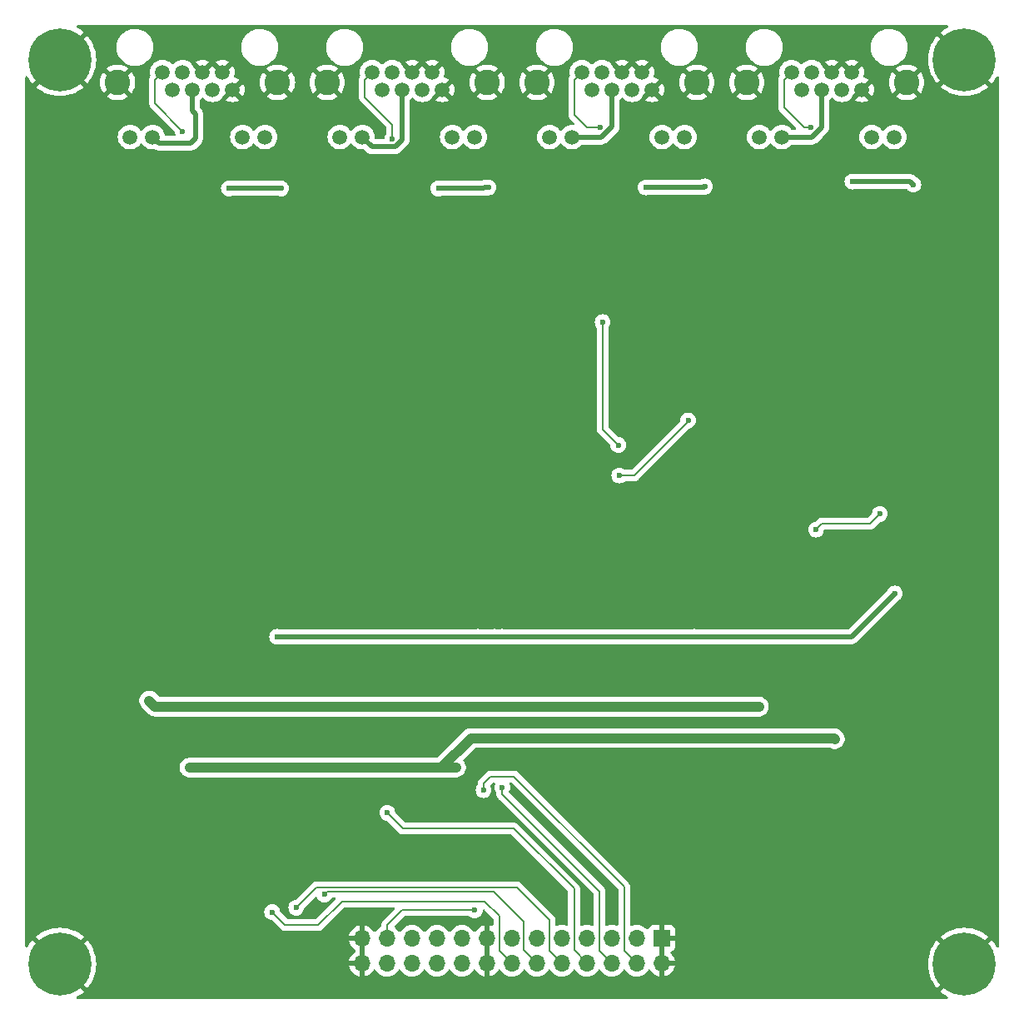
<source format=gbl>
G04 #@! TF.GenerationSoftware,KiCad,Pcbnew,8.0.5*
G04 #@! TF.CreationDate,2024-09-22T18:01:03+03:00*
G04 #@! TF.ProjectId,rioctrl-stepdir4,72696f63-7472-46c2-9d73-746570646972,rev?*
G04 #@! TF.SameCoordinates,Original*
G04 #@! TF.FileFunction,Copper,L2,Bot*
G04 #@! TF.FilePolarity,Positive*
%FSLAX46Y46*%
G04 Gerber Fmt 4.6, Leading zero omitted, Abs format (unit mm)*
G04 Created by KiCad (PCBNEW 8.0.5) date 2024-09-22 18:01:03*
%MOMM*%
%LPD*%
G01*
G04 APERTURE LIST*
G04 #@! TA.AperFunction,ComponentPad*
%ADD10R,1.700000X1.700000*%
G04 #@! TD*
G04 #@! TA.AperFunction,ComponentPad*
%ADD11O,1.700000X1.700000*%
G04 #@! TD*
G04 #@! TA.AperFunction,ComponentPad*
%ADD12C,1.500000*%
G04 #@! TD*
G04 #@! TA.AperFunction,ComponentPad*
%ADD13C,2.600000*%
G04 #@! TD*
G04 #@! TA.AperFunction,ComponentPad*
%ADD14C,0.800000*%
G04 #@! TD*
G04 #@! TA.AperFunction,ComponentPad*
%ADD15C,6.400000*%
G04 #@! TD*
G04 #@! TA.AperFunction,ViaPad*
%ADD16C,0.600000*%
G04 #@! TD*
G04 #@! TA.AperFunction,Conductor*
%ADD17C,0.500000*%
G04 #@! TD*
G04 #@! TA.AperFunction,Conductor*
%ADD18C,0.200000*%
G04 #@! TD*
G04 #@! TA.AperFunction,Conductor*
%ADD19C,1.000000*%
G04 #@! TD*
G04 APERTURE END LIST*
D10*
G04 #@! TO.P,J1,1,Pin_1*
G04 #@! TO.N,GND*
X140225000Y-148350000D03*
D11*
G04 #@! TO.P,J1,2,Pin_2*
X140225000Y-150890000D03*
G04 #@! TO.P,J1,3,Pin_3*
G04 #@! TO.N,/Slot input/S0*
X137685000Y-148350000D03*
G04 #@! TO.P,J1,4,Pin_4*
G04 #@! TO.N,/Slot input/S6*
X137685000Y-150890000D03*
G04 #@! TO.P,J1,5,Pin_5*
G04 #@! TO.N,/Slot input/S1*
X135145000Y-148350000D03*
G04 #@! TO.P,J1,6,Pin_6*
G04 #@! TO.N,/Slot input/S7*
X135145000Y-150890000D03*
G04 #@! TO.P,J1,7,Pin_7*
G04 #@! TO.N,/Slot input/S2*
X132605000Y-148350000D03*
G04 #@! TO.P,J1,8,Pin_8*
G04 #@! TO.N,/Slot input/S8*
X132605000Y-150890000D03*
G04 #@! TO.P,J1,9,Pin_9*
G04 #@! TO.N,/Slot input/S3*
X130065000Y-148350000D03*
G04 #@! TO.P,J1,10,Pin_10*
G04 #@! TO.N,/Slot input/S9*
X130065000Y-150890000D03*
G04 #@! TO.P,J1,11,Pin_11*
G04 #@! TO.N,/Slot input/S4*
X127525000Y-148350000D03*
G04 #@! TO.P,J1,12,Pin_12*
G04 #@! TO.N,/Slot input/S10*
X127525000Y-150890000D03*
G04 #@! TO.P,J1,13,Pin_13*
G04 #@! TO.N,/Slot input/S5*
X124985000Y-148350000D03*
G04 #@! TO.P,J1,14,Pin_14*
G04 #@! TO.N,/Slot input/S11*
X124985000Y-150890000D03*
G04 #@! TO.P,J1,15,Pin_15*
G04 #@! TO.N,GND*
X122445000Y-148350000D03*
G04 #@! TO.P,J1,16,Pin_16*
X122445000Y-150890000D03*
G04 #@! TO.P,J1,17,Pin_17*
G04 #@! TO.N,+3V3*
X119905000Y-148350000D03*
G04 #@! TO.P,J1,18,Pin_18*
X119905000Y-150890000D03*
G04 #@! TO.P,J1,19,Pin_19*
G04 #@! TO.N,+5V*
X117365000Y-148350000D03*
G04 #@! TO.P,J1,20,Pin_20*
X117365000Y-150890000D03*
G04 #@! TO.P,J1,21,Pin_21*
G04 #@! TO.N,+24V*
X114825000Y-148350000D03*
G04 #@! TO.P,J1,22,Pin_22*
X114825000Y-150890000D03*
G04 #@! TO.P,J1,23,Pin_23*
G04 #@! TO.N,/Slot input/SlotEN*
X112285000Y-148350000D03*
G04 #@! TO.P,J1,24,Pin_24*
X112285000Y-150890000D03*
G04 #@! TO.P,J1,25,Pin_25*
G04 #@! TO.N,GND*
X109745000Y-148350000D03*
G04 #@! TO.P,J1,26,Pin_26*
X109745000Y-150890000D03*
G04 #@! TD*
D12*
G04 #@! TO.P,J2,1*
G04 #@! TO.N,/Step dir output 4/STEP_OUT_P_P*
X153430000Y-60290000D03*
G04 #@! TO.P,J2,2*
G04 #@! TO.N,/Step dir output 4/STEP_OUT_P_N*
X154450000Y-62070000D03*
G04 #@! TO.P,J2,3*
G04 #@! TO.N,/Step dir output 4/DIR_OUT_P_P*
X155470000Y-60290000D03*
G04 #@! TO.P,J2,4*
G04 #@! TO.N,/Step dir output 4/EN_OUT*
X156490000Y-62070000D03*
G04 #@! TO.P,J2,5*
G04 #@! TO.N,GND*
X157510000Y-60290000D03*
G04 #@! TO.P,J2,6*
G04 #@! TO.N,/Step dir output 4/DIR_OUT_P_N*
X158530000Y-62070000D03*
G04 #@! TO.P,J2,7*
G04 #@! TO.N,GND*
X159550000Y-60290000D03*
G04 #@! TO.P,J2,8*
X160570000Y-62070000D03*
G04 #@! TO.P,J2,9*
G04 #@! TO.N,Net-(J2-Pad9)*
X150140000Y-66880000D03*
G04 #@! TO.P,J2,10*
G04 #@! TO.N,/Step dir output 4/EN_OUT*
X152430000Y-66880000D03*
G04 #@! TO.P,J2,11*
G04 #@! TO.N,unconnected-(J2-Pad11)*
X161570000Y-66880000D03*
G04 #@! TO.P,J2,12*
G04 #@! TO.N,unconnected-(J2-Pad12)*
X163860000Y-66880000D03*
D13*
G04 #@! TO.P,J2,SH*
G04 #@! TO.N,GND*
X165130000Y-61310000D03*
X148870000Y-61310000D03*
G04 #@! TD*
D14*
G04 #@! TO.P,H4,1,1*
G04 #@! TO.N,GND*
X76600000Y-151000000D03*
X77302944Y-149302944D03*
X77302944Y-152697056D03*
X79000000Y-148600000D03*
D15*
X79000000Y-151000000D03*
D14*
X79000000Y-153400000D03*
X80697056Y-149302944D03*
X80697056Y-152697056D03*
X81400000Y-151000000D03*
G04 #@! TD*
G04 #@! TO.P,H2,1,1*
G04 #@! TO.N,GND*
X168600000Y-59000000D03*
X169302944Y-57302944D03*
X169302944Y-60697056D03*
X171000000Y-56600000D03*
D15*
X171000000Y-59000000D03*
D14*
X171000000Y-61400000D03*
X172697056Y-57302944D03*
X172697056Y-60697056D03*
X173400000Y-59000000D03*
G04 #@! TD*
D12*
G04 #@! TO.P,J4,1*
G04 #@! TO.N,/Step dir output 2/STEP_OUT_P_P*
X110763333Y-60290000D03*
G04 #@! TO.P,J4,2*
G04 #@! TO.N,/Step dir output 2/STEP_OUT_P_N*
X111783333Y-62070000D03*
G04 #@! TO.P,J4,3*
G04 #@! TO.N,/Step dir output 2/DIR_OUT_P_P*
X112803333Y-60290000D03*
G04 #@! TO.P,J4,4*
G04 #@! TO.N,/Step dir output 2/EN_OUT*
X113823333Y-62070000D03*
G04 #@! TO.P,J4,5*
G04 #@! TO.N,GND*
X114843333Y-60290000D03*
G04 #@! TO.P,J4,6*
G04 #@! TO.N,/Step dir output 2/DIR_OUT_P_N*
X115863333Y-62070000D03*
G04 #@! TO.P,J4,7*
G04 #@! TO.N,GND*
X116883333Y-60290000D03*
G04 #@! TO.P,J4,8*
X117903333Y-62070000D03*
G04 #@! TO.P,J4,9*
G04 #@! TO.N,Net-(J4-Pad9)*
X107473333Y-66880000D03*
G04 #@! TO.P,J4,10*
G04 #@! TO.N,/Step dir output 2/EN_OUT*
X109763333Y-66880000D03*
G04 #@! TO.P,J4,11*
G04 #@! TO.N,unconnected-(J4-Pad11)*
X118903333Y-66880000D03*
G04 #@! TO.P,J4,12*
G04 #@! TO.N,unconnected-(J4-Pad12)*
X121193333Y-66880000D03*
D13*
G04 #@! TO.P,J4,SH*
G04 #@! TO.N,GND*
X122463333Y-61310000D03*
X106203333Y-61310000D03*
G04 #@! TD*
D12*
G04 #@! TO.P,J3,1*
G04 #@! TO.N,/Step dir output 3/STEP_OUT_P_P*
X132096666Y-60290000D03*
G04 #@! TO.P,J3,2*
G04 #@! TO.N,/Step dir output 3/STEP_OUT_P_N*
X133116666Y-62070000D03*
G04 #@! TO.P,J3,3*
G04 #@! TO.N,/Step dir output 3/DIR_OUT_P_P*
X134136666Y-60290000D03*
G04 #@! TO.P,J3,4*
G04 #@! TO.N,/Step dir output 3/EN_OUT*
X135156666Y-62070000D03*
G04 #@! TO.P,J3,5*
G04 #@! TO.N,GND*
X136176666Y-60290000D03*
G04 #@! TO.P,J3,6*
G04 #@! TO.N,/Step dir output 3/DIR_OUT_P_N*
X137196666Y-62070000D03*
G04 #@! TO.P,J3,7*
G04 #@! TO.N,GND*
X138216666Y-60290000D03*
G04 #@! TO.P,J3,8*
X139236666Y-62070000D03*
G04 #@! TO.P,J3,9*
G04 #@! TO.N,Net-(J3-Pad9)*
X128806666Y-66880000D03*
G04 #@! TO.P,J3,10*
G04 #@! TO.N,/Step dir output 3/EN_OUT*
X131096666Y-66880000D03*
G04 #@! TO.P,J3,11*
G04 #@! TO.N,unconnected-(J3-Pad11)*
X140236666Y-66880000D03*
G04 #@! TO.P,J3,12*
G04 #@! TO.N,unconnected-(J3-Pad12)*
X142526666Y-66880000D03*
D13*
G04 #@! TO.P,J3,SH*
G04 #@! TO.N,GND*
X143796666Y-61310000D03*
X127536666Y-61310000D03*
G04 #@! TD*
D14*
G04 #@! TO.P,H1,1,1*
G04 #@! TO.N,GND*
X76600000Y-59000000D03*
X77302944Y-57302944D03*
X77302944Y-60697056D03*
X79000000Y-56600000D03*
D15*
X79000000Y-59000000D03*
D14*
X79000000Y-61400000D03*
X80697056Y-57302944D03*
X80697056Y-60697056D03*
X81400000Y-59000000D03*
G04 #@! TD*
G04 #@! TO.P,H3,1,1*
G04 #@! TO.N,GND*
X168600000Y-151000000D03*
X169302944Y-149302944D03*
X169302944Y-152697056D03*
X171000000Y-148600000D03*
D15*
X171000000Y-151000000D03*
D14*
X171000000Y-153400000D03*
X172697056Y-149302944D03*
X172697056Y-152697056D03*
X173400000Y-151000000D03*
G04 #@! TD*
D12*
G04 #@! TO.P,J5,1*
G04 #@! TO.N,/Step dir output 1/STEP_OUT_P_P*
X89430000Y-60290000D03*
G04 #@! TO.P,J5,2*
G04 #@! TO.N,/Step dir output 1/STEP_OUT_P_N*
X90450000Y-62070000D03*
G04 #@! TO.P,J5,3*
G04 #@! TO.N,/Step dir output 1/DIR_OUT_P_P*
X91470000Y-60290000D03*
G04 #@! TO.P,J5,4*
G04 #@! TO.N,/Step dir output 1/EN_OUT*
X92490000Y-62070000D03*
G04 #@! TO.P,J5,5*
G04 #@! TO.N,GND*
X93510000Y-60290000D03*
G04 #@! TO.P,J5,6*
G04 #@! TO.N,/Step dir output 1/DIR_OUT_P_N*
X94530000Y-62070000D03*
G04 #@! TO.P,J5,7*
G04 #@! TO.N,GND*
X95550000Y-60290000D03*
G04 #@! TO.P,J5,8*
X96570000Y-62070000D03*
G04 #@! TO.P,J5,9*
G04 #@! TO.N,Net-(J5-Pad9)*
X86140000Y-66880000D03*
G04 #@! TO.P,J5,10*
G04 #@! TO.N,/Step dir output 1/EN_OUT*
X88430000Y-66880000D03*
G04 #@! TO.P,J5,11*
G04 #@! TO.N,unconnected-(J5-Pad11)*
X97570000Y-66880000D03*
G04 #@! TO.P,J5,12*
G04 #@! TO.N,unconnected-(J5-Pad12)*
X99860000Y-66880000D03*
D13*
G04 #@! TO.P,J5,SH*
G04 #@! TO.N,GND*
X101130000Y-61310000D03*
X84870000Y-61310000D03*
G04 #@! TD*
D16*
G04 #@! TO.N,GND*
X105700000Y-109700000D03*
X91100000Y-112400000D03*
X111500000Y-95500000D03*
X123500000Y-135700000D03*
X82600000Y-110500000D03*
X143500000Y-74200000D03*
X112900000Y-72000000D03*
X147900000Y-131300000D03*
X153900000Y-130900000D03*
X104400000Y-71700000D03*
X130000000Y-119500000D03*
X115600000Y-134100000D03*
X89200000Y-85600000D03*
X108200000Y-138600000D03*
X157500000Y-81000000D03*
X149900000Y-73500000D03*
X102000000Y-83000000D03*
X156400000Y-123800000D03*
X122400000Y-112300000D03*
X154700000Y-71600000D03*
X158700000Y-87800000D03*
X113300000Y-127800000D03*
X91100000Y-119600000D03*
X146800000Y-121200000D03*
X93100000Y-81100000D03*
X135500000Y-77000000D03*
X93300000Y-68700000D03*
X142100000Y-102300000D03*
X105200000Y-121600000D03*
X154900000Y-74100000D03*
X156400000Y-112300000D03*
X140500000Y-88600000D03*
X143000000Y-77500000D03*
X142100000Y-113300000D03*
X164500000Y-85500000D03*
X80200000Y-65800000D03*
X134200000Y-139000000D03*
X163600000Y-74000000D03*
X114900000Y-67700000D03*
X95100000Y-88700000D03*
X115400000Y-141100000D03*
X103800000Y-65300000D03*
X90400000Y-74200000D03*
X163000000Y-78000000D03*
X87200000Y-142000000D03*
X97200000Y-136500000D03*
X146500000Y-70400000D03*
X99400000Y-114800000D03*
X111500000Y-77500000D03*
X159500000Y-99800000D03*
X142400000Y-135400000D03*
X113400000Y-121100000D03*
X146300000Y-57800000D03*
X122300000Y-73900000D03*
X89750000Y-95500000D03*
X107500000Y-151100000D03*
X94900000Y-121400000D03*
X92400000Y-149900000D03*
X98900000Y-103200000D03*
X157200000Y-130300000D03*
X132700000Y-74000000D03*
X133500000Y-72000000D03*
X107800000Y-73600000D03*
X93500000Y-134300000D03*
X91200000Y-72000000D03*
X115600000Y-136100000D03*
X168700000Y-64900000D03*
X157200000Y-67200000D03*
X149400000Y-150700000D03*
X110000000Y-85500000D03*
X128900000Y-94600000D03*
X93000000Y-77500000D03*
X99300000Y-85500000D03*
X118900000Y-120700000D03*
X97200000Y-121300000D03*
X147000000Y-78000000D03*
X154300000Y-95500000D03*
X124800000Y-58400000D03*
X169800000Y-112400000D03*
X124900000Y-69300000D03*
X153800000Y-85200000D03*
X171000000Y-68400000D03*
X90500000Y-105300000D03*
X127700000Y-73400000D03*
X124000000Y-141700000D03*
X117000000Y-77500000D03*
X136000000Y-81500000D03*
X136100000Y-138800000D03*
X107400000Y-127800000D03*
X141500000Y-84900000D03*
X115500000Y-81000000D03*
X134100000Y-121100000D03*
X103500000Y-58300000D03*
X128300000Y-112400000D03*
X131000000Y-85300000D03*
X146500000Y-85600000D03*
X122400000Y-120300000D03*
X86700000Y-128600000D03*
X90700000Y-127900000D03*
X123000000Y-78500000D03*
X154400000Y-99600000D03*
X87000000Y-99200000D03*
X87300000Y-110100000D03*
X130500000Y-138600000D03*
X131600000Y-131300000D03*
X159400000Y-124800000D03*
X158100000Y-139400000D03*
X97400000Y-109700000D03*
X136100000Y-109700000D03*
X147500000Y-108900000D03*
X136100000Y-67300000D03*
X154000000Y-78000000D03*
X85000000Y-73400000D03*
X101000000Y-73900000D03*
X117200000Y-88800000D03*
X105200000Y-135200000D03*
X91000000Y-122300000D03*
X81800000Y-77200000D03*
X142000000Y-121500000D03*
X111500000Y-73900000D03*
X100500000Y-78000000D03*
X161800000Y-84800000D03*
X119000000Y-113900000D03*
X120900000Y-85500000D03*
X153900000Y-124100000D03*
X135500000Y-95500000D03*
G04 #@! TO.N,+5V*
X124000000Y-117700000D03*
X165800000Y-71700000D03*
X117500000Y-72100000D03*
X138600000Y-72000000D03*
X143500000Y-117700000D03*
X121500000Y-117700000D03*
X101500000Y-72100000D03*
X163900000Y-113300000D03*
X123200000Y-117700000D03*
X144600000Y-71900000D03*
X122600000Y-72000000D03*
X101100000Y-117700000D03*
X159600000Y-71400000D03*
X96200000Y-72100000D03*
G04 #@! TO.N,/Slot input/S6*
X122100000Y-133300000D03*
G04 #@! TO.N,/Slot input/S11*
X100600000Y-145700000D03*
G04 #@! TO.N,/Slot input/SlotEN*
X121200000Y-145500000D03*
G04 #@! TO.N,/Slot input/S10*
X105900000Y-143900000D03*
G04 #@! TO.N,/Slot input/S7*
X124000000Y-133000000D03*
G04 #@! TO.N,/Slot input/S3*
X135800000Y-98200000D03*
X134200000Y-85700000D03*
G04 #@! TO.N,/Slot input/S4*
X135900000Y-101300000D03*
X142900000Y-95700000D03*
G04 #@! TO.N,/Slot input/S9*
X103050000Y-145250000D03*
G04 #@! TO.N,/Slot input/S8*
X112300000Y-135600000D03*
G04 #@! TO.N,/Slot input/S1*
X162400000Y-105200000D03*
X155900000Y-106800000D03*
G04 #@! TO.N,/Step dir output 4/STEP_OUT_P_P*
X155400000Y-65900000D03*
G04 #@! TO.N,+24V_EN*
X116400000Y-131000000D03*
X139075000Y-128000000D03*
X119300000Y-131000000D03*
X115200000Y-131000000D03*
X157825000Y-128100000D03*
X92200000Y-131000000D03*
X117800000Y-131000000D03*
G04 #@! TO.N,+5V_EN*
X88100000Y-124200000D03*
X125300000Y-124800000D03*
X124200000Y-124800000D03*
X149700000Y-124800000D03*
X128900000Y-124800000D03*
X106800000Y-124800000D03*
X126600000Y-124800000D03*
G04 #@! TO.N,/Step dir output 1/STEP_OUT_P_P*
X91500000Y-66300000D03*
G04 #@! TO.N,/Step dir output 2/STEP_OUT_P_P*
X112800000Y-67100000D03*
G04 #@! TO.N,/Step dir output 3/STEP_OUT_P_P*
X134000000Y-65900000D03*
G04 #@! TD*
D17*
G04 #@! TO.N,/Step dir output 4/EN_OUT*
X156490000Y-65870661D02*
X155480661Y-66880000D01*
X156490000Y-62070000D02*
X156490000Y-65870661D01*
X155480661Y-66880000D02*
X152430000Y-66880000D01*
G04 #@! TO.N,+5V*
X138600000Y-72000000D02*
X144500000Y-72000000D01*
X123200000Y-117700000D02*
X124000000Y-117700000D01*
X101500000Y-72100000D02*
X96200000Y-72100000D01*
X144500000Y-72000000D02*
X144600000Y-71900000D01*
X122100000Y-72100000D02*
X117500000Y-72100000D01*
X122200000Y-72000000D02*
X122100000Y-72100000D01*
X122600000Y-72000000D02*
X122200000Y-72000000D01*
X165500000Y-71400000D02*
X165800000Y-71700000D01*
X163900000Y-113300000D02*
X159500000Y-117700000D01*
X123200000Y-117700000D02*
X121500000Y-117700000D01*
X159600000Y-71400000D02*
X165500000Y-71400000D01*
X159500000Y-117700000D02*
X143500000Y-117700000D01*
X121500000Y-117700000D02*
X101100000Y-117700000D01*
X124000000Y-117700000D02*
X143500000Y-117700000D01*
D18*
G04 #@! TO.N,/Slot input/S6*
X122100000Y-133300000D02*
X122100000Y-132600000D01*
X124700000Y-131900000D02*
X125200000Y-131900000D01*
X136400000Y-149605000D02*
X137685000Y-150890000D01*
X122800000Y-131900000D02*
X124700000Y-131900000D01*
X122100000Y-132600000D02*
X122800000Y-131900000D01*
X136400000Y-143100000D02*
X136400000Y-149605000D01*
X125200000Y-131900000D02*
X136400000Y-143100000D01*
G04 #@! TO.N,/Slot input/S11*
X107700000Y-144600000D02*
X122200000Y-144600000D01*
X122200000Y-144600000D02*
X123700000Y-146100000D01*
X123700000Y-146100000D02*
X123700000Y-149605000D01*
X101900000Y-147000000D02*
X105300000Y-147000000D01*
X100600000Y-145700000D02*
X101900000Y-147000000D01*
X123700000Y-149605000D02*
X124985000Y-150890000D01*
X105300000Y-147000000D02*
X107700000Y-144600000D01*
G04 #@! TO.N,/Slot input/SlotEN*
X113800000Y-145500000D02*
X112300000Y-147000000D01*
X112300000Y-147100000D02*
X112285000Y-147115000D01*
X112300000Y-147000000D02*
X112300000Y-147100000D01*
X112285000Y-147115000D02*
X112285000Y-148350000D01*
X121200000Y-145500000D02*
X113800000Y-145500000D01*
G04 #@! TO.N,/Slot input/S10*
X105900000Y-143900000D02*
X106200000Y-143600000D01*
X126200000Y-146700000D02*
X126200000Y-149565000D01*
X126200000Y-149565000D02*
X127525000Y-150890000D01*
X106200000Y-143600000D02*
X123100000Y-143600000D01*
X123100000Y-143600000D02*
X126200000Y-146700000D01*
G04 #@! TO.N,/Slot input/S7*
X133900000Y-143600000D02*
X133900000Y-149645000D01*
X133900000Y-149645000D02*
X135145000Y-150890000D01*
X124000000Y-133700000D02*
X133900000Y-143600000D01*
X124000000Y-133000000D02*
X124000000Y-133700000D01*
G04 #@! TO.N,/Slot input/S3*
X135800000Y-98200000D02*
X134200000Y-96600000D01*
X134200000Y-96600000D02*
X134200000Y-85700000D01*
G04 #@! TO.N,/Slot input/S4*
X137400000Y-101300000D02*
X143000000Y-95700000D01*
X135900000Y-101300000D02*
X137400000Y-101300000D01*
X143000000Y-95700000D02*
X142900000Y-95700000D01*
G04 #@! TO.N,/Slot input/S9*
X105100000Y-143200000D02*
X125500000Y-143200000D01*
X125500000Y-143200000D02*
X128800000Y-146500000D01*
X128800000Y-146500000D02*
X128800000Y-149625000D01*
X103050000Y-145250000D02*
X105100000Y-143200000D01*
X128800000Y-149625000D02*
X130065000Y-150890000D01*
G04 #@! TO.N,/Slot input/S8*
X131300000Y-149585000D02*
X132605000Y-150890000D01*
X131300000Y-143300000D02*
X131300000Y-149585000D01*
X125200000Y-137200000D02*
X131300000Y-143300000D01*
X112300000Y-135600000D02*
X113900000Y-137200000D01*
X113900000Y-137200000D02*
X125200000Y-137200000D01*
G04 #@! TO.N,/Slot input/S1*
X156500000Y-106200000D02*
X155900000Y-106800000D01*
X161400000Y-106200000D02*
X156500000Y-106200000D01*
X162400000Y-105200000D02*
X161400000Y-106200000D01*
G04 #@! TO.N,/Step dir output 4/STEP_OUT_P_P*
X152680000Y-63880000D02*
X152680000Y-61040000D01*
X152680000Y-61040000D02*
X153430000Y-60290000D01*
X154700000Y-65900000D02*
X152680000Y-63880000D01*
X155400000Y-65900000D02*
X154700000Y-65900000D01*
D19*
G04 #@! TO.N,+24V_EN*
X157725000Y-128000000D02*
X139075000Y-128000000D01*
X117800000Y-131000000D02*
X116400000Y-131000000D01*
X120800000Y-128000000D02*
X117800000Y-131000000D01*
X115200000Y-131000000D02*
X92200000Y-131000000D01*
X116400000Y-131000000D02*
X115200000Y-131000000D01*
X119300000Y-131000000D02*
X117800000Y-131000000D01*
X157825000Y-128100000D02*
X157725000Y-128000000D01*
X139075000Y-128000000D02*
X120800000Y-128000000D01*
D17*
G04 #@! TO.N,+5V_EN*
X150100000Y-124800000D02*
X149700000Y-124800000D01*
D19*
X88700000Y-124800000D02*
X88100000Y-124200000D01*
X126600000Y-124800000D02*
X124200000Y-124800000D01*
X126600000Y-124800000D02*
X150100000Y-124800000D01*
X124200000Y-124800000D02*
X88700000Y-124800000D01*
D17*
G04 #@! TO.N,/Step dir output 1/EN_OUT*
X92490000Y-64190000D02*
X92490000Y-62070000D01*
X92300000Y-67500000D02*
X92800000Y-67000000D01*
X92800000Y-64500000D02*
X92490000Y-64190000D01*
X92800000Y-67000000D02*
X92800000Y-64500000D01*
X89050000Y-67500000D02*
X92300000Y-67500000D01*
X88430000Y-66880000D02*
X89050000Y-67500000D01*
G04 #@! TO.N,/Step dir output 2/EN_OUT*
X110733333Y-67850000D02*
X109763333Y-66880000D01*
X113823333Y-62070000D02*
X113823333Y-67137328D01*
X113823333Y-67137328D02*
X113110661Y-67850000D01*
X113110661Y-67850000D02*
X110733333Y-67850000D01*
G04 #@! TO.N,/Step dir output 3/EN_OUT*
X135156666Y-65803995D02*
X135156666Y-62070000D01*
X131096666Y-66880000D02*
X134080661Y-66880000D01*
X134080661Y-66880000D02*
X135156666Y-65803995D01*
D18*
G04 #@! TO.N,/Step dir output 1/STEP_OUT_P_P*
X88680000Y-61040000D02*
X89430000Y-60290000D01*
X88680000Y-63480000D02*
X88680000Y-61040000D01*
X91500000Y-66300000D02*
X88680000Y-63480000D01*
G04 #@! TO.N,/Step dir output 2/STEP_OUT_P_P*
X112800000Y-65600000D02*
X110013333Y-62813333D01*
X110013333Y-62813333D02*
X110013333Y-61040000D01*
X112800000Y-67100000D02*
X112800000Y-65600000D01*
X110013333Y-61040000D02*
X110763333Y-60290000D01*
G04 #@! TO.N,/Step dir output 3/STEP_OUT_P_P*
X132600000Y-65900000D02*
X131346666Y-64646666D01*
X131346666Y-64646666D02*
X131346666Y-61040000D01*
X134000000Y-65900000D02*
X132600000Y-65900000D01*
X131346666Y-61040000D02*
X132096666Y-60290000D01*
G04 #@! TD*
G04 #@! TA.AperFunction,Conductor*
G04 #@! TO.N,GND*
G36*
X109995000Y-150456988D02*
G01*
X109937993Y-150424075D01*
X109810826Y-150390000D01*
X109679174Y-150390000D01*
X109552007Y-150424075D01*
X109495000Y-150456988D01*
X109495000Y-148783012D01*
X109552007Y-148815925D01*
X109679174Y-148850000D01*
X109810826Y-148850000D01*
X109937993Y-148815925D01*
X109995000Y-148783012D01*
X109995000Y-150456988D01*
G37*
G04 #@! TD.AperFunction*
G04 #@! TA.AperFunction,Conductor*
G36*
X122695000Y-150456988D02*
G01*
X122637993Y-150424075D01*
X122510826Y-150390000D01*
X122379174Y-150390000D01*
X122252007Y-150424075D01*
X122195000Y-150456988D01*
X122195000Y-148783012D01*
X122252007Y-148815925D01*
X122379174Y-148850000D01*
X122510826Y-148850000D01*
X122637993Y-148815925D01*
X122695000Y-148783012D01*
X122695000Y-150456988D01*
G37*
G04 #@! TD.AperFunction*
G04 #@! TA.AperFunction,Conductor*
G36*
X140475000Y-150456988D02*
G01*
X140417993Y-150424075D01*
X140290826Y-150390000D01*
X140159174Y-150390000D01*
X140032007Y-150424075D01*
X139975000Y-150456988D01*
X139975000Y-148783012D01*
X140032007Y-148815925D01*
X140159174Y-148850000D01*
X140290826Y-148850000D01*
X140417993Y-148815925D01*
X140475000Y-148783012D01*
X140475000Y-150456988D01*
G37*
G04 #@! TD.AperFunction*
G04 #@! TA.AperFunction,Conductor*
G36*
X122212466Y-145461701D02*
G01*
X123063181Y-146312416D01*
X123096666Y-146373739D01*
X123099500Y-146400097D01*
X123099500Y-146970997D01*
X123079815Y-147038036D01*
X123027011Y-147083791D01*
X122957853Y-147093735D01*
X122923096Y-147083379D01*
X122908497Y-147076571D01*
X122908486Y-147076567D01*
X122695000Y-147019364D01*
X122695000Y-147916988D01*
X122637993Y-147884075D01*
X122510826Y-147850000D01*
X122379174Y-147850000D01*
X122252007Y-147884075D01*
X122195000Y-147916988D01*
X122195000Y-147019364D01*
X122194999Y-147019364D01*
X121981513Y-147076567D01*
X121981507Y-147076570D01*
X121767422Y-147176399D01*
X121767420Y-147176400D01*
X121573926Y-147311886D01*
X121573920Y-147311891D01*
X121406891Y-147478920D01*
X121406890Y-147478922D01*
X121276880Y-147664595D01*
X121222303Y-147708219D01*
X121152804Y-147715412D01*
X121090450Y-147683890D01*
X121073730Y-147664594D01*
X120943494Y-147478597D01*
X120776402Y-147311506D01*
X120776395Y-147311501D01*
X120582834Y-147175967D01*
X120582830Y-147175965D01*
X120539498Y-147155759D01*
X120368663Y-147076097D01*
X120368659Y-147076096D01*
X120368655Y-147076094D01*
X120140413Y-147014938D01*
X120140403Y-147014936D01*
X119905001Y-146994341D01*
X119904999Y-146994341D01*
X119669596Y-147014936D01*
X119669586Y-147014938D01*
X119441344Y-147076094D01*
X119441335Y-147076098D01*
X119227171Y-147175964D01*
X119227169Y-147175965D01*
X119033597Y-147311505D01*
X118866505Y-147478597D01*
X118736575Y-147664158D01*
X118681998Y-147707783D01*
X118612500Y-147714977D01*
X118550145Y-147683454D01*
X118533425Y-147664158D01*
X118403494Y-147478597D01*
X118236402Y-147311506D01*
X118236395Y-147311501D01*
X118042834Y-147175967D01*
X118042830Y-147175965D01*
X117999498Y-147155759D01*
X117828663Y-147076097D01*
X117828659Y-147076096D01*
X117828655Y-147076094D01*
X117600413Y-147014938D01*
X117600403Y-147014936D01*
X117365001Y-146994341D01*
X117364999Y-146994341D01*
X117129596Y-147014936D01*
X117129586Y-147014938D01*
X116901344Y-147076094D01*
X116901335Y-147076098D01*
X116687171Y-147175964D01*
X116687169Y-147175965D01*
X116493597Y-147311505D01*
X116326505Y-147478597D01*
X116196575Y-147664158D01*
X116141998Y-147707783D01*
X116072500Y-147714977D01*
X116010145Y-147683454D01*
X115993425Y-147664158D01*
X115863494Y-147478597D01*
X115696402Y-147311506D01*
X115696395Y-147311501D01*
X115502834Y-147175967D01*
X115502830Y-147175965D01*
X115459498Y-147155759D01*
X115288663Y-147076097D01*
X115288659Y-147076096D01*
X115288655Y-147076094D01*
X115060413Y-147014938D01*
X115060403Y-147014936D01*
X114825001Y-146994341D01*
X114824999Y-146994341D01*
X114589596Y-147014936D01*
X114589586Y-147014938D01*
X114361344Y-147076094D01*
X114361335Y-147076098D01*
X114147171Y-147175964D01*
X114147169Y-147175965D01*
X113953597Y-147311505D01*
X113786505Y-147478597D01*
X113656575Y-147664158D01*
X113601998Y-147707783D01*
X113532500Y-147714977D01*
X113470145Y-147683454D01*
X113453425Y-147664158D01*
X113323494Y-147478597D01*
X113156404Y-147311508D01*
X113156401Y-147311505D01*
X113109789Y-147278866D01*
X113090020Y-147265024D01*
X113046396Y-147210446D01*
X113039204Y-147140948D01*
X113070727Y-147078594D01*
X113073429Y-147075804D01*
X114012416Y-146136819D01*
X114073739Y-146103334D01*
X114100097Y-146100500D01*
X120617588Y-146100500D01*
X120684627Y-146120185D01*
X120694903Y-146127555D01*
X120697736Y-146129814D01*
X120697738Y-146129816D01*
X120811270Y-146201152D01*
X120833544Y-146215149D01*
X120850478Y-146225789D01*
X121020745Y-146285368D01*
X121020750Y-146285369D01*
X121199996Y-146305565D01*
X121200000Y-146305565D01*
X121200004Y-146305565D01*
X121379249Y-146285369D01*
X121379252Y-146285368D01*
X121379255Y-146285368D01*
X121549522Y-146225789D01*
X121702262Y-146129816D01*
X121829816Y-146002262D01*
X121925789Y-145849522D01*
X121985368Y-145679255D01*
X121992029Y-145620142D01*
X122001565Y-145535499D01*
X122028631Y-145471085D01*
X122086226Y-145431530D01*
X122156062Y-145429392D01*
X122212466Y-145461701D01*
G37*
G04 #@! TD.AperFunction*
G04 #@! TA.AperFunction,Conductor*
G36*
X124966942Y-132520185D02*
G01*
X124987584Y-132536819D01*
X135763181Y-143312416D01*
X135796666Y-143373739D01*
X135799500Y-143400097D01*
X135799500Y-146970444D01*
X135779815Y-147037483D01*
X135727011Y-147083238D01*
X135657853Y-147093182D01*
X135623100Y-147082828D01*
X135608670Y-147076100D01*
X135608666Y-147076098D01*
X135608663Y-147076097D01*
X135608661Y-147076096D01*
X135608655Y-147076094D01*
X135380413Y-147014938D01*
X135380403Y-147014936D01*
X135145001Y-146994341D01*
X135144999Y-146994341D01*
X134909596Y-147014936D01*
X134909586Y-147014938D01*
X134681344Y-147076094D01*
X134681328Y-147076100D01*
X134676896Y-147078167D01*
X134607818Y-147088654D01*
X134544036Y-147060129D01*
X134505801Y-147001650D01*
X134500500Y-146965781D01*
X134500500Y-143520945D01*
X134500499Y-143520941D01*
X134467489Y-143397740D01*
X134459577Y-143368216D01*
X134459577Y-143368215D01*
X134427361Y-143312416D01*
X134412863Y-143287304D01*
X134380520Y-143231284D01*
X134268716Y-143119480D01*
X134268715Y-143119479D01*
X134264385Y-143115149D01*
X134264374Y-143115139D01*
X124708105Y-133558870D01*
X124674620Y-133497547D01*
X124679604Y-133427855D01*
X124690791Y-133405219D01*
X124725789Y-133349522D01*
X124785368Y-133179255D01*
X124791960Y-133120750D01*
X124805565Y-133000003D01*
X124805565Y-132999996D01*
X124785369Y-132820750D01*
X124785367Y-132820742D01*
X124731030Y-132665454D01*
X124727469Y-132595676D01*
X124762198Y-132535048D01*
X124824191Y-132502821D01*
X124848072Y-132500500D01*
X124899903Y-132500500D01*
X124966942Y-132520185D01*
G37*
G04 #@! TD.AperFunction*
G04 #@! TA.AperFunction,Conductor*
G36*
X169268745Y-55520185D02*
G01*
X169314500Y-55572989D01*
X169324444Y-55642147D01*
X169295419Y-55705703D01*
X169258001Y-55734985D01*
X169147456Y-55791310D01*
X168822206Y-56002531D01*
X168564648Y-56211095D01*
X168564648Y-56211096D01*
X170059301Y-57705748D01*
X169957670Y-57779588D01*
X169779588Y-57957670D01*
X169705748Y-58059300D01*
X168211096Y-56564648D01*
X168211095Y-56564648D01*
X168002531Y-56822206D01*
X167791310Y-57147456D01*
X167615244Y-57493005D01*
X167476262Y-57855063D01*
X167375887Y-58229669D01*
X167375886Y-58229676D01*
X167315219Y-58612712D01*
X167294922Y-58999999D01*
X167294922Y-59000000D01*
X167315219Y-59387287D01*
X167375886Y-59770323D01*
X167375887Y-59770330D01*
X167476262Y-60144936D01*
X167615244Y-60506994D01*
X167791310Y-60852543D01*
X168002531Y-61177793D01*
X168211095Y-61435350D01*
X168211096Y-61435350D01*
X169705748Y-59940698D01*
X169779588Y-60042330D01*
X169957670Y-60220412D01*
X170059300Y-60294251D01*
X168564648Y-61788903D01*
X168564649Y-61788904D01*
X168822206Y-61997468D01*
X169147456Y-62208689D01*
X169493005Y-62384755D01*
X169855063Y-62523737D01*
X170229669Y-62624112D01*
X170229676Y-62624113D01*
X170612712Y-62684780D01*
X170999999Y-62705078D01*
X171000001Y-62705078D01*
X171387287Y-62684780D01*
X171770323Y-62624113D01*
X171770330Y-62624112D01*
X172144936Y-62523737D01*
X172506994Y-62384755D01*
X172852543Y-62208689D01*
X173177783Y-61997476D01*
X173177785Y-61997475D01*
X173435349Y-61788902D01*
X171940698Y-60294251D01*
X172042330Y-60220412D01*
X172220412Y-60042330D01*
X172294251Y-59940698D01*
X173788902Y-61435349D01*
X173997475Y-61177785D01*
X173997476Y-61177783D01*
X174208691Y-60852541D01*
X174208692Y-60852538D01*
X174265015Y-60741999D01*
X174312989Y-60691202D01*
X174380810Y-60674407D01*
X174446945Y-60696944D01*
X174490397Y-60751659D01*
X174499500Y-60798293D01*
X174499500Y-149201706D01*
X174479815Y-149268745D01*
X174427011Y-149314500D01*
X174357853Y-149324444D01*
X174294297Y-149295419D01*
X174265015Y-149258001D01*
X174208689Y-149147456D01*
X173997468Y-148822206D01*
X173788904Y-148564649D01*
X173788903Y-148564648D01*
X172294251Y-150059300D01*
X172220412Y-149957670D01*
X172042330Y-149779588D01*
X171940698Y-149705748D01*
X173435350Y-148211096D01*
X173435350Y-148211095D01*
X173177793Y-148002531D01*
X172852543Y-147791310D01*
X172506994Y-147615244D01*
X172144936Y-147476262D01*
X171770330Y-147375887D01*
X171770323Y-147375886D01*
X171387287Y-147315219D01*
X171000001Y-147294922D01*
X170999999Y-147294922D01*
X170612712Y-147315219D01*
X170229676Y-147375886D01*
X170229669Y-147375887D01*
X169855063Y-147476262D01*
X169493005Y-147615244D01*
X169147456Y-147791310D01*
X168822206Y-148002531D01*
X168564648Y-148211095D01*
X168564648Y-148211096D01*
X170059301Y-149705748D01*
X169957670Y-149779588D01*
X169779588Y-149957670D01*
X169705748Y-150059300D01*
X168211096Y-148564648D01*
X168211095Y-148564648D01*
X168002531Y-148822206D01*
X167791310Y-149147456D01*
X167615244Y-149493005D01*
X167476262Y-149855063D01*
X167375887Y-150229669D01*
X167375886Y-150229676D01*
X167315219Y-150612712D01*
X167294922Y-150999999D01*
X167294922Y-151000000D01*
X167315219Y-151387287D01*
X167375886Y-151770323D01*
X167375887Y-151770330D01*
X167476262Y-152144936D01*
X167615244Y-152506994D01*
X167791310Y-152852543D01*
X168002531Y-153177793D01*
X168211095Y-153435350D01*
X168211096Y-153435350D01*
X169705748Y-151940698D01*
X169779588Y-152042330D01*
X169957670Y-152220412D01*
X170059300Y-152294251D01*
X168564648Y-153788903D01*
X168564649Y-153788904D01*
X168822206Y-153997468D01*
X169147456Y-154208689D01*
X169258001Y-154265015D01*
X169308797Y-154312990D01*
X169325592Y-154380811D01*
X169303055Y-154446945D01*
X169248340Y-154490397D01*
X169201706Y-154499500D01*
X80798294Y-154499500D01*
X80731255Y-154479815D01*
X80685500Y-154427011D01*
X80675556Y-154357853D01*
X80704581Y-154294297D01*
X80741999Y-154265015D01*
X80852543Y-154208689D01*
X81177783Y-153997476D01*
X81177785Y-153997475D01*
X81435349Y-153788902D01*
X79940698Y-152294251D01*
X80042330Y-152220412D01*
X80220412Y-152042330D01*
X80294251Y-151940698D01*
X81788902Y-153435349D01*
X81997475Y-153177785D01*
X81997476Y-153177783D01*
X82208689Y-152852543D01*
X82384755Y-152506994D01*
X82523737Y-152144936D01*
X82624112Y-151770330D01*
X82624113Y-151770323D01*
X82684780Y-151387287D01*
X82705078Y-151000000D01*
X82705078Y-150999999D01*
X82684780Y-150612712D01*
X82624113Y-150229676D01*
X82624112Y-150229669D01*
X82523737Y-149855063D01*
X82384755Y-149493005D01*
X82208689Y-149147456D01*
X81997468Y-148822206D01*
X81788904Y-148564649D01*
X81788903Y-148564648D01*
X80294251Y-150059300D01*
X80220412Y-149957670D01*
X80042330Y-149779588D01*
X79940698Y-149705748D01*
X81435350Y-148211096D01*
X81435350Y-148211095D01*
X81177793Y-148002531D01*
X80852543Y-147791310D01*
X80506994Y-147615244D01*
X80144936Y-147476262D01*
X79770330Y-147375887D01*
X79770323Y-147375886D01*
X79387287Y-147315219D01*
X79000001Y-147294922D01*
X78999999Y-147294922D01*
X78612712Y-147315219D01*
X78229676Y-147375886D01*
X78229669Y-147375887D01*
X77855063Y-147476262D01*
X77493005Y-147615244D01*
X77147456Y-147791310D01*
X76822206Y-148002531D01*
X76564648Y-148211095D01*
X76564648Y-148211096D01*
X78059301Y-149705748D01*
X77957670Y-149779588D01*
X77779588Y-149957670D01*
X77705748Y-150059301D01*
X76211096Y-148564648D01*
X76211095Y-148564648D01*
X76002531Y-148822206D01*
X75791310Y-149147456D01*
X75734985Y-149258001D01*
X75687010Y-149308797D01*
X75619189Y-149325592D01*
X75553055Y-149303055D01*
X75509603Y-149248340D01*
X75500500Y-149201706D01*
X75500500Y-145699996D01*
X99794435Y-145699996D01*
X99794435Y-145700003D01*
X99814630Y-145879249D01*
X99814631Y-145879254D01*
X99874211Y-146049523D01*
X99925589Y-146131290D01*
X99970184Y-146202262D01*
X100097738Y-146329816D01*
X100250478Y-146425789D01*
X100420745Y-146485368D01*
X100507669Y-146495161D01*
X100572080Y-146522226D01*
X100581464Y-146530699D01*
X101531284Y-147480520D01*
X101531286Y-147480521D01*
X101531290Y-147480524D01*
X101668209Y-147559573D01*
X101668216Y-147559577D01*
X101820943Y-147600501D01*
X101820945Y-147600501D01*
X101986654Y-147600501D01*
X101986670Y-147600500D01*
X105213331Y-147600500D01*
X105213347Y-147600501D01*
X105220943Y-147600501D01*
X105379054Y-147600501D01*
X105379057Y-147600501D01*
X105531785Y-147559577D01*
X105581904Y-147530639D01*
X105668716Y-147480520D01*
X105780520Y-147368716D01*
X105780520Y-147368714D01*
X105790728Y-147358507D01*
X105790729Y-147358504D01*
X107912417Y-145236819D01*
X107973740Y-145203334D01*
X108000098Y-145200500D01*
X112950903Y-145200500D01*
X113017942Y-145220185D01*
X113063697Y-145272989D01*
X113073641Y-145342147D01*
X113044616Y-145405703D01*
X113038586Y-145412178D01*
X112474976Y-145975788D01*
X111931286Y-146519478D01*
X111819481Y-146631282D01*
X111819479Y-146631285D01*
X111769361Y-146718094D01*
X111769359Y-146718096D01*
X111740425Y-146768209D01*
X111740424Y-146768210D01*
X111740423Y-146768215D01*
X111699499Y-146920943D01*
X111699499Y-146920945D01*
X111699499Y-146963637D01*
X111695274Y-146995730D01*
X111684499Y-147035943D01*
X111684499Y-147060909D01*
X111664814Y-147127948D01*
X111612908Y-147173289D01*
X111607174Y-147175962D01*
X111607169Y-147175965D01*
X111413597Y-147311505D01*
X111246508Y-147478594D01*
X111116269Y-147664595D01*
X111061692Y-147708219D01*
X110992193Y-147715412D01*
X110929839Y-147683890D01*
X110913119Y-147664594D01*
X110783113Y-147478926D01*
X110783108Y-147478920D01*
X110616082Y-147311894D01*
X110422578Y-147176399D01*
X110208492Y-147076570D01*
X110208486Y-147076567D01*
X109995000Y-147019364D01*
X109995000Y-147916988D01*
X109937993Y-147884075D01*
X109810826Y-147850000D01*
X109679174Y-147850000D01*
X109552007Y-147884075D01*
X109495000Y-147916988D01*
X109495000Y-147019364D01*
X109494999Y-147019364D01*
X109281513Y-147076567D01*
X109281507Y-147076570D01*
X109067422Y-147176399D01*
X109067420Y-147176400D01*
X108873926Y-147311886D01*
X108873920Y-147311891D01*
X108706891Y-147478920D01*
X108706886Y-147478926D01*
X108571400Y-147672420D01*
X108571399Y-147672422D01*
X108471570Y-147886507D01*
X108471567Y-147886513D01*
X108414364Y-148099999D01*
X108414364Y-148100000D01*
X109311988Y-148100000D01*
X109279075Y-148157007D01*
X109245000Y-148284174D01*
X109245000Y-148415826D01*
X109279075Y-148542993D01*
X109311988Y-148600000D01*
X108414364Y-148600000D01*
X108471567Y-148813486D01*
X108471570Y-148813492D01*
X108571399Y-149027578D01*
X108706894Y-149221082D01*
X108873917Y-149388105D01*
X109060031Y-149518425D01*
X109103656Y-149573003D01*
X109110848Y-149642501D01*
X109079326Y-149704856D01*
X109060031Y-149721575D01*
X108873922Y-149851890D01*
X108873920Y-149851891D01*
X108706891Y-150018920D01*
X108706886Y-150018926D01*
X108571400Y-150212420D01*
X108571399Y-150212422D01*
X108471570Y-150426507D01*
X108471567Y-150426513D01*
X108414364Y-150639999D01*
X108414364Y-150640000D01*
X109311988Y-150640000D01*
X109279075Y-150697007D01*
X109245000Y-150824174D01*
X109245000Y-150955826D01*
X109279075Y-151082993D01*
X109311988Y-151140000D01*
X108414364Y-151140000D01*
X108471567Y-151353486D01*
X108471570Y-151353492D01*
X108571399Y-151567578D01*
X108706894Y-151761082D01*
X108873917Y-151928105D01*
X109067421Y-152063600D01*
X109281507Y-152163429D01*
X109281516Y-152163433D01*
X109495000Y-152220634D01*
X109495000Y-151323012D01*
X109552007Y-151355925D01*
X109679174Y-151390000D01*
X109810826Y-151390000D01*
X109937993Y-151355925D01*
X109995000Y-151323012D01*
X109995000Y-152220634D01*
X110208483Y-152163433D01*
X110208492Y-152163429D01*
X110422578Y-152063600D01*
X110616082Y-151928105D01*
X110783105Y-151761082D01*
X110913119Y-151575405D01*
X110967696Y-151531781D01*
X111037195Y-151524588D01*
X111099549Y-151556110D01*
X111116269Y-151575405D01*
X111246505Y-151761401D01*
X111413599Y-151928495D01*
X111510384Y-151996265D01*
X111607165Y-152064032D01*
X111607167Y-152064033D01*
X111607170Y-152064035D01*
X111821337Y-152163903D01*
X112049592Y-152225063D01*
X112237918Y-152241539D01*
X112284999Y-152245659D01*
X112285000Y-152245659D01*
X112285001Y-152245659D01*
X112324234Y-152242226D01*
X112520408Y-152225063D01*
X112748663Y-152163903D01*
X112962830Y-152064035D01*
X113156401Y-151928495D01*
X113323495Y-151761401D01*
X113453425Y-151575842D01*
X113508002Y-151532217D01*
X113577500Y-151525023D01*
X113639855Y-151556546D01*
X113656575Y-151575842D01*
X113786281Y-151761082D01*
X113786505Y-151761401D01*
X113953599Y-151928495D01*
X114050384Y-151996265D01*
X114147165Y-152064032D01*
X114147167Y-152064033D01*
X114147170Y-152064035D01*
X114361337Y-152163903D01*
X114589592Y-152225063D01*
X114777918Y-152241539D01*
X114824999Y-152245659D01*
X114825000Y-152245659D01*
X114825001Y-152245659D01*
X114864234Y-152242226D01*
X115060408Y-152225063D01*
X115288663Y-152163903D01*
X115502830Y-152064035D01*
X115696401Y-151928495D01*
X115863495Y-151761401D01*
X115993425Y-151575842D01*
X116048002Y-151532217D01*
X116117500Y-151525023D01*
X116179855Y-151556546D01*
X116196575Y-151575842D01*
X116326281Y-151761082D01*
X116326505Y-151761401D01*
X116493599Y-151928495D01*
X116590384Y-151996265D01*
X116687165Y-152064032D01*
X116687167Y-152064033D01*
X116687170Y-152064035D01*
X116901337Y-152163903D01*
X117129592Y-152225063D01*
X117317918Y-152241539D01*
X117364999Y-152245659D01*
X117365000Y-152245659D01*
X117365001Y-152245659D01*
X117404234Y-152242226D01*
X117600408Y-152225063D01*
X117828663Y-152163903D01*
X118042830Y-152064035D01*
X118236401Y-151928495D01*
X118403495Y-151761401D01*
X118533425Y-151575842D01*
X118588002Y-151532217D01*
X118657500Y-151525023D01*
X118719855Y-151556546D01*
X118736575Y-151575842D01*
X118866281Y-151761082D01*
X118866505Y-151761401D01*
X119033599Y-151928495D01*
X119130384Y-151996265D01*
X119227165Y-152064032D01*
X119227167Y-152064033D01*
X119227170Y-152064035D01*
X119441337Y-152163903D01*
X119669592Y-152225063D01*
X119857918Y-152241539D01*
X119904999Y-152245659D01*
X119905000Y-152245659D01*
X119905001Y-152245659D01*
X119944234Y-152242226D01*
X120140408Y-152225063D01*
X120368663Y-152163903D01*
X120582830Y-152064035D01*
X120776401Y-151928495D01*
X120943495Y-151761401D01*
X121073730Y-151575405D01*
X121128307Y-151531781D01*
X121197805Y-151524587D01*
X121260160Y-151556110D01*
X121276879Y-151575405D01*
X121406890Y-151761078D01*
X121573917Y-151928105D01*
X121767421Y-152063600D01*
X121981507Y-152163429D01*
X121981516Y-152163433D01*
X122195000Y-152220634D01*
X122195000Y-151323012D01*
X122252007Y-151355925D01*
X122379174Y-151390000D01*
X122510826Y-151390000D01*
X122637993Y-151355925D01*
X122695000Y-151323012D01*
X122695000Y-152220633D01*
X122908483Y-152163433D01*
X122908492Y-152163429D01*
X123122578Y-152063600D01*
X123316082Y-151928105D01*
X123483105Y-151761082D01*
X123613119Y-151575405D01*
X123667696Y-151531781D01*
X123737195Y-151524588D01*
X123799549Y-151556110D01*
X123816269Y-151575405D01*
X123946505Y-151761401D01*
X124113599Y-151928495D01*
X124210384Y-151996265D01*
X124307165Y-152064032D01*
X124307167Y-152064033D01*
X124307170Y-152064035D01*
X124521337Y-152163903D01*
X124749592Y-152225063D01*
X124937918Y-152241539D01*
X124984999Y-152245659D01*
X124985000Y-152245659D01*
X124985001Y-152245659D01*
X125024234Y-152242226D01*
X125220408Y-152225063D01*
X125448663Y-152163903D01*
X125662830Y-152064035D01*
X125856401Y-151928495D01*
X126023495Y-151761401D01*
X126153425Y-151575842D01*
X126208002Y-151532217D01*
X126277500Y-151525023D01*
X126339855Y-151556546D01*
X126356575Y-151575842D01*
X126486281Y-151761082D01*
X126486505Y-151761401D01*
X126653599Y-151928495D01*
X126750384Y-151996265D01*
X126847165Y-152064032D01*
X126847167Y-152064033D01*
X126847170Y-152064035D01*
X127061337Y-152163903D01*
X127289592Y-152225063D01*
X127477918Y-152241539D01*
X127524999Y-152245659D01*
X127525000Y-152245659D01*
X127525001Y-152245659D01*
X127564234Y-152242226D01*
X127760408Y-152225063D01*
X127988663Y-152163903D01*
X128202830Y-152064035D01*
X128396401Y-151928495D01*
X128563495Y-151761401D01*
X128693425Y-151575842D01*
X128748002Y-151532217D01*
X128817500Y-151525023D01*
X128879855Y-151556546D01*
X128896575Y-151575842D01*
X129026281Y-151761082D01*
X129026505Y-151761401D01*
X129193599Y-151928495D01*
X129290384Y-151996265D01*
X129387165Y-152064032D01*
X129387167Y-152064033D01*
X129387170Y-152064035D01*
X129601337Y-152163903D01*
X129829592Y-152225063D01*
X130017918Y-152241539D01*
X130064999Y-152245659D01*
X130065000Y-152245659D01*
X130065001Y-152245659D01*
X130104234Y-152242226D01*
X130300408Y-152225063D01*
X130528663Y-152163903D01*
X130742830Y-152064035D01*
X130936401Y-151928495D01*
X131103495Y-151761401D01*
X131233425Y-151575842D01*
X131288002Y-151532217D01*
X131357500Y-151525023D01*
X131419855Y-151556546D01*
X131436575Y-151575842D01*
X131566281Y-151761082D01*
X131566505Y-151761401D01*
X131733599Y-151928495D01*
X131830384Y-151996265D01*
X131927165Y-152064032D01*
X131927167Y-152064033D01*
X131927170Y-152064035D01*
X132141337Y-152163903D01*
X132369592Y-152225063D01*
X132557918Y-152241539D01*
X132604999Y-152245659D01*
X132605000Y-152245659D01*
X132605001Y-152245659D01*
X132644234Y-152242226D01*
X132840408Y-152225063D01*
X133068663Y-152163903D01*
X133282830Y-152064035D01*
X133476401Y-151928495D01*
X133643495Y-151761401D01*
X133773425Y-151575842D01*
X133828002Y-151532217D01*
X133897500Y-151525023D01*
X133959855Y-151556546D01*
X133976575Y-151575842D01*
X134106281Y-151761082D01*
X134106505Y-151761401D01*
X134273599Y-151928495D01*
X134370384Y-151996265D01*
X134467165Y-152064032D01*
X134467167Y-152064033D01*
X134467170Y-152064035D01*
X134681337Y-152163903D01*
X134909592Y-152225063D01*
X135097918Y-152241539D01*
X135144999Y-152245659D01*
X135145000Y-152245659D01*
X135145001Y-152245659D01*
X135184234Y-152242226D01*
X135380408Y-152225063D01*
X135608663Y-152163903D01*
X135822830Y-152064035D01*
X136016401Y-151928495D01*
X136183495Y-151761401D01*
X136313425Y-151575842D01*
X136368002Y-151532217D01*
X136437500Y-151525023D01*
X136499855Y-151556546D01*
X136516575Y-151575842D01*
X136646281Y-151761082D01*
X136646505Y-151761401D01*
X136813599Y-151928495D01*
X136910384Y-151996265D01*
X137007165Y-152064032D01*
X137007167Y-152064033D01*
X137007170Y-152064035D01*
X137221337Y-152163903D01*
X137449592Y-152225063D01*
X137637918Y-152241539D01*
X137684999Y-152245659D01*
X137685000Y-152245659D01*
X137685001Y-152245659D01*
X137724234Y-152242226D01*
X137920408Y-152225063D01*
X138148663Y-152163903D01*
X138362830Y-152064035D01*
X138556401Y-151928495D01*
X138723495Y-151761401D01*
X138853730Y-151575405D01*
X138908307Y-151531781D01*
X138977805Y-151524587D01*
X139040160Y-151556110D01*
X139056879Y-151575405D01*
X139186890Y-151761078D01*
X139353917Y-151928105D01*
X139547421Y-152063600D01*
X139761507Y-152163429D01*
X139761516Y-152163433D01*
X139975000Y-152220634D01*
X139975000Y-151323012D01*
X140032007Y-151355925D01*
X140159174Y-151390000D01*
X140290826Y-151390000D01*
X140417993Y-151355925D01*
X140475000Y-151323012D01*
X140475000Y-152220633D01*
X140688483Y-152163433D01*
X140688492Y-152163429D01*
X140902578Y-152063600D01*
X141096082Y-151928105D01*
X141263105Y-151761082D01*
X141398600Y-151567578D01*
X141498429Y-151353492D01*
X141498432Y-151353486D01*
X141555636Y-151140000D01*
X140658012Y-151140000D01*
X140690925Y-151082993D01*
X140725000Y-150955826D01*
X140725000Y-150824174D01*
X140690925Y-150697007D01*
X140658012Y-150640000D01*
X141555636Y-150640000D01*
X141555635Y-150639999D01*
X141498432Y-150426513D01*
X141498429Y-150426507D01*
X141398600Y-150212422D01*
X141398599Y-150212420D01*
X141263113Y-150018926D01*
X141263108Y-150018920D01*
X141140665Y-149896477D01*
X141107180Y-149835154D01*
X141112164Y-149765462D01*
X141154036Y-149709529D01*
X141185013Y-149692614D01*
X141317086Y-149643354D01*
X141317093Y-149643350D01*
X141432187Y-149557190D01*
X141432190Y-149557187D01*
X141518350Y-149442093D01*
X141518354Y-149442086D01*
X141568596Y-149307379D01*
X141568598Y-149307372D01*
X141574999Y-149247844D01*
X141575000Y-149247827D01*
X141575000Y-148600000D01*
X140658012Y-148600000D01*
X140690925Y-148542993D01*
X140725000Y-148415826D01*
X140725000Y-148284174D01*
X140690925Y-148157007D01*
X140658012Y-148100000D01*
X141575000Y-148100000D01*
X141575000Y-147452172D01*
X141574999Y-147452155D01*
X141568598Y-147392627D01*
X141568596Y-147392620D01*
X141518354Y-147257913D01*
X141518350Y-147257906D01*
X141432190Y-147142812D01*
X141432187Y-147142809D01*
X141317093Y-147056649D01*
X141317086Y-147056645D01*
X141182379Y-147006403D01*
X141182372Y-147006401D01*
X141122844Y-147000000D01*
X140475000Y-147000000D01*
X140475000Y-147916988D01*
X140417993Y-147884075D01*
X140290826Y-147850000D01*
X140159174Y-147850000D01*
X140032007Y-147884075D01*
X139975000Y-147916988D01*
X139975000Y-147000000D01*
X139327155Y-147000000D01*
X139267627Y-147006401D01*
X139267620Y-147006403D01*
X139132913Y-147056645D01*
X139132906Y-147056649D01*
X139017812Y-147142809D01*
X139017809Y-147142812D01*
X138931649Y-147257906D01*
X138931645Y-147257913D01*
X138882578Y-147389470D01*
X138840707Y-147445404D01*
X138775242Y-147469821D01*
X138706969Y-147454969D01*
X138678715Y-147433819D01*
X138620782Y-147375886D01*
X138556401Y-147311505D01*
X138556397Y-147311502D01*
X138556396Y-147311501D01*
X138362834Y-147175967D01*
X138362830Y-147175965D01*
X138319498Y-147155759D01*
X138148663Y-147076097D01*
X138148659Y-147076096D01*
X138148655Y-147076094D01*
X137920413Y-147014938D01*
X137920403Y-147014936D01*
X137685001Y-146994341D01*
X137684999Y-146994341D01*
X137449596Y-147014936D01*
X137449586Y-147014938D01*
X137221344Y-147076094D01*
X137221330Y-147076099D01*
X137176904Y-147096816D01*
X137107827Y-147107308D01*
X137044043Y-147078788D01*
X137005804Y-147020311D01*
X137000500Y-146984434D01*
X137000500Y-143189059D01*
X137000501Y-143189046D01*
X137000501Y-143020945D01*
X137000501Y-143020943D01*
X136959577Y-142868215D01*
X136930639Y-142818095D01*
X136880520Y-142731284D01*
X136768716Y-142619480D01*
X136768715Y-142619479D01*
X136764385Y-142615149D01*
X136764374Y-142615139D01*
X125687590Y-131538355D01*
X125687588Y-131538352D01*
X125568717Y-131419481D01*
X125568716Y-131419480D01*
X125481904Y-131369360D01*
X125481904Y-131369359D01*
X125481900Y-131369358D01*
X125431785Y-131340423D01*
X125279057Y-131299499D01*
X125120943Y-131299499D01*
X125113347Y-131299499D01*
X125113331Y-131299500D01*
X122720940Y-131299500D01*
X122680019Y-131310464D01*
X122680019Y-131310465D01*
X122642751Y-131320451D01*
X122568214Y-131340423D01*
X122568209Y-131340426D01*
X122431290Y-131419475D01*
X122431282Y-131419481D01*
X121619481Y-132231282D01*
X121619479Y-132231285D01*
X121569361Y-132318094D01*
X121569359Y-132318096D01*
X121540425Y-132368209D01*
X121540424Y-132368210D01*
X121540423Y-132368215D01*
X121499499Y-132520943D01*
X121499499Y-132520945D01*
X121499499Y-132689046D01*
X121499500Y-132689059D01*
X121499500Y-132717587D01*
X121479815Y-132784626D01*
X121472450Y-132794896D01*
X121470186Y-132797734D01*
X121374211Y-132950476D01*
X121314631Y-133120745D01*
X121314630Y-133120750D01*
X121294435Y-133299996D01*
X121294435Y-133300003D01*
X121314630Y-133479249D01*
X121314631Y-133479254D01*
X121374211Y-133649523D01*
X121455601Y-133779054D01*
X121470184Y-133802262D01*
X121597738Y-133929816D01*
X121750478Y-134025789D01*
X121873159Y-134068717D01*
X121920745Y-134085368D01*
X121920750Y-134085369D01*
X122099996Y-134105565D01*
X122100000Y-134105565D01*
X122100004Y-134105565D01*
X122279249Y-134085369D01*
X122279252Y-134085368D01*
X122279255Y-134085368D01*
X122449522Y-134025789D01*
X122602262Y-133929816D01*
X122729816Y-133802262D01*
X122825789Y-133649522D01*
X122885368Y-133479255D01*
X122885369Y-133479249D01*
X122905565Y-133300003D01*
X122905565Y-133299996D01*
X122885369Y-133120750D01*
X122885366Y-133120737D01*
X122825790Y-132950481D01*
X122825789Y-132950478D01*
X122790793Y-132894782D01*
X122771792Y-132827545D01*
X122792159Y-132760710D01*
X122808095Y-132741138D01*
X123012417Y-132536816D01*
X123073739Y-132503334D01*
X123100097Y-132500500D01*
X123151928Y-132500500D01*
X123218967Y-132520185D01*
X123264722Y-132572989D01*
X123274666Y-132642147D01*
X123268970Y-132665454D01*
X123214632Y-132820742D01*
X123214630Y-132820750D01*
X123194435Y-132999996D01*
X123194435Y-133000003D01*
X123214630Y-133179249D01*
X123214631Y-133179254D01*
X123274211Y-133349523D01*
X123309205Y-133405215D01*
X123367221Y-133497547D01*
X123370185Y-133502263D01*
X123372445Y-133505097D01*
X123373334Y-133507275D01*
X123373889Y-133508158D01*
X123373734Y-133508255D01*
X123398855Y-133569783D01*
X123399500Y-133582412D01*
X123399500Y-133613330D01*
X123399499Y-133613348D01*
X123399499Y-133779054D01*
X123399498Y-133779054D01*
X123440423Y-133931785D01*
X123469358Y-133981900D01*
X123469359Y-133981904D01*
X123469360Y-133981904D01*
X123519479Y-134068714D01*
X123519481Y-134068717D01*
X123638349Y-134187585D01*
X123638355Y-134187590D01*
X133263181Y-143812416D01*
X133296666Y-143873739D01*
X133299500Y-143900097D01*
X133299500Y-146989097D01*
X133279815Y-147056136D01*
X133227011Y-147101891D01*
X133157853Y-147111835D01*
X133123096Y-147101479D01*
X133068669Y-147076099D01*
X133068655Y-147076094D01*
X132840413Y-147014938D01*
X132840403Y-147014936D01*
X132605001Y-146994341D01*
X132604999Y-146994341D01*
X132369596Y-147014936D01*
X132369586Y-147014938D01*
X132141344Y-147076094D01*
X132141330Y-147076099D01*
X132076904Y-147106142D01*
X132007827Y-147116634D01*
X131944043Y-147088114D01*
X131905804Y-147029637D01*
X131900500Y-146993760D01*
X131900500Y-143389060D01*
X131900501Y-143389047D01*
X131900501Y-143220944D01*
X131900501Y-143220943D01*
X131859577Y-143068216D01*
X131859573Y-143068209D01*
X131780524Y-142931290D01*
X131780518Y-142931282D01*
X125687590Y-136838355D01*
X125687588Y-136838352D01*
X125568717Y-136719481D01*
X125568716Y-136719480D01*
X125481904Y-136669360D01*
X125481904Y-136669359D01*
X125481900Y-136669358D01*
X125431785Y-136640423D01*
X125279057Y-136599499D01*
X125120943Y-136599499D01*
X125113347Y-136599499D01*
X125113331Y-136599500D01*
X114200098Y-136599500D01*
X114133059Y-136579815D01*
X114112417Y-136563181D01*
X113130700Y-135581465D01*
X113097215Y-135520142D01*
X113095163Y-135507686D01*
X113085368Y-135420745D01*
X113025789Y-135250478D01*
X112929816Y-135097738D01*
X112802262Y-134970184D01*
X112649523Y-134874211D01*
X112479254Y-134814631D01*
X112479249Y-134814630D01*
X112300004Y-134794435D01*
X112299996Y-134794435D01*
X112120750Y-134814630D01*
X112120745Y-134814631D01*
X111950476Y-134874211D01*
X111797737Y-134970184D01*
X111670184Y-135097737D01*
X111574211Y-135250476D01*
X111514631Y-135420745D01*
X111514630Y-135420750D01*
X111494435Y-135599996D01*
X111494435Y-135600003D01*
X111514630Y-135779249D01*
X111514631Y-135779254D01*
X111574211Y-135949523D01*
X111670184Y-136102262D01*
X111797738Y-136229816D01*
X111950478Y-136325789D01*
X112120745Y-136385368D01*
X112207669Y-136395161D01*
X112272080Y-136422226D01*
X112281464Y-136430699D01*
X113531284Y-137680520D01*
X113531286Y-137680521D01*
X113531290Y-137680524D01*
X113668209Y-137759573D01*
X113668216Y-137759577D01*
X113820943Y-137800501D01*
X113820945Y-137800501D01*
X113986654Y-137800501D01*
X113986670Y-137800500D01*
X124899903Y-137800500D01*
X124966942Y-137820185D01*
X124987584Y-137836819D01*
X130663181Y-143512416D01*
X130696666Y-143573739D01*
X130699500Y-143600097D01*
X130699500Y-146961186D01*
X130679815Y-147028225D01*
X130627011Y-147073980D01*
X130557853Y-147083924D01*
X130533087Y-147077707D01*
X130528662Y-147076096D01*
X130300413Y-147014938D01*
X130300403Y-147014936D01*
X130065001Y-146994341D01*
X130064999Y-146994341D01*
X129829596Y-147014936D01*
X129829586Y-147014938D01*
X129601344Y-147076094D01*
X129601339Y-147076096D01*
X129576902Y-147087491D01*
X129507824Y-147097981D01*
X129444041Y-147069459D01*
X129405803Y-147010981D01*
X129400500Y-146975107D01*
X129400500Y-146589060D01*
X129400501Y-146589047D01*
X129400501Y-146420944D01*
X129394915Y-146400097D01*
X129359577Y-146268216D01*
X129335082Y-146225789D01*
X129280524Y-146131290D01*
X129280518Y-146131282D01*
X125987590Y-142838355D01*
X125987588Y-142838352D01*
X125868717Y-142719481D01*
X125868716Y-142719480D01*
X125781904Y-142669360D01*
X125781904Y-142669359D01*
X125781900Y-142669358D01*
X125731785Y-142640423D01*
X125579057Y-142599499D01*
X125420943Y-142599499D01*
X125413347Y-142599499D01*
X125413331Y-142599500D01*
X105186670Y-142599500D01*
X105186654Y-142599499D01*
X105179058Y-142599499D01*
X105020943Y-142599499D01*
X104868215Y-142640423D01*
X104868213Y-142640423D01*
X104868213Y-142640424D01*
X104731281Y-142719482D01*
X103031465Y-144419298D01*
X102970142Y-144452783D01*
X102957668Y-144454837D01*
X102870750Y-144464630D01*
X102700478Y-144524210D01*
X102547737Y-144620184D01*
X102420184Y-144747737D01*
X102324211Y-144900476D01*
X102264631Y-145070745D01*
X102264630Y-145070750D01*
X102244435Y-145249996D01*
X102244435Y-145250003D01*
X102264630Y-145429249D01*
X102264631Y-145429254D01*
X102324211Y-145599523D01*
X102387347Y-145700003D01*
X102420184Y-145752262D01*
X102547738Y-145879816D01*
X102700478Y-145975789D01*
X102829521Y-146020943D01*
X102870745Y-146035368D01*
X102870750Y-146035369D01*
X103049996Y-146055565D01*
X103050000Y-146055565D01*
X103050004Y-146055565D01*
X103229249Y-146035369D01*
X103229252Y-146035368D01*
X103229255Y-146035368D01*
X103399522Y-145975789D01*
X103552262Y-145879816D01*
X103679816Y-145752262D01*
X103775789Y-145599522D01*
X103835368Y-145429255D01*
X103845161Y-145342329D01*
X103872226Y-145277918D01*
X103880690Y-145268543D01*
X104963514Y-144185719D01*
X105024836Y-144152236D01*
X105094528Y-144157220D01*
X105150461Y-144199092D01*
X105168235Y-144232446D01*
X105174209Y-144249520D01*
X105188956Y-144272989D01*
X105270184Y-144402262D01*
X105397738Y-144529816D01*
X105488080Y-144586582D01*
X105541557Y-144620184D01*
X105550478Y-144625789D01*
X105720745Y-144685368D01*
X105720750Y-144685369D01*
X105899996Y-144705565D01*
X105900000Y-144705565D01*
X105900004Y-144705565D01*
X106079249Y-144685369D01*
X106079252Y-144685368D01*
X106079255Y-144685368D01*
X106249522Y-144625789D01*
X106402262Y-144529816D01*
X106529816Y-144402262D01*
X106620130Y-144258527D01*
X106672465Y-144212237D01*
X106725124Y-144200500D01*
X106950902Y-144200500D01*
X107017941Y-144220185D01*
X107063696Y-144272989D01*
X107073640Y-144342147D01*
X107044615Y-144405703D01*
X107038583Y-144412181D01*
X105087584Y-146363181D01*
X105026261Y-146396666D01*
X104999903Y-146399500D01*
X102200098Y-146399500D01*
X102133059Y-146379815D01*
X102112417Y-146363181D01*
X101430700Y-145681465D01*
X101397215Y-145620142D01*
X101395163Y-145607686D01*
X101385368Y-145520745D01*
X101325789Y-145350478D01*
X101229816Y-145197738D01*
X101102262Y-145070184D01*
X100949523Y-144974211D01*
X100779254Y-144914631D01*
X100779249Y-144914630D01*
X100600004Y-144894435D01*
X100599996Y-144894435D01*
X100420750Y-144914630D01*
X100420745Y-144914631D01*
X100250476Y-144974211D01*
X100097737Y-145070184D01*
X99970184Y-145197737D01*
X99874211Y-145350476D01*
X99814631Y-145520745D01*
X99814630Y-145520750D01*
X99794435Y-145699996D01*
X75500500Y-145699996D01*
X75500500Y-131098543D01*
X91199499Y-131098543D01*
X91237947Y-131291829D01*
X91237950Y-131291839D01*
X91313364Y-131473907D01*
X91313371Y-131473920D01*
X91422860Y-131637781D01*
X91422863Y-131637785D01*
X91562214Y-131777136D01*
X91562218Y-131777139D01*
X91726079Y-131886628D01*
X91726092Y-131886635D01*
X91908160Y-131962049D01*
X91908165Y-131962051D01*
X91908169Y-131962051D01*
X91908170Y-131962052D01*
X92101456Y-132000500D01*
X92101459Y-132000500D01*
X119398543Y-132000500D01*
X119528582Y-131974632D01*
X119591835Y-131962051D01*
X119773914Y-131886632D01*
X119937782Y-131777139D01*
X120077139Y-131637782D01*
X120186632Y-131473914D01*
X120262051Y-131291835D01*
X120300500Y-131098541D01*
X120300500Y-130901459D01*
X120300500Y-130901456D01*
X120262052Y-130708170D01*
X120262051Y-130708169D01*
X120262051Y-130708165D01*
X120262049Y-130708160D01*
X120186635Y-130526092D01*
X120186628Y-130526079D01*
X120077139Y-130362218D01*
X120077136Y-130362214D01*
X120052601Y-130337679D01*
X120019116Y-130276356D01*
X120024100Y-130206664D01*
X120052598Y-130162320D01*
X121178102Y-129036819D01*
X121239425Y-129003334D01*
X121265783Y-129000500D01*
X138976459Y-129000500D01*
X157359903Y-129000500D01*
X157407355Y-129009938D01*
X157533164Y-129062051D01*
X157726454Y-129100499D01*
X157726457Y-129100500D01*
X157726459Y-129100500D01*
X157923542Y-129100500D01*
X157923543Y-129100499D01*
X158116835Y-129062051D01*
X158298914Y-128986631D01*
X158462781Y-128877139D01*
X158602139Y-128737781D01*
X158711631Y-128573914D01*
X158787051Y-128391835D01*
X158825500Y-128198540D01*
X158825500Y-128001459D01*
X158825500Y-128001456D01*
X158825499Y-128001454D01*
X158787052Y-127808171D01*
X158787051Y-127808164D01*
X158711631Y-127626085D01*
X158711630Y-127626084D01*
X158711627Y-127626078D01*
X158602140Y-127462219D01*
X158602139Y-127462218D01*
X158489421Y-127349500D01*
X158362782Y-127222861D01*
X158362781Y-127222860D01*
X158362780Y-127222859D01*
X158198920Y-127113371D01*
X158198911Y-127113366D01*
X158126315Y-127083296D01*
X158070165Y-127060038D01*
X158016836Y-127037949D01*
X158016832Y-127037948D01*
X158016828Y-127037946D01*
X157920188Y-127018724D01*
X157823544Y-126999500D01*
X157823541Y-126999500D01*
X139173541Y-126999500D01*
X120701459Y-126999500D01*
X120701454Y-126999500D01*
X120669391Y-127005876D01*
X120669392Y-127005877D01*
X120508170Y-127037946D01*
X120508164Y-127037948D01*
X120326088Y-127113366D01*
X120326079Y-127113371D01*
X120162219Y-127222859D01*
X120162215Y-127222862D01*
X117421899Y-129963181D01*
X117360576Y-129996666D01*
X117334218Y-129999500D01*
X92101457Y-129999500D01*
X91908170Y-130037947D01*
X91908160Y-130037950D01*
X91726092Y-130113364D01*
X91726079Y-130113371D01*
X91562218Y-130222860D01*
X91562214Y-130222863D01*
X91422863Y-130362214D01*
X91422860Y-130362218D01*
X91313371Y-130526079D01*
X91313364Y-130526092D01*
X91237950Y-130708160D01*
X91237947Y-130708170D01*
X91199500Y-130901456D01*
X91199500Y-130901459D01*
X91199500Y-131098541D01*
X91199500Y-131098543D01*
X91199499Y-131098543D01*
X75500500Y-131098543D01*
X75500500Y-124101455D01*
X87099500Y-124101455D01*
X87099500Y-124298544D01*
X87137947Y-124491828D01*
X87137949Y-124491836D01*
X87213367Y-124673910D01*
X87213372Y-124673920D01*
X87322860Y-124837780D01*
X87322863Y-124837784D01*
X87919735Y-125434655D01*
X87919764Y-125434686D01*
X88062214Y-125577136D01*
X88062218Y-125577139D01*
X88226079Y-125686628D01*
X88226092Y-125686635D01*
X88354833Y-125739961D01*
X88397744Y-125757735D01*
X88408164Y-125762051D01*
X88504812Y-125781275D01*
X88553135Y-125790887D01*
X88601458Y-125800500D01*
X88601459Y-125800500D01*
X150198543Y-125800500D01*
X150328582Y-125774632D01*
X150391835Y-125762051D01*
X150573914Y-125686632D01*
X150737782Y-125577139D01*
X150877139Y-125437782D01*
X150986632Y-125273914D01*
X151062051Y-125091835D01*
X151100500Y-124898541D01*
X151100500Y-124701459D01*
X151100500Y-124701456D01*
X151062052Y-124508170D01*
X151062051Y-124508169D01*
X151062051Y-124508165D01*
X151055284Y-124491828D01*
X150986635Y-124326092D01*
X150986628Y-124326079D01*
X150877139Y-124162218D01*
X150877136Y-124162214D01*
X150737785Y-124022863D01*
X150737781Y-124022860D01*
X150573920Y-123913371D01*
X150573907Y-123913364D01*
X150391839Y-123837950D01*
X150391829Y-123837947D01*
X150198543Y-123799500D01*
X150198541Y-123799500D01*
X126698541Y-123799500D01*
X124298541Y-123799500D01*
X89165782Y-123799500D01*
X89098743Y-123779815D01*
X89078101Y-123763181D01*
X88737784Y-123422863D01*
X88737780Y-123422860D01*
X88573920Y-123313372D01*
X88573910Y-123313367D01*
X88391836Y-123237949D01*
X88391828Y-123237947D01*
X88198543Y-123199500D01*
X88198540Y-123199500D01*
X88001460Y-123199500D01*
X88001457Y-123199500D01*
X87808171Y-123237947D01*
X87808163Y-123237949D01*
X87626089Y-123313367D01*
X87626079Y-123313372D01*
X87462219Y-123422860D01*
X87462215Y-123422863D01*
X87322863Y-123562215D01*
X87322860Y-123562219D01*
X87213372Y-123726079D01*
X87213367Y-123726089D01*
X87137949Y-123908163D01*
X87137947Y-123908171D01*
X87099500Y-124101455D01*
X75500500Y-124101455D01*
X75500500Y-117699996D01*
X100294435Y-117699996D01*
X100294435Y-117700003D01*
X100314630Y-117879249D01*
X100314631Y-117879254D01*
X100374211Y-118049523D01*
X100470184Y-118202262D01*
X100597738Y-118329816D01*
X100688080Y-118386582D01*
X100743903Y-118421658D01*
X100750478Y-118425789D01*
X100821098Y-118450500D01*
X100920745Y-118485368D01*
X100920750Y-118485369D01*
X101099996Y-118505565D01*
X101100000Y-118505565D01*
X101100004Y-118505565D01*
X101279249Y-118485369D01*
X101279252Y-118485368D01*
X101279255Y-118485368D01*
X101359017Y-118457457D01*
X101399972Y-118450500D01*
X121200028Y-118450500D01*
X121240983Y-118457458D01*
X121320745Y-118485368D01*
X121320750Y-118485369D01*
X121499996Y-118505565D01*
X121500000Y-118505565D01*
X121500004Y-118505565D01*
X121679249Y-118485369D01*
X121679252Y-118485368D01*
X121679255Y-118485368D01*
X121759017Y-118457457D01*
X121799972Y-118450500D01*
X122900028Y-118450500D01*
X122940983Y-118457458D01*
X123020745Y-118485368D01*
X123020750Y-118485369D01*
X123199996Y-118505565D01*
X123200000Y-118505565D01*
X123200004Y-118505565D01*
X123379249Y-118485369D01*
X123379252Y-118485368D01*
X123379255Y-118485368D01*
X123459017Y-118457457D01*
X123499972Y-118450500D01*
X123700028Y-118450500D01*
X123740983Y-118457458D01*
X123820745Y-118485368D01*
X123820750Y-118485369D01*
X123999996Y-118505565D01*
X124000000Y-118505565D01*
X124000004Y-118505565D01*
X124179249Y-118485369D01*
X124179252Y-118485368D01*
X124179255Y-118485368D01*
X124259017Y-118457457D01*
X124299972Y-118450500D01*
X143200028Y-118450500D01*
X143240983Y-118457458D01*
X143320745Y-118485368D01*
X143320750Y-118485369D01*
X143499996Y-118505565D01*
X143500000Y-118505565D01*
X143500004Y-118505565D01*
X143679249Y-118485369D01*
X143679252Y-118485368D01*
X143679255Y-118485368D01*
X143759017Y-118457457D01*
X143799972Y-118450500D01*
X159573920Y-118450500D01*
X159671462Y-118431096D01*
X159718913Y-118421658D01*
X159855495Y-118365084D01*
X159908277Y-118329816D01*
X159978416Y-118282952D01*
X164208059Y-114053306D01*
X164244132Y-114030657D01*
X164243244Y-114028813D01*
X164249515Y-114025792D01*
X164249516Y-114025790D01*
X164249522Y-114025789D01*
X164402262Y-113929816D01*
X164529816Y-113802262D01*
X164625789Y-113649522D01*
X164685368Y-113479255D01*
X164705565Y-113300000D01*
X164685368Y-113120745D01*
X164625789Y-112950478D01*
X164529816Y-112797738D01*
X164402262Y-112670184D01*
X164249523Y-112574211D01*
X164079254Y-112514631D01*
X164079249Y-112514630D01*
X163900004Y-112494435D01*
X163899996Y-112494435D01*
X163720750Y-112514630D01*
X163720745Y-112514631D01*
X163550476Y-112574211D01*
X163397737Y-112670184D01*
X163270184Y-112797737D01*
X163174208Y-112950483D01*
X163171186Y-112956758D01*
X163169361Y-112955878D01*
X163146692Y-112991939D01*
X159225451Y-116913181D01*
X159164128Y-116946666D01*
X159137770Y-116949500D01*
X143799972Y-116949500D01*
X143759017Y-116942542D01*
X143679254Y-116914631D01*
X143679249Y-116914630D01*
X143500004Y-116894435D01*
X143499996Y-116894435D01*
X143320750Y-116914630D01*
X143320745Y-116914631D01*
X143240983Y-116942542D01*
X143200028Y-116949500D01*
X124299972Y-116949500D01*
X124259017Y-116942542D01*
X124179254Y-116914631D01*
X124179249Y-116914630D01*
X124000004Y-116894435D01*
X123999996Y-116894435D01*
X123820750Y-116914630D01*
X123820745Y-116914631D01*
X123740983Y-116942542D01*
X123700028Y-116949500D01*
X123499972Y-116949500D01*
X123459017Y-116942542D01*
X123379254Y-116914631D01*
X123379249Y-116914630D01*
X123200004Y-116894435D01*
X123199996Y-116894435D01*
X123020750Y-116914630D01*
X123020745Y-116914631D01*
X122940983Y-116942542D01*
X122900028Y-116949500D01*
X121799972Y-116949500D01*
X121759017Y-116942542D01*
X121679254Y-116914631D01*
X121679249Y-116914630D01*
X121500004Y-116894435D01*
X121499996Y-116894435D01*
X121320750Y-116914630D01*
X121320745Y-116914631D01*
X121240983Y-116942542D01*
X121200028Y-116949500D01*
X101399972Y-116949500D01*
X101359017Y-116942542D01*
X101279254Y-116914631D01*
X101279249Y-116914630D01*
X101100004Y-116894435D01*
X101099996Y-116894435D01*
X100920750Y-116914630D01*
X100920745Y-116914631D01*
X100750476Y-116974211D01*
X100597737Y-117070184D01*
X100470184Y-117197737D01*
X100374211Y-117350476D01*
X100314631Y-117520745D01*
X100314630Y-117520750D01*
X100294435Y-117699996D01*
X75500500Y-117699996D01*
X75500500Y-106799996D01*
X155094435Y-106799996D01*
X155094435Y-106800003D01*
X155114630Y-106979249D01*
X155114631Y-106979254D01*
X155174211Y-107149523D01*
X155270184Y-107302262D01*
X155397738Y-107429816D01*
X155550478Y-107525789D01*
X155720745Y-107585368D01*
X155720750Y-107585369D01*
X155899996Y-107605565D01*
X155900000Y-107605565D01*
X155900004Y-107605565D01*
X156079249Y-107585369D01*
X156079252Y-107585368D01*
X156079255Y-107585368D01*
X156249522Y-107525789D01*
X156402262Y-107429816D01*
X156529816Y-107302262D01*
X156625789Y-107149522D01*
X156685368Y-106979255D01*
X156693101Y-106910616D01*
X156720166Y-106846204D01*
X156777760Y-106806648D01*
X156816321Y-106800500D01*
X161313331Y-106800500D01*
X161313347Y-106800501D01*
X161320943Y-106800501D01*
X161479054Y-106800501D01*
X161479057Y-106800501D01*
X161631785Y-106759577D01*
X161681904Y-106730639D01*
X161768716Y-106680520D01*
X161880520Y-106568716D01*
X161880520Y-106568714D01*
X161890728Y-106558507D01*
X161890730Y-106558504D01*
X162418535Y-106030698D01*
X162479856Y-105997215D01*
X162492311Y-105995163D01*
X162579255Y-105985368D01*
X162749522Y-105925789D01*
X162902262Y-105829816D01*
X163029816Y-105702262D01*
X163125789Y-105549522D01*
X163185368Y-105379255D01*
X163205565Y-105200000D01*
X163202419Y-105172082D01*
X163185369Y-105020750D01*
X163185368Y-105020745D01*
X163125788Y-104850476D01*
X163029815Y-104697737D01*
X162902262Y-104570184D01*
X162749523Y-104474211D01*
X162579254Y-104414631D01*
X162579249Y-104414630D01*
X162400004Y-104394435D01*
X162399996Y-104394435D01*
X162220750Y-104414630D01*
X162220745Y-104414631D01*
X162050476Y-104474211D01*
X161897737Y-104570184D01*
X161770184Y-104697737D01*
X161674210Y-104850478D01*
X161614630Y-105020750D01*
X161604837Y-105107668D01*
X161577770Y-105172082D01*
X161569298Y-105181465D01*
X161187584Y-105563181D01*
X161126261Y-105596666D01*
X161099903Y-105599500D01*
X156579057Y-105599500D01*
X156420943Y-105599500D01*
X156268215Y-105640423D01*
X156268214Y-105640423D01*
X156268212Y-105640424D01*
X156268209Y-105640425D01*
X156218096Y-105669359D01*
X156218095Y-105669360D01*
X156174689Y-105694420D01*
X156131285Y-105719479D01*
X156131282Y-105719481D01*
X156020949Y-105829815D01*
X156019480Y-105831284D01*
X156019478Y-105831286D01*
X155924975Y-105925789D01*
X155881465Y-105969299D01*
X155820142Y-106002783D01*
X155807668Y-106004837D01*
X155720750Y-106014630D01*
X155550478Y-106074210D01*
X155397737Y-106170184D01*
X155270184Y-106297737D01*
X155174211Y-106450476D01*
X155114631Y-106620745D01*
X155114630Y-106620750D01*
X155094435Y-106799996D01*
X75500500Y-106799996D01*
X75500500Y-101299996D01*
X135094435Y-101299996D01*
X135094435Y-101300003D01*
X135114630Y-101479249D01*
X135114631Y-101479254D01*
X135174211Y-101649523D01*
X135270184Y-101802262D01*
X135397738Y-101929816D01*
X135550478Y-102025789D01*
X135720745Y-102085368D01*
X135720750Y-102085369D01*
X135899996Y-102105565D01*
X135900000Y-102105565D01*
X135900004Y-102105565D01*
X136079249Y-102085369D01*
X136079252Y-102085368D01*
X136079255Y-102085368D01*
X136249522Y-102025789D01*
X136402262Y-101929816D01*
X136402267Y-101929810D01*
X136405097Y-101927555D01*
X136407275Y-101926665D01*
X136408158Y-101926111D01*
X136408255Y-101926265D01*
X136469783Y-101901145D01*
X136482412Y-101900500D01*
X137313331Y-101900500D01*
X137313347Y-101900501D01*
X137320943Y-101900501D01*
X137479054Y-101900501D01*
X137479057Y-101900501D01*
X137631785Y-101859577D01*
X137681904Y-101830639D01*
X137768716Y-101780520D01*
X137880520Y-101668716D01*
X137880520Y-101668714D01*
X137890728Y-101658507D01*
X137890730Y-101658504D01*
X143035571Y-96513662D01*
X143082292Y-96484305D01*
X143249522Y-96425789D01*
X143402262Y-96329816D01*
X143529816Y-96202262D01*
X143625789Y-96049522D01*
X143685368Y-95879255D01*
X143685369Y-95879249D01*
X143705565Y-95700003D01*
X143705565Y-95699996D01*
X143685369Y-95520750D01*
X143685368Y-95520745D01*
X143625788Y-95350476D01*
X143529815Y-95197737D01*
X143402262Y-95070184D01*
X143249523Y-94974211D01*
X143079254Y-94914631D01*
X143079249Y-94914630D01*
X142900004Y-94894435D01*
X142899996Y-94894435D01*
X142720750Y-94914630D01*
X142720745Y-94914631D01*
X142550476Y-94974211D01*
X142397737Y-95070184D01*
X142270184Y-95197737D01*
X142174211Y-95350476D01*
X142114631Y-95520745D01*
X142114630Y-95520750D01*
X142094435Y-95699996D01*
X142094435Y-95704967D01*
X142074750Y-95772006D01*
X142058116Y-95792648D01*
X137187584Y-100663181D01*
X137126261Y-100696666D01*
X137099903Y-100699500D01*
X136482412Y-100699500D01*
X136415373Y-100679815D01*
X136405097Y-100672445D01*
X136402263Y-100670185D01*
X136402262Y-100670184D01*
X136345496Y-100634515D01*
X136249523Y-100574211D01*
X136079254Y-100514631D01*
X136079249Y-100514630D01*
X135900004Y-100494435D01*
X135899996Y-100494435D01*
X135720750Y-100514630D01*
X135720745Y-100514631D01*
X135550476Y-100574211D01*
X135397737Y-100670184D01*
X135270184Y-100797737D01*
X135174211Y-100950476D01*
X135114631Y-101120745D01*
X135114630Y-101120750D01*
X135094435Y-101299996D01*
X75500500Y-101299996D01*
X75500500Y-85699996D01*
X133394435Y-85699996D01*
X133394435Y-85700003D01*
X133414630Y-85879249D01*
X133414631Y-85879254D01*
X133474211Y-86049523D01*
X133570185Y-86202263D01*
X133572445Y-86205097D01*
X133573334Y-86207275D01*
X133573889Y-86208158D01*
X133573734Y-86208255D01*
X133598855Y-86269783D01*
X133599500Y-86282412D01*
X133599500Y-96513330D01*
X133599499Y-96513348D01*
X133599499Y-96679054D01*
X133599498Y-96679054D01*
X133640423Y-96831785D01*
X133669358Y-96881900D01*
X133669359Y-96881904D01*
X133669360Y-96881904D01*
X133719479Y-96968714D01*
X133719481Y-96968717D01*
X133838349Y-97087585D01*
X133838355Y-97087590D01*
X134969298Y-98218534D01*
X135002783Y-98279857D01*
X135004837Y-98292331D01*
X135014630Y-98379249D01*
X135074210Y-98549521D01*
X135170184Y-98702262D01*
X135297738Y-98829816D01*
X135450478Y-98925789D01*
X135620745Y-98985368D01*
X135620750Y-98985369D01*
X135799996Y-99005565D01*
X135800000Y-99005565D01*
X135800004Y-99005565D01*
X135979249Y-98985369D01*
X135979252Y-98985368D01*
X135979255Y-98985368D01*
X136149522Y-98925789D01*
X136302262Y-98829816D01*
X136429816Y-98702262D01*
X136525789Y-98549522D01*
X136585368Y-98379255D01*
X136595162Y-98292331D01*
X136605565Y-98200003D01*
X136605565Y-98199996D01*
X136585369Y-98020750D01*
X136585368Y-98020745D01*
X136525788Y-97850476D01*
X136429815Y-97697737D01*
X136302262Y-97570184D01*
X136149521Y-97474210D01*
X135979249Y-97414630D01*
X135892331Y-97404837D01*
X135827917Y-97377770D01*
X135818534Y-97369298D01*
X134836819Y-96387583D01*
X134803334Y-96326260D01*
X134800500Y-96299902D01*
X134800500Y-86282412D01*
X134820185Y-86215373D01*
X134827555Y-86205097D01*
X134829810Y-86202267D01*
X134829816Y-86202262D01*
X134925789Y-86049522D01*
X134985368Y-85879255D01*
X135005565Y-85700000D01*
X134985368Y-85520745D01*
X134925789Y-85350478D01*
X134829816Y-85197738D01*
X134702262Y-85070184D01*
X134549523Y-84974211D01*
X134379254Y-84914631D01*
X134379249Y-84914630D01*
X134200004Y-84894435D01*
X134199996Y-84894435D01*
X134020750Y-84914630D01*
X134020745Y-84914631D01*
X133850476Y-84974211D01*
X133697737Y-85070184D01*
X133570184Y-85197737D01*
X133474211Y-85350476D01*
X133414631Y-85520745D01*
X133414630Y-85520750D01*
X133394435Y-85699996D01*
X75500500Y-85699996D01*
X75500500Y-72099996D01*
X95394435Y-72099996D01*
X95394435Y-72100003D01*
X95414630Y-72279249D01*
X95414631Y-72279254D01*
X95474211Y-72449523D01*
X95509425Y-72505565D01*
X95570184Y-72602262D01*
X95697738Y-72729816D01*
X95741730Y-72757458D01*
X95843903Y-72821658D01*
X95850478Y-72825789D01*
X95921098Y-72850500D01*
X96020745Y-72885368D01*
X96020750Y-72885369D01*
X96199996Y-72905565D01*
X96200000Y-72905565D01*
X96200004Y-72905565D01*
X96379249Y-72885369D01*
X96379252Y-72885368D01*
X96379255Y-72885368D01*
X96459017Y-72857457D01*
X96499972Y-72850500D01*
X101200028Y-72850500D01*
X101240983Y-72857458D01*
X101320745Y-72885368D01*
X101320750Y-72885369D01*
X101499996Y-72905565D01*
X101500000Y-72905565D01*
X101500004Y-72905565D01*
X101679249Y-72885369D01*
X101679252Y-72885368D01*
X101679255Y-72885368D01*
X101849522Y-72825789D01*
X102002262Y-72729816D01*
X102129816Y-72602262D01*
X102225789Y-72449522D01*
X102285368Y-72279255D01*
X102294615Y-72197185D01*
X102305565Y-72100003D01*
X102305565Y-72099996D01*
X116694435Y-72099996D01*
X116694435Y-72100003D01*
X116714630Y-72279249D01*
X116714631Y-72279254D01*
X116774211Y-72449523D01*
X116809425Y-72505565D01*
X116870184Y-72602262D01*
X116997738Y-72729816D01*
X117041730Y-72757458D01*
X117143903Y-72821658D01*
X117150478Y-72825789D01*
X117221098Y-72850500D01*
X117320745Y-72885368D01*
X117320750Y-72885369D01*
X117499996Y-72905565D01*
X117500000Y-72905565D01*
X117500004Y-72905565D01*
X117679249Y-72885369D01*
X117679252Y-72885368D01*
X117679255Y-72885368D01*
X117759017Y-72857457D01*
X117799972Y-72850500D01*
X122173920Y-72850500D01*
X122318908Y-72821659D01*
X122318908Y-72821658D01*
X122318913Y-72821658D01*
X122380013Y-72796348D01*
X122441348Y-72787689D01*
X122562060Y-72801290D01*
X122599998Y-72805565D01*
X122600000Y-72805565D01*
X122600004Y-72805565D01*
X122779249Y-72785369D01*
X122779252Y-72785368D01*
X122779255Y-72785368D01*
X122949522Y-72725789D01*
X123102262Y-72629816D01*
X123229816Y-72502262D01*
X123325789Y-72349522D01*
X123385368Y-72179255D01*
X123391392Y-72125789D01*
X123405565Y-72000003D01*
X123405565Y-71999996D01*
X137794435Y-71999996D01*
X137794435Y-72000003D01*
X137814630Y-72179249D01*
X137814631Y-72179254D01*
X137874211Y-72349523D01*
X137937045Y-72449522D01*
X137970184Y-72502262D01*
X138097738Y-72629816D01*
X138153867Y-72665084D01*
X138243903Y-72721658D01*
X138250478Y-72725789D01*
X138261984Y-72729815D01*
X138420745Y-72785368D01*
X138420750Y-72785369D01*
X138599996Y-72805565D01*
X138600000Y-72805565D01*
X138600004Y-72805565D01*
X138779249Y-72785369D01*
X138779252Y-72785368D01*
X138779255Y-72785368D01*
X138859017Y-72757457D01*
X138899972Y-72750500D01*
X144573920Y-72750500D01*
X144677906Y-72729815D01*
X144718913Y-72721658D01*
X144855495Y-72665084D01*
X144862496Y-72660406D01*
X144890438Y-72646463D01*
X144949522Y-72625789D01*
X145102262Y-72529816D01*
X145229816Y-72402262D01*
X145325789Y-72249522D01*
X145385368Y-72079255D01*
X145388718Y-72049522D01*
X145405565Y-71900003D01*
X145405565Y-71899996D01*
X145385369Y-71720750D01*
X145385368Y-71720745D01*
X145378108Y-71699996D01*
X145325789Y-71550478D01*
X145307106Y-71520745D01*
X145231237Y-71400000D01*
X145231234Y-71399996D01*
X158794435Y-71399996D01*
X158794435Y-71400003D01*
X158814630Y-71579249D01*
X158814631Y-71579254D01*
X158874211Y-71749523D01*
X158955724Y-71879249D01*
X158970184Y-71902262D01*
X159097738Y-72029816D01*
X159250478Y-72125789D01*
X159403258Y-72179249D01*
X159420745Y-72185368D01*
X159420750Y-72185369D01*
X159599996Y-72205565D01*
X159600000Y-72205565D01*
X159600004Y-72205565D01*
X159779249Y-72185369D01*
X159779252Y-72185368D01*
X159779255Y-72185368D01*
X159859017Y-72157457D01*
X159899972Y-72150500D01*
X165069190Y-72150500D01*
X165136229Y-72170185D01*
X165166135Y-72197185D01*
X165170183Y-72202261D01*
X165170184Y-72202262D01*
X165297738Y-72329816D01*
X165450478Y-72425789D01*
X165518306Y-72449523D01*
X165620745Y-72485368D01*
X165620750Y-72485369D01*
X165799996Y-72505565D01*
X165800000Y-72505565D01*
X165800004Y-72505565D01*
X165979249Y-72485369D01*
X165979252Y-72485368D01*
X165979255Y-72485368D01*
X166149522Y-72425789D01*
X166302262Y-72329816D01*
X166429816Y-72202262D01*
X166525789Y-72049522D01*
X166585368Y-71879255D01*
X166591960Y-71820750D01*
X166605565Y-71700003D01*
X166605565Y-71699996D01*
X166585369Y-71520750D01*
X166585368Y-71520745D01*
X166525789Y-71350478D01*
X166525174Y-71349500D01*
X166440431Y-71214632D01*
X166429816Y-71197738D01*
X166302262Y-71070184D01*
X166149522Y-70974211D01*
X166149516Y-70974207D01*
X166143247Y-70971188D01*
X166144129Y-70969356D01*
X166108061Y-70946693D01*
X165978416Y-70817048D01*
X165978415Y-70817047D01*
X165978414Y-70817046D01*
X165904729Y-70767812D01*
X165904729Y-70767813D01*
X165855491Y-70734913D01*
X165718917Y-70678343D01*
X165718907Y-70678340D01*
X165573920Y-70649500D01*
X165573918Y-70649500D01*
X159899972Y-70649500D01*
X159859017Y-70642542D01*
X159779254Y-70614631D01*
X159779249Y-70614630D01*
X159600004Y-70594435D01*
X159599996Y-70594435D01*
X159420750Y-70614630D01*
X159420745Y-70614631D01*
X159250476Y-70674211D01*
X159097737Y-70770184D01*
X158970184Y-70897737D01*
X158874211Y-71050476D01*
X158814631Y-71220745D01*
X158814630Y-71220750D01*
X158794435Y-71399996D01*
X145231234Y-71399996D01*
X145229816Y-71397738D01*
X145102262Y-71270184D01*
X145039096Y-71230494D01*
X144949523Y-71174211D01*
X144779254Y-71114631D01*
X144779249Y-71114630D01*
X144600004Y-71094435D01*
X144599996Y-71094435D01*
X144420750Y-71114630D01*
X144420737Y-71114633D01*
X144250481Y-71174209D01*
X144250477Y-71174210D01*
X144160904Y-71230494D01*
X144094932Y-71249500D01*
X138899972Y-71249500D01*
X138859017Y-71242542D01*
X138779254Y-71214631D01*
X138779249Y-71214630D01*
X138600004Y-71194435D01*
X138599996Y-71194435D01*
X138420750Y-71214630D01*
X138420745Y-71214631D01*
X138250476Y-71274211D01*
X138097737Y-71370184D01*
X137970184Y-71497737D01*
X137874211Y-71650476D01*
X137814631Y-71820745D01*
X137814630Y-71820750D01*
X137794435Y-71999996D01*
X123405565Y-71999996D01*
X123385369Y-71820750D01*
X123385368Y-71820745D01*
X123325789Y-71650478D01*
X123229816Y-71497738D01*
X123102262Y-71370184D01*
X123049843Y-71337247D01*
X122949523Y-71274211D01*
X122779254Y-71214631D01*
X122779249Y-71214630D01*
X122600004Y-71194435D01*
X122599996Y-71194435D01*
X122420750Y-71214630D01*
X122420745Y-71214631D01*
X122340983Y-71242542D01*
X122300028Y-71249500D01*
X122126080Y-71249500D01*
X121981092Y-71278340D01*
X121981086Y-71278342D01*
X121838878Y-71337247D01*
X121838520Y-71336385D01*
X121786160Y-71349500D01*
X117799972Y-71349500D01*
X117759017Y-71342542D01*
X117679254Y-71314631D01*
X117679249Y-71314630D01*
X117500004Y-71294435D01*
X117499996Y-71294435D01*
X117320750Y-71314630D01*
X117320745Y-71314631D01*
X117150476Y-71374211D01*
X116997737Y-71470184D01*
X116870184Y-71597737D01*
X116774211Y-71750476D01*
X116714631Y-71920745D01*
X116714630Y-71920750D01*
X116694435Y-72099996D01*
X102305565Y-72099996D01*
X102285369Y-71920750D01*
X102285368Y-71920745D01*
X102225789Y-71750478D01*
X102225188Y-71749522D01*
X102162955Y-71650478D01*
X102129816Y-71597738D01*
X102002262Y-71470184D01*
X101890570Y-71400003D01*
X101849523Y-71374211D01*
X101679254Y-71314631D01*
X101679249Y-71314630D01*
X101500004Y-71294435D01*
X101499996Y-71294435D01*
X101320750Y-71314630D01*
X101320745Y-71314631D01*
X101240983Y-71342542D01*
X101200028Y-71349500D01*
X96499972Y-71349500D01*
X96459017Y-71342542D01*
X96379254Y-71314631D01*
X96379249Y-71314630D01*
X96200004Y-71294435D01*
X96199996Y-71294435D01*
X96020750Y-71314630D01*
X96020745Y-71314631D01*
X95850476Y-71374211D01*
X95697737Y-71470184D01*
X95570184Y-71597737D01*
X95474211Y-71750476D01*
X95414631Y-71920745D01*
X95414630Y-71920750D01*
X95394435Y-72099996D01*
X75500500Y-72099996D01*
X75500500Y-66880000D01*
X84884723Y-66880000D01*
X84903388Y-67093352D01*
X84903793Y-67097975D01*
X84903793Y-67097979D01*
X84960422Y-67309322D01*
X84960424Y-67309326D01*
X84960425Y-67309330D01*
X84981952Y-67355495D01*
X85052897Y-67507638D01*
X85077998Y-67543486D01*
X85178402Y-67686877D01*
X85333123Y-67841598D01*
X85512361Y-67967102D01*
X85710670Y-68059575D01*
X85922023Y-68116207D01*
X86104926Y-68132208D01*
X86139998Y-68135277D01*
X86140000Y-68135277D01*
X86140002Y-68135277D01*
X86168254Y-68132805D01*
X86357977Y-68116207D01*
X86569330Y-68059575D01*
X86767639Y-67967102D01*
X86946877Y-67841598D01*
X87101598Y-67686877D01*
X87183426Y-67570013D01*
X87238002Y-67526390D01*
X87307501Y-67519198D01*
X87369855Y-67550720D01*
X87386570Y-67570010D01*
X87468402Y-67686877D01*
X87623123Y-67841598D01*
X87802361Y-67967102D01*
X88000670Y-68059575D01*
X88212023Y-68116207D01*
X88394926Y-68132208D01*
X88429998Y-68135277D01*
X88430000Y-68135277D01*
X88430001Y-68135277D01*
X88447324Y-68133761D01*
X88580997Y-68122066D01*
X88649495Y-68135832D01*
X88660695Y-68142493D01*
X88694497Y-68165079D01*
X88694500Y-68165081D01*
X88694505Y-68165084D01*
X88694507Y-68165085D01*
X88694511Y-68165087D01*
X88831082Y-68221656D01*
X88831087Y-68221658D01*
X88831091Y-68221658D01*
X88831092Y-68221659D01*
X88976079Y-68250500D01*
X88976082Y-68250500D01*
X92373920Y-68250500D01*
X92471462Y-68231096D01*
X92518913Y-68221658D01*
X92655495Y-68165084D01*
X92728645Y-68116207D01*
X92778416Y-68082952D01*
X93382952Y-67478416D01*
X93432325Y-67404523D01*
X93465084Y-67355495D01*
X93521658Y-67218913D01*
X93531096Y-67171462D01*
X93550500Y-67073920D01*
X93550500Y-66880000D01*
X96314723Y-66880000D01*
X96333388Y-67093352D01*
X96333793Y-67097975D01*
X96333793Y-67097979D01*
X96390422Y-67309322D01*
X96390424Y-67309326D01*
X96390425Y-67309330D01*
X96411952Y-67355495D01*
X96482897Y-67507638D01*
X96507998Y-67543486D01*
X96608402Y-67686877D01*
X96763123Y-67841598D01*
X96942361Y-67967102D01*
X97140670Y-68059575D01*
X97352023Y-68116207D01*
X97534926Y-68132208D01*
X97569998Y-68135277D01*
X97570000Y-68135277D01*
X97570002Y-68135277D01*
X97598254Y-68132805D01*
X97787977Y-68116207D01*
X97999330Y-68059575D01*
X98197639Y-67967102D01*
X98376877Y-67841598D01*
X98531598Y-67686877D01*
X98613426Y-67570013D01*
X98668002Y-67526390D01*
X98737501Y-67519198D01*
X98799855Y-67550720D01*
X98816570Y-67570010D01*
X98898402Y-67686877D01*
X99053123Y-67841598D01*
X99232361Y-67967102D01*
X99430670Y-68059575D01*
X99642023Y-68116207D01*
X99824926Y-68132208D01*
X99859998Y-68135277D01*
X99860000Y-68135277D01*
X99860002Y-68135277D01*
X99888254Y-68132805D01*
X100077977Y-68116207D01*
X100289330Y-68059575D01*
X100487639Y-67967102D01*
X100666877Y-67841598D01*
X100821598Y-67686877D01*
X100947102Y-67507639D01*
X101039575Y-67309330D01*
X101096207Y-67097977D01*
X101115277Y-66880000D01*
X106218056Y-66880000D01*
X106236721Y-67093352D01*
X106237126Y-67097975D01*
X106237126Y-67097979D01*
X106293755Y-67309322D01*
X106293757Y-67309326D01*
X106293758Y-67309330D01*
X106315285Y-67355495D01*
X106386230Y-67507638D01*
X106411331Y-67543486D01*
X106511735Y-67686877D01*
X106666456Y-67841598D01*
X106845694Y-67967102D01*
X107044003Y-68059575D01*
X107255356Y-68116207D01*
X107438259Y-68132208D01*
X107473331Y-68135277D01*
X107473333Y-68135277D01*
X107473335Y-68135277D01*
X107501587Y-68132805D01*
X107691310Y-68116207D01*
X107902663Y-68059575D01*
X108100972Y-67967102D01*
X108280210Y-67841598D01*
X108434931Y-67686877D01*
X108516759Y-67570013D01*
X108571335Y-67526390D01*
X108640834Y-67519198D01*
X108703188Y-67550720D01*
X108719903Y-67570010D01*
X108801735Y-67686877D01*
X108956456Y-67841598D01*
X109135694Y-67967102D01*
X109334003Y-68059575D01*
X109545356Y-68116207D01*
X109728259Y-68132208D01*
X109763331Y-68135277D01*
X109763333Y-68135277D01*
X109763334Y-68135277D01*
X109779249Y-68133884D01*
X109884041Y-68124716D01*
X109952540Y-68138482D01*
X109982529Y-68160563D01*
X110150382Y-68328416D01*
X110254916Y-68432950D01*
X110254918Y-68432952D01*
X110377831Y-68515080D01*
X110377844Y-68515087D01*
X110514415Y-68571656D01*
X110514420Y-68571658D01*
X110514424Y-68571658D01*
X110514425Y-68571659D01*
X110659412Y-68600500D01*
X110659415Y-68600500D01*
X113184581Y-68600500D01*
X113282123Y-68581096D01*
X113329574Y-68571658D01*
X113466156Y-68515084D01*
X113515390Y-68482186D01*
X113589077Y-68432952D01*
X114406284Y-67615744D01*
X114488417Y-67492823D01*
X114494383Y-67478421D01*
X114544989Y-67356245D01*
X114544991Y-67356241D01*
X114573833Y-67211246D01*
X114573833Y-67063411D01*
X114573833Y-66880000D01*
X117648056Y-66880000D01*
X117666721Y-67093352D01*
X117667126Y-67097975D01*
X117667126Y-67097979D01*
X117723755Y-67309322D01*
X117723757Y-67309326D01*
X117723758Y-67309330D01*
X117745285Y-67355495D01*
X117816230Y-67507638D01*
X117841331Y-67543486D01*
X117941735Y-67686877D01*
X118096456Y-67841598D01*
X118275694Y-67967102D01*
X118474003Y-68059575D01*
X118685356Y-68116207D01*
X118868259Y-68132208D01*
X118903331Y-68135277D01*
X118903333Y-68135277D01*
X118903335Y-68135277D01*
X118931587Y-68132805D01*
X119121310Y-68116207D01*
X119332663Y-68059575D01*
X119530972Y-67967102D01*
X119710210Y-67841598D01*
X119864931Y-67686877D01*
X119946759Y-67570013D01*
X120001335Y-67526390D01*
X120070834Y-67519198D01*
X120133188Y-67550720D01*
X120149903Y-67570010D01*
X120231735Y-67686877D01*
X120386456Y-67841598D01*
X120565694Y-67967102D01*
X120764003Y-68059575D01*
X120975356Y-68116207D01*
X121158259Y-68132208D01*
X121193331Y-68135277D01*
X121193333Y-68135277D01*
X121193335Y-68135277D01*
X121221587Y-68132805D01*
X121411310Y-68116207D01*
X121622663Y-68059575D01*
X121820972Y-67967102D01*
X122000210Y-67841598D01*
X122154931Y-67686877D01*
X122280435Y-67507639D01*
X122372908Y-67309330D01*
X122429540Y-67097977D01*
X122448610Y-66880000D01*
X127551389Y-66880000D01*
X127570054Y-67093352D01*
X127570459Y-67097975D01*
X127570459Y-67097979D01*
X127627088Y-67309322D01*
X127627090Y-67309326D01*
X127627091Y-67309330D01*
X127648618Y-67355495D01*
X127719563Y-67507638D01*
X127744664Y-67543486D01*
X127845068Y-67686877D01*
X127999789Y-67841598D01*
X128179027Y-67967102D01*
X128377336Y-68059575D01*
X128588689Y-68116207D01*
X128771592Y-68132208D01*
X128806664Y-68135277D01*
X128806666Y-68135277D01*
X128806668Y-68135277D01*
X128834920Y-68132805D01*
X129024643Y-68116207D01*
X129235996Y-68059575D01*
X129434305Y-67967102D01*
X129613543Y-67841598D01*
X129768264Y-67686877D01*
X129850092Y-67570013D01*
X129904668Y-67526390D01*
X129974167Y-67519198D01*
X130036521Y-67550720D01*
X130053236Y-67570010D01*
X130135068Y-67686877D01*
X130289789Y-67841598D01*
X130469027Y-67967102D01*
X130667336Y-68059575D01*
X130878689Y-68116207D01*
X131061592Y-68132208D01*
X131096664Y-68135277D01*
X131096666Y-68135277D01*
X131096668Y-68135277D01*
X131124920Y-68132805D01*
X131314643Y-68116207D01*
X131525996Y-68059575D01*
X131724305Y-67967102D01*
X131903543Y-67841598D01*
X132058264Y-67686877D01*
X132060716Y-67683374D01*
X132115294Y-67639751D01*
X132162290Y-67630500D01*
X134154581Y-67630500D01*
X134252123Y-67611096D01*
X134299574Y-67601658D01*
X134436156Y-67545084D01*
X134492197Y-67507639D01*
X134559077Y-67462952D01*
X135142029Y-66880000D01*
X138981389Y-66880000D01*
X139000054Y-67093352D01*
X139000459Y-67097975D01*
X139000459Y-67097979D01*
X139057088Y-67309322D01*
X139057090Y-67309326D01*
X139057091Y-67309330D01*
X139078618Y-67355495D01*
X139149563Y-67507638D01*
X139174664Y-67543486D01*
X139275068Y-67686877D01*
X139429789Y-67841598D01*
X139609027Y-67967102D01*
X139807336Y-68059575D01*
X140018689Y-68116207D01*
X140201592Y-68132208D01*
X140236664Y-68135277D01*
X140236666Y-68135277D01*
X140236668Y-68135277D01*
X140264920Y-68132805D01*
X140454643Y-68116207D01*
X140665996Y-68059575D01*
X140864305Y-67967102D01*
X141043543Y-67841598D01*
X141198264Y-67686877D01*
X141280092Y-67570013D01*
X141334668Y-67526390D01*
X141404167Y-67519198D01*
X141466521Y-67550720D01*
X141483236Y-67570010D01*
X141565068Y-67686877D01*
X141719789Y-67841598D01*
X141899027Y-67967102D01*
X142097336Y-68059575D01*
X142308689Y-68116207D01*
X142491592Y-68132208D01*
X142526664Y-68135277D01*
X142526666Y-68135277D01*
X142526668Y-68135277D01*
X142554920Y-68132805D01*
X142744643Y-68116207D01*
X142955996Y-68059575D01*
X143154305Y-67967102D01*
X143333543Y-67841598D01*
X143488264Y-67686877D01*
X143613768Y-67507639D01*
X143706241Y-67309330D01*
X143762873Y-67097977D01*
X143781943Y-66880000D01*
X148884723Y-66880000D01*
X148903388Y-67093352D01*
X148903793Y-67097975D01*
X148903793Y-67097979D01*
X148960422Y-67309322D01*
X148960424Y-67309326D01*
X148960425Y-67309330D01*
X148981952Y-67355495D01*
X149052897Y-67507638D01*
X149077998Y-67543486D01*
X149178402Y-67686877D01*
X149333123Y-67841598D01*
X149512361Y-67967102D01*
X149710670Y-68059575D01*
X149922023Y-68116207D01*
X150104926Y-68132208D01*
X150139998Y-68135277D01*
X150140000Y-68135277D01*
X150140002Y-68135277D01*
X150168254Y-68132805D01*
X150357977Y-68116207D01*
X150569330Y-68059575D01*
X150767639Y-67967102D01*
X150946877Y-67841598D01*
X151101598Y-67686877D01*
X151183426Y-67570013D01*
X151238002Y-67526390D01*
X151307501Y-67519198D01*
X151369855Y-67550720D01*
X151386570Y-67570010D01*
X151468402Y-67686877D01*
X151623123Y-67841598D01*
X151802361Y-67967102D01*
X152000670Y-68059575D01*
X152212023Y-68116207D01*
X152394926Y-68132208D01*
X152429998Y-68135277D01*
X152430000Y-68135277D01*
X152430002Y-68135277D01*
X152458254Y-68132805D01*
X152647977Y-68116207D01*
X152859330Y-68059575D01*
X153057639Y-67967102D01*
X153236877Y-67841598D01*
X153391598Y-67686877D01*
X153394050Y-67683374D01*
X153448628Y-67639751D01*
X153495624Y-67630500D01*
X155554581Y-67630500D01*
X155652123Y-67611096D01*
X155699574Y-67601658D01*
X155836156Y-67545084D01*
X155892197Y-67507639D01*
X155959077Y-67462952D01*
X156542029Y-66880000D01*
X160314723Y-66880000D01*
X160333388Y-67093352D01*
X160333793Y-67097975D01*
X160333793Y-67097979D01*
X160390422Y-67309322D01*
X160390424Y-67309326D01*
X160390425Y-67309330D01*
X160411952Y-67355495D01*
X160482897Y-67507638D01*
X160507998Y-67543486D01*
X160608402Y-67686877D01*
X160763123Y-67841598D01*
X160942361Y-67967102D01*
X161140670Y-68059575D01*
X161352023Y-68116207D01*
X161534926Y-68132208D01*
X161569998Y-68135277D01*
X161570000Y-68135277D01*
X161570002Y-68135277D01*
X161598254Y-68132805D01*
X161787977Y-68116207D01*
X161999330Y-68059575D01*
X162197639Y-67967102D01*
X162376877Y-67841598D01*
X162531598Y-67686877D01*
X162613426Y-67570013D01*
X162668002Y-67526390D01*
X162737501Y-67519198D01*
X162799855Y-67550720D01*
X162816570Y-67570010D01*
X162898402Y-67686877D01*
X163053123Y-67841598D01*
X163232361Y-67967102D01*
X163430670Y-68059575D01*
X163642023Y-68116207D01*
X163824926Y-68132208D01*
X163859998Y-68135277D01*
X163860000Y-68135277D01*
X163860002Y-68135277D01*
X163888254Y-68132805D01*
X164077977Y-68116207D01*
X164289330Y-68059575D01*
X164487639Y-67967102D01*
X164666877Y-67841598D01*
X164821598Y-67686877D01*
X164947102Y-67507639D01*
X165039575Y-67309330D01*
X165096207Y-67097977D01*
X165115277Y-66880000D01*
X165096207Y-66662023D01*
X165039575Y-66450670D01*
X164947102Y-66252362D01*
X164947100Y-66252359D01*
X164947099Y-66252357D01*
X164821599Y-66073124D01*
X164771377Y-66022902D01*
X164666877Y-65918402D01*
X164487639Y-65792898D01*
X164487640Y-65792898D01*
X164487638Y-65792897D01*
X164388484Y-65746661D01*
X164289330Y-65700425D01*
X164289326Y-65700424D01*
X164289322Y-65700422D01*
X164077977Y-65643793D01*
X163860002Y-65624723D01*
X163859998Y-65624723D01*
X163714682Y-65637436D01*
X163642023Y-65643793D01*
X163642020Y-65643793D01*
X163430677Y-65700422D01*
X163430668Y-65700426D01*
X163232361Y-65792898D01*
X163232357Y-65792900D01*
X163053121Y-65918402D01*
X162898402Y-66073121D01*
X162816575Y-66189984D01*
X162761998Y-66233609D01*
X162692500Y-66240803D01*
X162630145Y-66209280D01*
X162613425Y-66189984D01*
X162531599Y-66073124D01*
X162481377Y-66022902D01*
X162376877Y-65918402D01*
X162197639Y-65792898D01*
X162197640Y-65792898D01*
X162197638Y-65792897D01*
X162098484Y-65746661D01*
X161999330Y-65700425D01*
X161999326Y-65700424D01*
X161999322Y-65700422D01*
X161787977Y-65643793D01*
X161570002Y-65624723D01*
X161569998Y-65624723D01*
X161424682Y-65637436D01*
X161352023Y-65643793D01*
X161352020Y-65643793D01*
X161140677Y-65700422D01*
X161140668Y-65700426D01*
X160942361Y-65792898D01*
X160942357Y-65792900D01*
X160763121Y-65918402D01*
X160608402Y-66073121D01*
X160482900Y-66252357D01*
X160482898Y-66252361D01*
X160390426Y-66450668D01*
X160390422Y-66450677D01*
X160333793Y-66662020D01*
X160333793Y-66662023D01*
X160314723Y-66880000D01*
X156542029Y-66880000D01*
X157072952Y-66349077D01*
X157126646Y-66268716D01*
X157155084Y-66226156D01*
X157211658Y-66089574D01*
X157240500Y-65944579D01*
X157240500Y-63135624D01*
X157260185Y-63068585D01*
X157293378Y-63034048D01*
X157293432Y-63034009D01*
X157296877Y-63031598D01*
X157422320Y-62906154D01*
X157483641Y-62872671D01*
X157553333Y-62877655D01*
X157597681Y-62906156D01*
X157723123Y-63031598D01*
X157902361Y-63157102D01*
X158100670Y-63249575D01*
X158312023Y-63306207D01*
X158494926Y-63322208D01*
X158529998Y-63325277D01*
X158530000Y-63325277D01*
X158530002Y-63325277D01*
X158558254Y-63322805D01*
X158747977Y-63306207D01*
X158959330Y-63249575D01*
X159157639Y-63157102D01*
X159336877Y-63031598D01*
X159491598Y-62876877D01*
X159617102Y-62697639D01*
X159632585Y-62664434D01*
X159657286Y-62629158D01*
X160131944Y-62154501D01*
X160155326Y-62241764D01*
X160213911Y-62343236D01*
X160296764Y-62426089D01*
X160398236Y-62484674D01*
X160485497Y-62508055D01*
X159880427Y-63113124D01*
X159942612Y-63156666D01*
X160140840Y-63249101D01*
X160140849Y-63249105D01*
X160352105Y-63305710D01*
X160352115Y-63305712D01*
X160569999Y-63324775D01*
X160570001Y-63324775D01*
X160787884Y-63305712D01*
X160787894Y-63305710D01*
X160999150Y-63249105D01*
X160999164Y-63249100D01*
X161197383Y-63156669D01*
X161197385Y-63156668D01*
X161259570Y-63113124D01*
X160654503Y-62508055D01*
X160741764Y-62484674D01*
X160843236Y-62426089D01*
X160926089Y-62343236D01*
X160984674Y-62241764D01*
X161008055Y-62154502D01*
X161613124Y-62759570D01*
X161656668Y-62697385D01*
X161656669Y-62697383D01*
X161749100Y-62499164D01*
X161749105Y-62499150D01*
X161805710Y-62287894D01*
X161805712Y-62287884D01*
X161824775Y-62070000D01*
X161824775Y-62069999D01*
X161805712Y-61852115D01*
X161805710Y-61852105D01*
X161749105Y-61640849D01*
X161749101Y-61640840D01*
X161656667Y-61442614D01*
X161656666Y-61442612D01*
X161613124Y-61380428D01*
X161613124Y-61380427D01*
X161008055Y-61985496D01*
X160984674Y-61898236D01*
X160926089Y-61796764D01*
X160843236Y-61713911D01*
X160741764Y-61655326D01*
X160654502Y-61631944D01*
X160976450Y-61309995D01*
X163324953Y-61309995D01*
X163324953Y-61310004D01*
X163345113Y-61579026D01*
X163345113Y-61579028D01*
X163405142Y-61842033D01*
X163405148Y-61842052D01*
X163503709Y-62093181D01*
X163503708Y-62093181D01*
X163638602Y-62326822D01*
X163692294Y-62394151D01*
X164339522Y-61746924D01*
X164430924Y-61883717D01*
X164556283Y-62009076D01*
X164693074Y-62100477D01*
X164044848Y-62748702D01*
X164227483Y-62873220D01*
X164227485Y-62873221D01*
X164470539Y-62990269D01*
X164470537Y-62990269D01*
X164728337Y-63069790D01*
X164728343Y-63069792D01*
X164995101Y-63109999D01*
X164995110Y-63110000D01*
X165264890Y-63110000D01*
X165264898Y-63109999D01*
X165531656Y-63069792D01*
X165531662Y-63069790D01*
X165789461Y-62990269D01*
X166032521Y-62873218D01*
X166215150Y-62748702D01*
X165566924Y-62100477D01*
X165703717Y-62009076D01*
X165829076Y-61883717D01*
X165920477Y-61746924D01*
X166567703Y-62394151D01*
X166567704Y-62394150D01*
X166621393Y-62326828D01*
X166621400Y-62326817D01*
X166756290Y-62093181D01*
X166854851Y-61842052D01*
X166854857Y-61842033D01*
X166914886Y-61579028D01*
X166914886Y-61579026D01*
X166935047Y-61310004D01*
X166935047Y-61309995D01*
X166914886Y-61040973D01*
X166914886Y-61040971D01*
X166854857Y-60777966D01*
X166854851Y-60777947D01*
X166756290Y-60526818D01*
X166756291Y-60526818D01*
X166621397Y-60293177D01*
X166567704Y-60225847D01*
X165920477Y-60873074D01*
X165829076Y-60736283D01*
X165703717Y-60610924D01*
X165566924Y-60519522D01*
X166215150Y-59871296D01*
X166032517Y-59746779D01*
X166032516Y-59746778D01*
X165789460Y-59629730D01*
X165789462Y-59629730D01*
X165531662Y-59550209D01*
X165531656Y-59550207D01*
X165264898Y-59510000D01*
X164995101Y-59510000D01*
X164728343Y-59550207D01*
X164728337Y-59550209D01*
X164470538Y-59629730D01*
X164227485Y-59746778D01*
X164227476Y-59746783D01*
X164044848Y-59871296D01*
X164693075Y-60519522D01*
X164556283Y-60610924D01*
X164430924Y-60736283D01*
X164339522Y-60873075D01*
X163692295Y-60225848D01*
X163638600Y-60293180D01*
X163503709Y-60526818D01*
X163405148Y-60777947D01*
X163405142Y-60777966D01*
X163345113Y-61040971D01*
X163345113Y-61040973D01*
X163324953Y-61309995D01*
X160976450Y-61309995D01*
X161259571Y-61026874D01*
X161197387Y-60983333D01*
X160999159Y-60890898D01*
X160999152Y-60890895D01*
X160824033Y-60843972D01*
X160764373Y-60807607D01*
X160733844Y-60744760D01*
X160736352Y-60692104D01*
X160785710Y-60507894D01*
X160785712Y-60507884D01*
X160804775Y-60290000D01*
X160804775Y-60289999D01*
X160785712Y-60072115D01*
X160785710Y-60072105D01*
X160729105Y-59860849D01*
X160729101Y-59860840D01*
X160636667Y-59662614D01*
X160636666Y-59662612D01*
X160593124Y-59600428D01*
X160593124Y-59600427D01*
X159988055Y-60205495D01*
X159964674Y-60118236D01*
X159906089Y-60016764D01*
X159823236Y-59933911D01*
X159721764Y-59875326D01*
X159634502Y-59851944D01*
X160239571Y-59246874D01*
X160177387Y-59203333D01*
X159979159Y-59110898D01*
X159979150Y-59110894D01*
X159767894Y-59054289D01*
X159767884Y-59054287D01*
X159550001Y-59035225D01*
X159549999Y-59035225D01*
X159332115Y-59054287D01*
X159332105Y-59054289D01*
X159120849Y-59110894D01*
X159120840Y-59110898D01*
X158922613Y-59203333D01*
X158860428Y-59246874D01*
X159465498Y-59851944D01*
X159378236Y-59875326D01*
X159276764Y-59933911D01*
X159193911Y-60016764D01*
X159135326Y-60118236D01*
X159111944Y-60205497D01*
X158530000Y-59623553D01*
X157948055Y-60205497D01*
X157924674Y-60118236D01*
X157866089Y-60016764D01*
X157783236Y-59933911D01*
X157681764Y-59875326D01*
X157594502Y-59851944D01*
X158199571Y-59246874D01*
X158137387Y-59203333D01*
X157939159Y-59110898D01*
X157939150Y-59110894D01*
X157727894Y-59054289D01*
X157727884Y-59054287D01*
X157510001Y-59035225D01*
X157509999Y-59035225D01*
X157292115Y-59054287D01*
X157292105Y-59054289D01*
X157080849Y-59110894D01*
X157080840Y-59110898D01*
X156882613Y-59203333D01*
X156820428Y-59246874D01*
X157425498Y-59851944D01*
X157338236Y-59875326D01*
X157236764Y-59933911D01*
X157153911Y-60016764D01*
X157095326Y-60118236D01*
X157071944Y-60205498D01*
X156597283Y-59730837D01*
X156572584Y-59695563D01*
X156557102Y-59662362D01*
X156464263Y-59529774D01*
X156431599Y-59483124D01*
X156384167Y-59435692D01*
X156276877Y-59328402D01*
X156138978Y-59231844D01*
X156097638Y-59202897D01*
X155998484Y-59156661D01*
X155899330Y-59110425D01*
X155899326Y-59110424D01*
X155899322Y-59110422D01*
X155687977Y-59053793D01*
X155470002Y-59034723D01*
X155469998Y-59034723D01*
X155324682Y-59047436D01*
X155252023Y-59053793D01*
X155252020Y-59053793D01*
X155040677Y-59110422D01*
X155040668Y-59110426D01*
X154842361Y-59202898D01*
X154842357Y-59202900D01*
X154663124Y-59328400D01*
X154537680Y-59453844D01*
X154476357Y-59487328D01*
X154406665Y-59482344D01*
X154362318Y-59453843D01*
X154236881Y-59328406D01*
X154236877Y-59328402D01*
X154093486Y-59227998D01*
X154057638Y-59202897D01*
X153958484Y-59156661D01*
X153859330Y-59110425D01*
X153859326Y-59110424D01*
X153859322Y-59110422D01*
X153647977Y-59053793D01*
X153430002Y-59034723D01*
X153429998Y-59034723D01*
X153284682Y-59047436D01*
X153212023Y-59053793D01*
X153212020Y-59053793D01*
X153000677Y-59110422D01*
X153000668Y-59110426D01*
X152802361Y-59202898D01*
X152802357Y-59202900D01*
X152623121Y-59328402D01*
X152468402Y-59483121D01*
X152342900Y-59662357D01*
X152342898Y-59662361D01*
X152250426Y-59860668D01*
X152250422Y-59860677D01*
X152193793Y-60072020D01*
X152193793Y-60072024D01*
X152174723Y-60289997D01*
X152174723Y-60290002D01*
X152193793Y-60507975D01*
X152193793Y-60507979D01*
X152212189Y-60576633D01*
X152210526Y-60646483D01*
X152199803Y-60670723D01*
X152178241Y-60708071D01*
X152171741Y-60719330D01*
X152120423Y-60808215D01*
X152079499Y-60960943D01*
X152079499Y-60960945D01*
X152079499Y-61129046D01*
X152079500Y-61129059D01*
X152079500Y-63793330D01*
X152079499Y-63793348D01*
X152079499Y-63959054D01*
X152079498Y-63959054D01*
X152120424Y-64111789D01*
X152120425Y-64111790D01*
X152139313Y-64144504D01*
X152139314Y-64144505D01*
X152199477Y-64248712D01*
X152199481Y-64248717D01*
X152318349Y-64367585D01*
X152318355Y-64367590D01*
X153868584Y-65917819D01*
X153902069Y-65979142D01*
X153897085Y-66048834D01*
X153855213Y-66104767D01*
X153789749Y-66129184D01*
X153780903Y-66129500D01*
X153495624Y-66129500D01*
X153428585Y-66109815D01*
X153394048Y-66076622D01*
X153391598Y-66073123D01*
X153341377Y-66022902D01*
X153236877Y-65918402D01*
X153057639Y-65792898D01*
X153057640Y-65792898D01*
X153057638Y-65792897D01*
X152958484Y-65746661D01*
X152859330Y-65700425D01*
X152859326Y-65700424D01*
X152859322Y-65700422D01*
X152647977Y-65643793D01*
X152430002Y-65624723D01*
X152429998Y-65624723D01*
X152284682Y-65637436D01*
X152212023Y-65643793D01*
X152212020Y-65643793D01*
X152000677Y-65700422D01*
X152000668Y-65700426D01*
X151802361Y-65792898D01*
X151802357Y-65792900D01*
X151623121Y-65918402D01*
X151468402Y-66073121D01*
X151386575Y-66189984D01*
X151331998Y-66233609D01*
X151262500Y-66240803D01*
X151200145Y-66209280D01*
X151183425Y-66189984D01*
X151101599Y-66073124D01*
X151051377Y-66022902D01*
X150946877Y-65918402D01*
X150767639Y-65792898D01*
X150767640Y-65792898D01*
X150767638Y-65792897D01*
X150668484Y-65746661D01*
X150569330Y-65700425D01*
X150569326Y-65700424D01*
X150569322Y-65700422D01*
X150357977Y-65643793D01*
X150140002Y-65624723D01*
X150139998Y-65624723D01*
X149994682Y-65637436D01*
X149922023Y-65643793D01*
X149922020Y-65643793D01*
X149710677Y-65700422D01*
X149710668Y-65700426D01*
X149512361Y-65792898D01*
X149512357Y-65792900D01*
X149333121Y-65918402D01*
X149178402Y-66073121D01*
X149052900Y-66252357D01*
X149052898Y-66252361D01*
X148960426Y-66450668D01*
X148960422Y-66450677D01*
X148903793Y-66662020D01*
X148903793Y-66662023D01*
X148884723Y-66880000D01*
X143781943Y-66880000D01*
X143762873Y-66662023D01*
X143706241Y-66450670D01*
X143613768Y-66252362D01*
X143613766Y-66252359D01*
X143613765Y-66252357D01*
X143488265Y-66073124D01*
X143438043Y-66022902D01*
X143333543Y-65918402D01*
X143154305Y-65792898D01*
X143154306Y-65792898D01*
X143154304Y-65792897D01*
X143055150Y-65746661D01*
X142955996Y-65700425D01*
X142955992Y-65700424D01*
X142955988Y-65700422D01*
X142744643Y-65643793D01*
X142526668Y-65624723D01*
X142526664Y-65624723D01*
X142381348Y-65637436D01*
X142308689Y-65643793D01*
X142308686Y-65643793D01*
X142097343Y-65700422D01*
X142097334Y-65700426D01*
X141899027Y-65792898D01*
X141899023Y-65792900D01*
X141719787Y-65918402D01*
X141565068Y-66073121D01*
X141483241Y-66189984D01*
X141428664Y-66233609D01*
X141359166Y-66240803D01*
X141296811Y-66209280D01*
X141280091Y-66189984D01*
X141198265Y-66073124D01*
X141148043Y-66022902D01*
X141043543Y-65918402D01*
X140864305Y-65792898D01*
X140864306Y-65792898D01*
X140864304Y-65792897D01*
X140765150Y-65746661D01*
X140665996Y-65700425D01*
X140665992Y-65700424D01*
X140665988Y-65700422D01*
X140454643Y-65643793D01*
X140236668Y-65624723D01*
X140236664Y-65624723D01*
X140091348Y-65637436D01*
X140018689Y-65643793D01*
X140018686Y-65643793D01*
X139807343Y-65700422D01*
X139807334Y-65700426D01*
X139609027Y-65792898D01*
X139609023Y-65792900D01*
X139429787Y-65918402D01*
X139275068Y-66073121D01*
X139149566Y-66252357D01*
X139149564Y-66252361D01*
X139057092Y-66450668D01*
X139057088Y-66450677D01*
X139000459Y-66662020D01*
X139000459Y-66662023D01*
X138981389Y-66880000D01*
X135142029Y-66880000D01*
X135739618Y-66282411D01*
X135794348Y-66200500D01*
X135821750Y-66159490D01*
X135878324Y-66022908D01*
X135899228Y-65917819D01*
X135907166Y-65877915D01*
X135907166Y-63135624D01*
X135926851Y-63068585D01*
X135960044Y-63034048D01*
X135960098Y-63034009D01*
X135963543Y-63031598D01*
X136088986Y-62906154D01*
X136150307Y-62872671D01*
X136219999Y-62877655D01*
X136264347Y-62906156D01*
X136389789Y-63031598D01*
X136569027Y-63157102D01*
X136767336Y-63249575D01*
X136978689Y-63306207D01*
X137161592Y-63322208D01*
X137196664Y-63325277D01*
X137196666Y-63325277D01*
X137196668Y-63325277D01*
X137224920Y-63322805D01*
X137414643Y-63306207D01*
X137625996Y-63249575D01*
X137824305Y-63157102D01*
X138003543Y-63031598D01*
X138158264Y-62876877D01*
X138283768Y-62697639D01*
X138299251Y-62664434D01*
X138323952Y-62629158D01*
X138798610Y-62154501D01*
X138821992Y-62241764D01*
X138880577Y-62343236D01*
X138963430Y-62426089D01*
X139064902Y-62484674D01*
X139152163Y-62508055D01*
X138547093Y-63113124D01*
X138609278Y-63156666D01*
X138807506Y-63249101D01*
X138807515Y-63249105D01*
X139018771Y-63305710D01*
X139018781Y-63305712D01*
X139236665Y-63324775D01*
X139236667Y-63324775D01*
X139454550Y-63305712D01*
X139454560Y-63305710D01*
X139665816Y-63249105D01*
X139665830Y-63249100D01*
X139864049Y-63156669D01*
X139864051Y-63156668D01*
X139926237Y-63113124D01*
X139321169Y-62508055D01*
X139408430Y-62484674D01*
X139509902Y-62426089D01*
X139592755Y-62343236D01*
X139651340Y-62241764D01*
X139674721Y-62154502D01*
X140279790Y-62759570D01*
X140323334Y-62697385D01*
X140323335Y-62697383D01*
X140415766Y-62499164D01*
X140415771Y-62499150D01*
X140472376Y-62287894D01*
X140472378Y-62287884D01*
X140491441Y-62070000D01*
X140491441Y-62069999D01*
X140472378Y-61852115D01*
X140472376Y-61852105D01*
X140415771Y-61640849D01*
X140415767Y-61640840D01*
X140323333Y-61442614D01*
X140323332Y-61442612D01*
X140279790Y-61380428D01*
X140279790Y-61380427D01*
X139674721Y-61985496D01*
X139651340Y-61898236D01*
X139592755Y-61796764D01*
X139509902Y-61713911D01*
X139408430Y-61655326D01*
X139321168Y-61631944D01*
X139643116Y-61309995D01*
X141991619Y-61309995D01*
X141991619Y-61310004D01*
X142011779Y-61579026D01*
X142011779Y-61579028D01*
X142071808Y-61842033D01*
X142071814Y-61842052D01*
X142170375Y-62093181D01*
X142170374Y-62093181D01*
X142305268Y-62326822D01*
X142358960Y-62394151D01*
X142358961Y-62394151D01*
X143006188Y-61746924D01*
X143097590Y-61883717D01*
X143222949Y-62009076D01*
X143359740Y-62100477D01*
X142711514Y-62748702D01*
X142894149Y-62873220D01*
X142894151Y-62873221D01*
X143137205Y-62990269D01*
X143137203Y-62990269D01*
X143395003Y-63069790D01*
X143395009Y-63069792D01*
X143661767Y-63109999D01*
X143661776Y-63110000D01*
X143931556Y-63110000D01*
X143931564Y-63109999D01*
X144198322Y-63069792D01*
X144198328Y-63069790D01*
X144456127Y-62990269D01*
X144699187Y-62873218D01*
X144881816Y-62748702D01*
X144233590Y-62100477D01*
X144370383Y-62009076D01*
X144495742Y-61883717D01*
X144587143Y-61746924D01*
X145234369Y-62394151D01*
X145234370Y-62394150D01*
X145288059Y-62326828D01*
X145288066Y-62326817D01*
X145422956Y-62093181D01*
X145521517Y-61842052D01*
X145521523Y-61842033D01*
X145581552Y-61579028D01*
X145581552Y-61579026D01*
X145601713Y-61310004D01*
X145601713Y-61309995D01*
X147064953Y-61309995D01*
X147064953Y-61310004D01*
X147085113Y-61579026D01*
X147085113Y-61579028D01*
X147145142Y-61842033D01*
X147145148Y-61842052D01*
X147243709Y-62093181D01*
X147243708Y-62093181D01*
X147378602Y-62326822D01*
X147432294Y-62394151D01*
X147432295Y-62394151D01*
X148079522Y-61746924D01*
X148170924Y-61883717D01*
X148296283Y-62009076D01*
X148433074Y-62100477D01*
X147784848Y-62748702D01*
X147967483Y-62873220D01*
X147967485Y-62873221D01*
X148210539Y-62990269D01*
X148210537Y-62990269D01*
X148468337Y-63069790D01*
X148468343Y-63069792D01*
X148735101Y-63109999D01*
X148735110Y-63110000D01*
X149004890Y-63110000D01*
X149004898Y-63109999D01*
X149271656Y-63069792D01*
X149271662Y-63069790D01*
X149529461Y-62990269D01*
X149772521Y-62873218D01*
X149955150Y-62748702D01*
X149306924Y-62100477D01*
X149443717Y-62009076D01*
X149569076Y-61883717D01*
X149660477Y-61746924D01*
X150307703Y-62394151D01*
X150307704Y-62394150D01*
X150361393Y-62326828D01*
X150361400Y-62326817D01*
X150496290Y-62093181D01*
X150594851Y-61842052D01*
X150594857Y-61842033D01*
X150654886Y-61579028D01*
X150654886Y-61579026D01*
X150675047Y-61310004D01*
X150675047Y-61309995D01*
X150654886Y-61040973D01*
X150654886Y-61040971D01*
X150594857Y-60777966D01*
X150594851Y-60777947D01*
X150496290Y-60526818D01*
X150496291Y-60526818D01*
X150361397Y-60293177D01*
X150307704Y-60225847D01*
X149660477Y-60873074D01*
X149569076Y-60736283D01*
X149443717Y-60610924D01*
X149306924Y-60519522D01*
X149955150Y-59871296D01*
X149772517Y-59746779D01*
X149772516Y-59746778D01*
X149529460Y-59629730D01*
X149529462Y-59629730D01*
X149271662Y-59550209D01*
X149271656Y-59550207D01*
X149004898Y-59510000D01*
X148735101Y-59510000D01*
X148468343Y-59550207D01*
X148468337Y-59550209D01*
X148210538Y-59629730D01*
X147967485Y-59746778D01*
X147967476Y-59746783D01*
X147784848Y-59871296D01*
X148433075Y-60519522D01*
X148296283Y-60610924D01*
X148170924Y-60736283D01*
X148079522Y-60873075D01*
X147432295Y-60225848D01*
X147378600Y-60293180D01*
X147243709Y-60526818D01*
X147145148Y-60777947D01*
X147145142Y-60777966D01*
X147085113Y-61040971D01*
X147085113Y-61040973D01*
X147064953Y-61309995D01*
X145601713Y-61309995D01*
X145581552Y-61040973D01*
X145581552Y-61040971D01*
X145521523Y-60777966D01*
X145521517Y-60777947D01*
X145422956Y-60526818D01*
X145422957Y-60526818D01*
X145288063Y-60293177D01*
X145234370Y-60225847D01*
X144587143Y-60873074D01*
X144495742Y-60736283D01*
X144370383Y-60610924D01*
X144233590Y-60519522D01*
X144881816Y-59871296D01*
X144699183Y-59746779D01*
X144699182Y-59746778D01*
X144456126Y-59629730D01*
X144456128Y-59629730D01*
X144198328Y-59550209D01*
X144198322Y-59550207D01*
X143931564Y-59510000D01*
X143661767Y-59510000D01*
X143395009Y-59550207D01*
X143395003Y-59550209D01*
X143137204Y-59629730D01*
X142894151Y-59746778D01*
X142894142Y-59746783D01*
X142711514Y-59871296D01*
X143359741Y-60519522D01*
X143222949Y-60610924D01*
X143097590Y-60736283D01*
X143006188Y-60873075D01*
X142358961Y-60225848D01*
X142305266Y-60293180D01*
X142170375Y-60526818D01*
X142071814Y-60777947D01*
X142071808Y-60777966D01*
X142011779Y-61040971D01*
X142011779Y-61040973D01*
X141991619Y-61309995D01*
X139643116Y-61309995D01*
X139926237Y-61026874D01*
X139864053Y-60983333D01*
X139665825Y-60890898D01*
X139665818Y-60890895D01*
X139490699Y-60843972D01*
X139431039Y-60807607D01*
X139400510Y-60744760D01*
X139403018Y-60692104D01*
X139452376Y-60507894D01*
X139452378Y-60507884D01*
X139471441Y-60290000D01*
X139471441Y-60289999D01*
X139452378Y-60072115D01*
X139452376Y-60072105D01*
X139395771Y-59860849D01*
X139395767Y-59860840D01*
X139303333Y-59662614D01*
X139303332Y-59662612D01*
X139259790Y-59600428D01*
X139259790Y-59600427D01*
X138654721Y-60205495D01*
X138631340Y-60118236D01*
X138572755Y-60016764D01*
X138489902Y-59933911D01*
X138388430Y-59875326D01*
X138301168Y-59851944D01*
X138906237Y-59246874D01*
X138844053Y-59203333D01*
X138645825Y-59110898D01*
X138645816Y-59110894D01*
X138434560Y-59054289D01*
X138434550Y-59054287D01*
X138216667Y-59035225D01*
X138216665Y-59035225D01*
X137998781Y-59054287D01*
X137998771Y-59054289D01*
X137787515Y-59110894D01*
X137787506Y-59110898D01*
X137589279Y-59203333D01*
X137527094Y-59246874D01*
X138132164Y-59851944D01*
X138044902Y-59875326D01*
X137943430Y-59933911D01*
X137860577Y-60016764D01*
X137801992Y-60118236D01*
X137778610Y-60205497D01*
X137196666Y-59623553D01*
X136614721Y-60205497D01*
X136591340Y-60118236D01*
X136532755Y-60016764D01*
X136449902Y-59933911D01*
X136348430Y-59875326D01*
X136261168Y-59851944D01*
X136866237Y-59246874D01*
X136804053Y-59203333D01*
X136605825Y-59110898D01*
X136605816Y-59110894D01*
X136394560Y-59054289D01*
X136394550Y-59054287D01*
X136176667Y-59035225D01*
X136176665Y-59035225D01*
X135958781Y-59054287D01*
X135958771Y-59054289D01*
X135747515Y-59110894D01*
X135747506Y-59110898D01*
X135549279Y-59203333D01*
X135487094Y-59246874D01*
X136092164Y-59851944D01*
X136004902Y-59875326D01*
X135903430Y-59933911D01*
X135820577Y-60016764D01*
X135761992Y-60118236D01*
X135738610Y-60205498D01*
X135263949Y-59730837D01*
X135239250Y-59695563D01*
X135223768Y-59662362D01*
X135130929Y-59529774D01*
X135098265Y-59483124D01*
X135050833Y-59435692D01*
X134943543Y-59328402D01*
X134805644Y-59231844D01*
X134764304Y-59202897D01*
X134665150Y-59156661D01*
X134565996Y-59110425D01*
X134565992Y-59110424D01*
X134565988Y-59110422D01*
X134354643Y-59053793D01*
X134136668Y-59034723D01*
X134136664Y-59034723D01*
X133991348Y-59047436D01*
X133918689Y-59053793D01*
X133918686Y-59053793D01*
X133707343Y-59110422D01*
X133707334Y-59110426D01*
X133509027Y-59202898D01*
X133509023Y-59202900D01*
X133329790Y-59328400D01*
X133204346Y-59453844D01*
X133143023Y-59487328D01*
X133073331Y-59482344D01*
X133028984Y-59453843D01*
X132903547Y-59328406D01*
X132903543Y-59328402D01*
X132760152Y-59227998D01*
X132724304Y-59202897D01*
X132625150Y-59156661D01*
X132525996Y-59110425D01*
X132525992Y-59110424D01*
X132525988Y-59110422D01*
X132314643Y-59053793D01*
X132096668Y-59034723D01*
X132096664Y-59034723D01*
X131951348Y-59047436D01*
X131878689Y-59053793D01*
X131878686Y-59053793D01*
X131667343Y-59110422D01*
X131667334Y-59110426D01*
X131469027Y-59202898D01*
X131469023Y-59202900D01*
X131289787Y-59328402D01*
X131135068Y-59483121D01*
X131009566Y-59662357D01*
X131009564Y-59662361D01*
X130917092Y-59860668D01*
X130917088Y-59860677D01*
X130860459Y-60072020D01*
X130860459Y-60072024D01*
X130841389Y-60289997D01*
X130841389Y-60290002D01*
X130860459Y-60507975D01*
X130860459Y-60507979D01*
X130878855Y-60576633D01*
X130877192Y-60646483D01*
X130866469Y-60670723D01*
X130844907Y-60708071D01*
X130838407Y-60719330D01*
X130787089Y-60808215D01*
X130746165Y-60960943D01*
X130746165Y-60960945D01*
X130746165Y-61129046D01*
X130746166Y-61129059D01*
X130746166Y-64559996D01*
X130746165Y-64560014D01*
X130746165Y-64725720D01*
X130746164Y-64725720D01*
X130787089Y-64878452D01*
X130787090Y-64878453D01*
X130806261Y-64911658D01*
X130866147Y-65015383D01*
X130985015Y-65134251D01*
X130985021Y-65134256D01*
X131270906Y-65420141D01*
X131304391Y-65481464D01*
X131299407Y-65551156D01*
X131257535Y-65607089D01*
X131192071Y-65631506D01*
X131172418Y-65631350D01*
X131096668Y-65624723D01*
X131096664Y-65624723D01*
X130951348Y-65637436D01*
X130878689Y-65643793D01*
X130878686Y-65643793D01*
X130667343Y-65700422D01*
X130667334Y-65700426D01*
X130469027Y-65792898D01*
X130469023Y-65792900D01*
X130289787Y-65918402D01*
X130135068Y-66073121D01*
X130053241Y-66189984D01*
X129998664Y-66233609D01*
X129929166Y-66240803D01*
X129866811Y-66209280D01*
X129850091Y-66189984D01*
X129768265Y-66073124D01*
X129718043Y-66022902D01*
X129613543Y-65918402D01*
X129434305Y-65792898D01*
X129434306Y-65792898D01*
X129434304Y-65792897D01*
X129335150Y-65746661D01*
X129235996Y-65700425D01*
X129235992Y-65700424D01*
X129235988Y-65700422D01*
X129024643Y-65643793D01*
X128806668Y-65624723D01*
X128806664Y-65624723D01*
X128661348Y-65637436D01*
X128588689Y-65643793D01*
X128588686Y-65643793D01*
X128377343Y-65700422D01*
X128377334Y-65700426D01*
X128179027Y-65792898D01*
X128179023Y-65792900D01*
X127999787Y-65918402D01*
X127845068Y-66073121D01*
X127719566Y-66252357D01*
X127719564Y-66252361D01*
X127627092Y-66450668D01*
X127627088Y-66450677D01*
X127570459Y-66662020D01*
X127570459Y-66662023D01*
X127551389Y-66880000D01*
X122448610Y-66880000D01*
X122429540Y-66662023D01*
X122372908Y-66450670D01*
X122280435Y-66252362D01*
X122280433Y-66252359D01*
X122280432Y-66252357D01*
X122154932Y-66073124D01*
X122104710Y-66022902D01*
X122000210Y-65918402D01*
X121820972Y-65792898D01*
X121820973Y-65792898D01*
X121820971Y-65792897D01*
X121721817Y-65746661D01*
X121622663Y-65700425D01*
X121622659Y-65700424D01*
X121622655Y-65700422D01*
X121411310Y-65643793D01*
X121193335Y-65624723D01*
X121193331Y-65624723D01*
X121048015Y-65637436D01*
X120975356Y-65643793D01*
X120975353Y-65643793D01*
X120764010Y-65700422D01*
X120764001Y-65700426D01*
X120565694Y-65792898D01*
X120565690Y-65792900D01*
X120386454Y-65918402D01*
X120231735Y-66073121D01*
X120149908Y-66189984D01*
X120095331Y-66233609D01*
X120025833Y-66240803D01*
X119963478Y-66209280D01*
X119946758Y-66189984D01*
X119864932Y-66073124D01*
X119814710Y-66022902D01*
X119710210Y-65918402D01*
X119530972Y-65792898D01*
X119530973Y-65792898D01*
X119530971Y-65792897D01*
X119431817Y-65746661D01*
X119332663Y-65700425D01*
X119332659Y-65700424D01*
X119332655Y-65700422D01*
X119121310Y-65643793D01*
X118903335Y-65624723D01*
X118903331Y-65624723D01*
X118758015Y-65637436D01*
X118685356Y-65643793D01*
X118685353Y-65643793D01*
X118474010Y-65700422D01*
X118474001Y-65700426D01*
X118275694Y-65792898D01*
X118275690Y-65792900D01*
X118096454Y-65918402D01*
X117941735Y-66073121D01*
X117816233Y-66252357D01*
X117816231Y-66252361D01*
X117723759Y-66450668D01*
X117723755Y-66450677D01*
X117667126Y-66662020D01*
X117667126Y-66662023D01*
X117648056Y-66880000D01*
X114573833Y-66880000D01*
X114573833Y-63135624D01*
X114593518Y-63068585D01*
X114626711Y-63034048D01*
X114626765Y-63034009D01*
X114630210Y-63031598D01*
X114755653Y-62906154D01*
X114816974Y-62872671D01*
X114886666Y-62877655D01*
X114931014Y-62906156D01*
X115056456Y-63031598D01*
X115235694Y-63157102D01*
X115434003Y-63249575D01*
X115645356Y-63306207D01*
X115828259Y-63322208D01*
X115863331Y-63325277D01*
X115863333Y-63325277D01*
X115863335Y-63325277D01*
X115891587Y-63322805D01*
X116081310Y-63306207D01*
X116292663Y-63249575D01*
X116490972Y-63157102D01*
X116670210Y-63031598D01*
X116824931Y-62876877D01*
X116950435Y-62697639D01*
X116965918Y-62664434D01*
X116990619Y-62629158D01*
X117465277Y-62154501D01*
X117488659Y-62241764D01*
X117547244Y-62343236D01*
X117630097Y-62426089D01*
X117731569Y-62484674D01*
X117818830Y-62508055D01*
X117213760Y-63113124D01*
X117275945Y-63156666D01*
X117474173Y-63249101D01*
X117474182Y-63249105D01*
X117685438Y-63305710D01*
X117685448Y-63305712D01*
X117903332Y-63324775D01*
X117903334Y-63324775D01*
X118121217Y-63305712D01*
X118121227Y-63305710D01*
X118332483Y-63249105D01*
X118332497Y-63249100D01*
X118530716Y-63156669D01*
X118530718Y-63156668D01*
X118592904Y-63113124D01*
X117987836Y-62508055D01*
X118075097Y-62484674D01*
X118176569Y-62426089D01*
X118259422Y-62343236D01*
X118318007Y-62241764D01*
X118341388Y-62154502D01*
X118946457Y-62759570D01*
X118990001Y-62697385D01*
X118990002Y-62697383D01*
X119082433Y-62499164D01*
X119082438Y-62499150D01*
X119139043Y-62287894D01*
X119139045Y-62287884D01*
X119158108Y-62070000D01*
X119158108Y-62069999D01*
X119139045Y-61852115D01*
X119139043Y-61852105D01*
X119082438Y-61640849D01*
X119082434Y-61640840D01*
X118990000Y-61442614D01*
X118989999Y-61442612D01*
X118946457Y-61380428D01*
X118946457Y-61380427D01*
X118341388Y-61985496D01*
X118318007Y-61898236D01*
X118259422Y-61796764D01*
X118176569Y-61713911D01*
X118075097Y-61655326D01*
X117987835Y-61631944D01*
X118309783Y-61309995D01*
X120658286Y-61309995D01*
X120658286Y-61310004D01*
X120678446Y-61579026D01*
X120678446Y-61579028D01*
X120738475Y-61842033D01*
X120738481Y-61842052D01*
X120837042Y-62093181D01*
X120837041Y-62093181D01*
X120971935Y-62326822D01*
X121025627Y-62394151D01*
X121672854Y-61746923D01*
X121764257Y-61883717D01*
X121889616Y-62009076D01*
X122026407Y-62100477D01*
X121378181Y-62748702D01*
X121560816Y-62873220D01*
X121560818Y-62873221D01*
X121803872Y-62990269D01*
X121803870Y-62990269D01*
X122061670Y-63069790D01*
X122061676Y-63069792D01*
X122328434Y-63109999D01*
X122328443Y-63110000D01*
X122598223Y-63110000D01*
X122598231Y-63109999D01*
X122864989Y-63069792D01*
X122864995Y-63069790D01*
X123122794Y-62990269D01*
X123365854Y-62873218D01*
X123548483Y-62748702D01*
X122900257Y-62100477D01*
X123037050Y-62009076D01*
X123162409Y-61883717D01*
X123253810Y-61746924D01*
X123901036Y-62394151D01*
X123901037Y-62394150D01*
X123954726Y-62326828D01*
X123954733Y-62326817D01*
X124089623Y-62093181D01*
X124188184Y-61842052D01*
X124188190Y-61842033D01*
X124248219Y-61579028D01*
X124248219Y-61579026D01*
X124268380Y-61310004D01*
X124268380Y-61309995D01*
X125731619Y-61309995D01*
X125731619Y-61310004D01*
X125751779Y-61579026D01*
X125751779Y-61579028D01*
X125811808Y-61842033D01*
X125811814Y-61842052D01*
X125910375Y-62093181D01*
X125910374Y-62093181D01*
X126045268Y-62326822D01*
X126098960Y-62394151D01*
X126746187Y-61746923D01*
X126837590Y-61883717D01*
X126962949Y-62009076D01*
X127099740Y-62100477D01*
X126451514Y-62748702D01*
X126634149Y-62873220D01*
X126634151Y-62873221D01*
X126877205Y-62990269D01*
X126877203Y-62990269D01*
X127135003Y-63069790D01*
X127135009Y-63069792D01*
X127401767Y-63109999D01*
X127401776Y-63110000D01*
X127671556Y-63110000D01*
X127671564Y-63109999D01*
X127938322Y-63069792D01*
X127938328Y-63069790D01*
X128196127Y-62990269D01*
X128439187Y-62873218D01*
X128621816Y-62748702D01*
X127973590Y-62100477D01*
X128110383Y-62009076D01*
X128235742Y-61883717D01*
X128327143Y-61746924D01*
X128974369Y-62394151D01*
X128974370Y-62394150D01*
X129028059Y-62326828D01*
X129028066Y-62326817D01*
X129162956Y-62093181D01*
X129261517Y-61842052D01*
X129261523Y-61842033D01*
X129321552Y-61579028D01*
X129321552Y-61579026D01*
X129341713Y-61310004D01*
X129341713Y-61309995D01*
X129321552Y-61040973D01*
X129321552Y-61040971D01*
X129261523Y-60777966D01*
X129261517Y-60777947D01*
X129162956Y-60526818D01*
X129162957Y-60526818D01*
X129028063Y-60293177D01*
X128974370Y-60225847D01*
X128327143Y-60873074D01*
X128235742Y-60736283D01*
X128110383Y-60610924D01*
X127973590Y-60519522D01*
X128621816Y-59871296D01*
X128439183Y-59746779D01*
X128439182Y-59746778D01*
X128196126Y-59629730D01*
X128196128Y-59629730D01*
X127938328Y-59550209D01*
X127938322Y-59550207D01*
X127671564Y-59510000D01*
X127401767Y-59510000D01*
X127135009Y-59550207D01*
X127135003Y-59550209D01*
X126877204Y-59629730D01*
X126634151Y-59746778D01*
X126634142Y-59746783D01*
X126451514Y-59871296D01*
X127099741Y-60519522D01*
X126962949Y-60610924D01*
X126837590Y-60736283D01*
X126746188Y-60873075D01*
X126098961Y-60225848D01*
X126045266Y-60293180D01*
X125910375Y-60526818D01*
X125811814Y-60777947D01*
X125811808Y-60777966D01*
X125751779Y-61040971D01*
X125751779Y-61040973D01*
X125731619Y-61309995D01*
X124268380Y-61309995D01*
X124248219Y-61040973D01*
X124248219Y-61040971D01*
X124188190Y-60777966D01*
X124188184Y-60777947D01*
X124089623Y-60526818D01*
X124089624Y-60526818D01*
X123954730Y-60293177D01*
X123901037Y-60225847D01*
X123253810Y-60873074D01*
X123162409Y-60736283D01*
X123037050Y-60610924D01*
X122900257Y-60519522D01*
X123548483Y-59871296D01*
X123365850Y-59746779D01*
X123365849Y-59746778D01*
X123122793Y-59629730D01*
X123122795Y-59629730D01*
X122864995Y-59550209D01*
X122864989Y-59550207D01*
X122598231Y-59510000D01*
X122328434Y-59510000D01*
X122061676Y-59550207D01*
X122061670Y-59550209D01*
X121803871Y-59629730D01*
X121560818Y-59746778D01*
X121560809Y-59746783D01*
X121378181Y-59871296D01*
X122026408Y-60519522D01*
X121889616Y-60610924D01*
X121764257Y-60736283D01*
X121672855Y-60873075D01*
X121025628Y-60225848D01*
X120971933Y-60293180D01*
X120837042Y-60526818D01*
X120738481Y-60777947D01*
X120738475Y-60777966D01*
X120678446Y-61040971D01*
X120678446Y-61040973D01*
X120658286Y-61309995D01*
X118309783Y-61309995D01*
X118592904Y-61026874D01*
X118530720Y-60983333D01*
X118332492Y-60890898D01*
X118332485Y-60890895D01*
X118157366Y-60843972D01*
X118097706Y-60807607D01*
X118067177Y-60744760D01*
X118069685Y-60692104D01*
X118119043Y-60507894D01*
X118119045Y-60507884D01*
X118138108Y-60290000D01*
X118138108Y-60289999D01*
X118119045Y-60072115D01*
X118119043Y-60072105D01*
X118062438Y-59860849D01*
X118062434Y-59860840D01*
X117970000Y-59662614D01*
X117969999Y-59662612D01*
X117926457Y-59600428D01*
X117926457Y-59600427D01*
X117321388Y-60205495D01*
X117298007Y-60118236D01*
X117239422Y-60016764D01*
X117156569Y-59933911D01*
X117055097Y-59875326D01*
X116967835Y-59851944D01*
X117572904Y-59246874D01*
X117510720Y-59203333D01*
X117312492Y-59110898D01*
X117312483Y-59110894D01*
X117101227Y-59054289D01*
X117101217Y-59054287D01*
X116883334Y-59035225D01*
X116883332Y-59035225D01*
X116665448Y-59054287D01*
X116665438Y-59054289D01*
X116454182Y-59110894D01*
X116454173Y-59110898D01*
X116255946Y-59203333D01*
X116193761Y-59246874D01*
X116798831Y-59851944D01*
X116711569Y-59875326D01*
X116610097Y-59933911D01*
X116527244Y-60016764D01*
X116468659Y-60118236D01*
X116445277Y-60205497D01*
X115863333Y-59623553D01*
X115281388Y-60205497D01*
X115258007Y-60118236D01*
X115199422Y-60016764D01*
X115116569Y-59933911D01*
X115015097Y-59875326D01*
X114927835Y-59851944D01*
X115532904Y-59246874D01*
X115470720Y-59203333D01*
X115272492Y-59110898D01*
X115272483Y-59110894D01*
X115061227Y-59054289D01*
X115061217Y-59054287D01*
X114843334Y-59035225D01*
X114843332Y-59035225D01*
X114625448Y-59054287D01*
X114625438Y-59054289D01*
X114414182Y-59110894D01*
X114414173Y-59110898D01*
X114215946Y-59203333D01*
X114153761Y-59246874D01*
X114758831Y-59851944D01*
X114671569Y-59875326D01*
X114570097Y-59933911D01*
X114487244Y-60016764D01*
X114428659Y-60118236D01*
X114405277Y-60205498D01*
X113930616Y-59730837D01*
X113905917Y-59695563D01*
X113890435Y-59662362D01*
X113797596Y-59529774D01*
X113764932Y-59483124D01*
X113717500Y-59435692D01*
X113610210Y-59328402D01*
X113472311Y-59231844D01*
X113430971Y-59202897D01*
X113331817Y-59156661D01*
X113232663Y-59110425D01*
X113232659Y-59110424D01*
X113232655Y-59110422D01*
X113021310Y-59053793D01*
X112803335Y-59034723D01*
X112803331Y-59034723D01*
X112658015Y-59047436D01*
X112585356Y-59053793D01*
X112585353Y-59053793D01*
X112374010Y-59110422D01*
X112374001Y-59110426D01*
X112175694Y-59202898D01*
X112175690Y-59202900D01*
X111996457Y-59328400D01*
X111871013Y-59453844D01*
X111809690Y-59487328D01*
X111739998Y-59482344D01*
X111695651Y-59453843D01*
X111570214Y-59328406D01*
X111570210Y-59328402D01*
X111426819Y-59227998D01*
X111390971Y-59202897D01*
X111291817Y-59156661D01*
X111192663Y-59110425D01*
X111192659Y-59110424D01*
X111192655Y-59110422D01*
X110981310Y-59053793D01*
X110763335Y-59034723D01*
X110763331Y-59034723D01*
X110618015Y-59047436D01*
X110545356Y-59053793D01*
X110545353Y-59053793D01*
X110334010Y-59110422D01*
X110334001Y-59110426D01*
X110135694Y-59202898D01*
X110135690Y-59202900D01*
X109956454Y-59328402D01*
X109801735Y-59483121D01*
X109676233Y-59662357D01*
X109676231Y-59662361D01*
X109583759Y-59860668D01*
X109583755Y-59860677D01*
X109527126Y-60072020D01*
X109527126Y-60072024D01*
X109508056Y-60289997D01*
X109508056Y-60290002D01*
X109527126Y-60507975D01*
X109527126Y-60507979D01*
X109545522Y-60576633D01*
X109543859Y-60646483D01*
X109533136Y-60670723D01*
X109511574Y-60708071D01*
X109505074Y-60719330D01*
X109453756Y-60808215D01*
X109412832Y-60960943D01*
X109412832Y-60960945D01*
X109412832Y-61129046D01*
X109412833Y-61129059D01*
X109412833Y-62726663D01*
X109412832Y-62726681D01*
X109412832Y-62892387D01*
X109412831Y-62892387D01*
X109433182Y-62968337D01*
X109453756Y-63045118D01*
X109478875Y-63088625D01*
X109482691Y-63095233D01*
X109482692Y-63095237D01*
X109482693Y-63095237D01*
X109532812Y-63182047D01*
X109532814Y-63182050D01*
X109651682Y-63300918D01*
X109651688Y-63300923D01*
X112163181Y-65812416D01*
X112196666Y-65873739D01*
X112199500Y-65900097D01*
X112199500Y-66517587D01*
X112179815Y-66584626D01*
X112172450Y-66594896D01*
X112170186Y-66597734D01*
X112074210Y-66750478D01*
X112014630Y-66920750D01*
X112006898Y-66989383D01*
X111979832Y-67053797D01*
X111922237Y-67093352D01*
X111883678Y-67099500D01*
X111134728Y-67099500D01*
X111067689Y-67079815D01*
X111021934Y-67027011D01*
X111011200Y-66964692D01*
X111018610Y-66880000D01*
X111018610Y-66879997D01*
X111014902Y-66837618D01*
X110999540Y-66662023D01*
X110942908Y-66450670D01*
X110850435Y-66252362D01*
X110850433Y-66252359D01*
X110850432Y-66252357D01*
X110724932Y-66073124D01*
X110674710Y-66022902D01*
X110570210Y-65918402D01*
X110390972Y-65792898D01*
X110390973Y-65792898D01*
X110390971Y-65792897D01*
X110291817Y-65746661D01*
X110192663Y-65700425D01*
X110192659Y-65700424D01*
X110192655Y-65700422D01*
X109981310Y-65643793D01*
X109763335Y-65624723D01*
X109763331Y-65624723D01*
X109618015Y-65637436D01*
X109545356Y-65643793D01*
X109545353Y-65643793D01*
X109334010Y-65700422D01*
X109334001Y-65700426D01*
X109135694Y-65792898D01*
X109135690Y-65792900D01*
X108956454Y-65918402D01*
X108801735Y-66073121D01*
X108719908Y-66189984D01*
X108665331Y-66233609D01*
X108595833Y-66240803D01*
X108533478Y-66209280D01*
X108516758Y-66189984D01*
X108434932Y-66073124D01*
X108384710Y-66022902D01*
X108280210Y-65918402D01*
X108100972Y-65792898D01*
X108100973Y-65792898D01*
X108100971Y-65792897D01*
X108001817Y-65746661D01*
X107902663Y-65700425D01*
X107902659Y-65700424D01*
X107902655Y-65700422D01*
X107691310Y-65643793D01*
X107473335Y-65624723D01*
X107473331Y-65624723D01*
X107328015Y-65637436D01*
X107255356Y-65643793D01*
X107255353Y-65643793D01*
X107044010Y-65700422D01*
X107044001Y-65700426D01*
X106845694Y-65792898D01*
X106845690Y-65792900D01*
X106666454Y-65918402D01*
X106511735Y-66073121D01*
X106386233Y-66252357D01*
X106386231Y-66252361D01*
X106293759Y-66450668D01*
X106293755Y-66450677D01*
X106237126Y-66662020D01*
X106237126Y-66662023D01*
X106218056Y-66880000D01*
X101115277Y-66880000D01*
X101096207Y-66662023D01*
X101039575Y-66450670D01*
X100947102Y-66252362D01*
X100947100Y-66252359D01*
X100947099Y-66252357D01*
X100821599Y-66073124D01*
X100771377Y-66022902D01*
X100666877Y-65918402D01*
X100487639Y-65792898D01*
X100487640Y-65792898D01*
X100487638Y-65792897D01*
X100388484Y-65746661D01*
X100289330Y-65700425D01*
X100289326Y-65700424D01*
X100289322Y-65700422D01*
X100077977Y-65643793D01*
X99860002Y-65624723D01*
X99859998Y-65624723D01*
X99714682Y-65637436D01*
X99642023Y-65643793D01*
X99642020Y-65643793D01*
X99430677Y-65700422D01*
X99430668Y-65700426D01*
X99232361Y-65792898D01*
X99232357Y-65792900D01*
X99053121Y-65918402D01*
X98898402Y-66073121D01*
X98816575Y-66189984D01*
X98761998Y-66233609D01*
X98692500Y-66240803D01*
X98630145Y-66209280D01*
X98613425Y-66189984D01*
X98531599Y-66073124D01*
X98481377Y-66022902D01*
X98376877Y-65918402D01*
X98197639Y-65792898D01*
X98197640Y-65792898D01*
X98197638Y-65792897D01*
X98098484Y-65746661D01*
X97999330Y-65700425D01*
X97999326Y-65700424D01*
X97999322Y-65700422D01*
X97787977Y-65643793D01*
X97570002Y-65624723D01*
X97569998Y-65624723D01*
X97424682Y-65637436D01*
X97352023Y-65643793D01*
X97352020Y-65643793D01*
X97140677Y-65700422D01*
X97140668Y-65700426D01*
X96942361Y-65792898D01*
X96942357Y-65792900D01*
X96763121Y-65918402D01*
X96608402Y-66073121D01*
X96482900Y-66252357D01*
X96482898Y-66252361D01*
X96390426Y-66450668D01*
X96390422Y-66450677D01*
X96333793Y-66662020D01*
X96333793Y-66662023D01*
X96314723Y-66880000D01*
X93550500Y-66880000D01*
X93550500Y-64426079D01*
X93521659Y-64281092D01*
X93521658Y-64281091D01*
X93521658Y-64281087D01*
X93514547Y-64263920D01*
X93465087Y-64144511D01*
X93465080Y-64144498D01*
X93382952Y-64021585D01*
X93382951Y-64021584D01*
X93278416Y-63917049D01*
X93276790Y-63915423D01*
X93243326Y-63854090D01*
X93240500Y-63827770D01*
X93240500Y-63135624D01*
X93260185Y-63068585D01*
X93293378Y-63034048D01*
X93293432Y-63034009D01*
X93296877Y-63031598D01*
X93422320Y-62906154D01*
X93483641Y-62872671D01*
X93553333Y-62877655D01*
X93597681Y-62906156D01*
X93723123Y-63031598D01*
X93902361Y-63157102D01*
X94100670Y-63249575D01*
X94312023Y-63306207D01*
X94494926Y-63322208D01*
X94529998Y-63325277D01*
X94530000Y-63325277D01*
X94530002Y-63325277D01*
X94558254Y-63322805D01*
X94747977Y-63306207D01*
X94959330Y-63249575D01*
X95157639Y-63157102D01*
X95336877Y-63031598D01*
X95491598Y-62876877D01*
X95617102Y-62697639D01*
X95632585Y-62664434D01*
X95657286Y-62629158D01*
X96131944Y-62154501D01*
X96155326Y-62241764D01*
X96213911Y-62343236D01*
X96296764Y-62426089D01*
X96398236Y-62484674D01*
X96485497Y-62508055D01*
X95880427Y-63113124D01*
X95942612Y-63156666D01*
X96140840Y-63249101D01*
X96140849Y-63249105D01*
X96352105Y-63305710D01*
X96352115Y-63305712D01*
X96569999Y-63324775D01*
X96570001Y-63324775D01*
X96787884Y-63305712D01*
X96787894Y-63305710D01*
X96999150Y-63249105D01*
X96999164Y-63249100D01*
X97197383Y-63156669D01*
X97197385Y-63156668D01*
X97259571Y-63113124D01*
X96654503Y-62508055D01*
X96741764Y-62484674D01*
X96843236Y-62426089D01*
X96926089Y-62343236D01*
X96984674Y-62241764D01*
X97008055Y-62154502D01*
X97613124Y-62759570D01*
X97656668Y-62697385D01*
X97656669Y-62697383D01*
X97749100Y-62499164D01*
X97749105Y-62499150D01*
X97805710Y-62287894D01*
X97805712Y-62287884D01*
X97824775Y-62070000D01*
X97824775Y-62069999D01*
X97805712Y-61852115D01*
X97805710Y-61852105D01*
X97749105Y-61640849D01*
X97749101Y-61640840D01*
X97656667Y-61442614D01*
X97656666Y-61442612D01*
X97613124Y-61380428D01*
X97613124Y-61380427D01*
X97008055Y-61985496D01*
X96984674Y-61898236D01*
X96926089Y-61796764D01*
X96843236Y-61713911D01*
X96741764Y-61655326D01*
X96654502Y-61631944D01*
X96976450Y-61309995D01*
X99324953Y-61309995D01*
X99324953Y-61310004D01*
X99345113Y-61579026D01*
X99345113Y-61579028D01*
X99405142Y-61842033D01*
X99405148Y-61842052D01*
X99503709Y-62093181D01*
X99503708Y-62093181D01*
X99638602Y-62326822D01*
X99692294Y-62394151D01*
X99692295Y-62394151D01*
X100339522Y-61746924D01*
X100430924Y-61883717D01*
X100556283Y-62009076D01*
X100693074Y-62100477D01*
X100044848Y-62748702D01*
X100227483Y-62873220D01*
X100227485Y-62873221D01*
X100470539Y-62990269D01*
X100470537Y-62990269D01*
X100728337Y-63069790D01*
X100728343Y-63069792D01*
X100995101Y-63109999D01*
X100995110Y-63110000D01*
X101264890Y-63110000D01*
X101264898Y-63109999D01*
X101531656Y-63069792D01*
X101531662Y-63069790D01*
X101789461Y-62990269D01*
X102032521Y-62873218D01*
X102215150Y-62748702D01*
X101566924Y-62100477D01*
X101703717Y-62009076D01*
X101829076Y-61883717D01*
X101920477Y-61746924D01*
X102567703Y-62394151D01*
X102567704Y-62394150D01*
X102621393Y-62326828D01*
X102621400Y-62326817D01*
X102756290Y-62093181D01*
X102854851Y-61842052D01*
X102854857Y-61842033D01*
X102914886Y-61579028D01*
X102914886Y-61579026D01*
X102935047Y-61310004D01*
X102935047Y-61309995D01*
X104398286Y-61309995D01*
X104398286Y-61310004D01*
X104418446Y-61579026D01*
X104418446Y-61579028D01*
X104478475Y-61842033D01*
X104478481Y-61842052D01*
X104577042Y-62093181D01*
X104577041Y-62093181D01*
X104711935Y-62326822D01*
X104765627Y-62394151D01*
X105412855Y-61746924D01*
X105504257Y-61883717D01*
X105629616Y-62009076D01*
X105766407Y-62100477D01*
X105118181Y-62748702D01*
X105300816Y-62873220D01*
X105300818Y-62873221D01*
X105543872Y-62990269D01*
X105543870Y-62990269D01*
X105801670Y-63069790D01*
X105801676Y-63069792D01*
X106068434Y-63109999D01*
X106068443Y-63110000D01*
X106338223Y-63110000D01*
X106338231Y-63109999D01*
X106604989Y-63069792D01*
X106604995Y-63069790D01*
X106862794Y-62990269D01*
X107105854Y-62873218D01*
X107288483Y-62748702D01*
X106640257Y-62100477D01*
X106777050Y-62009076D01*
X106902409Y-61883717D01*
X106993810Y-61746924D01*
X107641036Y-62394151D01*
X107641037Y-62394150D01*
X107694726Y-62326828D01*
X107694733Y-62326817D01*
X107829623Y-62093181D01*
X107928184Y-61842052D01*
X107928190Y-61842033D01*
X107988219Y-61579028D01*
X107988219Y-61579026D01*
X108008380Y-61310004D01*
X108008380Y-61309995D01*
X107988219Y-61040973D01*
X107988219Y-61040971D01*
X107928190Y-60777966D01*
X107928184Y-60777947D01*
X107829623Y-60526818D01*
X107829624Y-60526818D01*
X107694730Y-60293177D01*
X107641037Y-60225847D01*
X106993810Y-60873074D01*
X106902409Y-60736283D01*
X106777050Y-60610924D01*
X106640257Y-60519522D01*
X107288483Y-59871296D01*
X107105850Y-59746779D01*
X107105849Y-59746778D01*
X106862793Y-59629730D01*
X106862795Y-59629730D01*
X106604995Y-59550209D01*
X106604989Y-59550207D01*
X106338231Y-59510000D01*
X106068434Y-59510000D01*
X105801676Y-59550207D01*
X105801670Y-59550209D01*
X105543871Y-59629730D01*
X105300818Y-59746778D01*
X105300809Y-59746783D01*
X105118181Y-59871296D01*
X105766408Y-60519522D01*
X105629616Y-60610924D01*
X105504257Y-60736283D01*
X105412855Y-60873075D01*
X104765628Y-60225848D01*
X104711933Y-60293180D01*
X104577042Y-60526818D01*
X104478481Y-60777947D01*
X104478475Y-60777966D01*
X104418446Y-61040971D01*
X104418446Y-61040973D01*
X104398286Y-61309995D01*
X102935047Y-61309995D01*
X102914886Y-61040973D01*
X102914886Y-61040971D01*
X102854857Y-60777966D01*
X102854851Y-60777947D01*
X102756290Y-60526818D01*
X102756291Y-60526818D01*
X102621397Y-60293177D01*
X102567704Y-60225847D01*
X101920477Y-60873074D01*
X101829076Y-60736283D01*
X101703717Y-60610924D01*
X101566924Y-60519522D01*
X102215150Y-59871296D01*
X102032517Y-59746779D01*
X102032516Y-59746778D01*
X101789460Y-59629730D01*
X101789462Y-59629730D01*
X101531662Y-59550209D01*
X101531656Y-59550207D01*
X101264898Y-59510000D01*
X100995101Y-59510000D01*
X100728343Y-59550207D01*
X100728337Y-59550209D01*
X100470538Y-59629730D01*
X100227485Y-59746778D01*
X100227476Y-59746783D01*
X100044848Y-59871296D01*
X100693075Y-60519522D01*
X100556283Y-60610924D01*
X100430924Y-60736283D01*
X100339522Y-60873075D01*
X99692295Y-60225848D01*
X99638600Y-60293180D01*
X99503709Y-60526818D01*
X99405148Y-60777947D01*
X99405142Y-60777966D01*
X99345113Y-61040971D01*
X99345113Y-61040973D01*
X99324953Y-61309995D01*
X96976450Y-61309995D01*
X97259571Y-61026874D01*
X97197387Y-60983333D01*
X96999159Y-60890898D01*
X96999152Y-60890895D01*
X96824033Y-60843972D01*
X96764373Y-60807607D01*
X96733844Y-60744760D01*
X96736352Y-60692104D01*
X96785710Y-60507894D01*
X96785712Y-60507884D01*
X96804775Y-60290000D01*
X96804775Y-60289999D01*
X96785712Y-60072115D01*
X96785710Y-60072105D01*
X96729105Y-59860849D01*
X96729101Y-59860840D01*
X96636667Y-59662614D01*
X96636666Y-59662612D01*
X96593124Y-59600428D01*
X96593124Y-59600427D01*
X95988055Y-60205495D01*
X95964674Y-60118236D01*
X95906089Y-60016764D01*
X95823236Y-59933911D01*
X95721764Y-59875326D01*
X95634502Y-59851944D01*
X96239571Y-59246874D01*
X96177387Y-59203333D01*
X95979159Y-59110898D01*
X95979150Y-59110894D01*
X95767894Y-59054289D01*
X95767884Y-59054287D01*
X95550001Y-59035225D01*
X95549999Y-59035225D01*
X95332115Y-59054287D01*
X95332105Y-59054289D01*
X95120849Y-59110894D01*
X95120840Y-59110898D01*
X94922613Y-59203333D01*
X94860428Y-59246874D01*
X95465498Y-59851944D01*
X95378236Y-59875326D01*
X95276764Y-59933911D01*
X95193911Y-60016764D01*
X95135326Y-60118236D01*
X95111944Y-60205497D01*
X94530000Y-59623553D01*
X93948055Y-60205497D01*
X93924674Y-60118236D01*
X93866089Y-60016764D01*
X93783236Y-59933911D01*
X93681764Y-59875326D01*
X93594502Y-59851944D01*
X94199571Y-59246874D01*
X94137387Y-59203333D01*
X93939159Y-59110898D01*
X93939150Y-59110894D01*
X93727894Y-59054289D01*
X93727884Y-59054287D01*
X93510001Y-59035225D01*
X93509999Y-59035225D01*
X93292115Y-59054287D01*
X93292105Y-59054289D01*
X93080849Y-59110894D01*
X93080840Y-59110898D01*
X92882613Y-59203333D01*
X92820428Y-59246874D01*
X93425498Y-59851944D01*
X93338236Y-59875326D01*
X93236764Y-59933911D01*
X93153911Y-60016764D01*
X93095326Y-60118236D01*
X93071944Y-60205498D01*
X92597283Y-59730837D01*
X92572584Y-59695563D01*
X92557102Y-59662362D01*
X92464263Y-59529774D01*
X92431599Y-59483124D01*
X92384167Y-59435692D01*
X92276877Y-59328402D01*
X92138978Y-59231844D01*
X92097638Y-59202897D01*
X91998484Y-59156661D01*
X91899330Y-59110425D01*
X91899326Y-59110424D01*
X91899322Y-59110422D01*
X91687977Y-59053793D01*
X91470002Y-59034723D01*
X91469998Y-59034723D01*
X91324682Y-59047436D01*
X91252023Y-59053793D01*
X91252020Y-59053793D01*
X91040677Y-59110422D01*
X91040668Y-59110426D01*
X90842361Y-59202898D01*
X90842357Y-59202900D01*
X90663124Y-59328400D01*
X90537680Y-59453844D01*
X90476357Y-59487328D01*
X90406665Y-59482344D01*
X90362318Y-59453843D01*
X90236881Y-59328406D01*
X90236877Y-59328402D01*
X90093486Y-59227998D01*
X90057638Y-59202897D01*
X89958484Y-59156661D01*
X89859330Y-59110425D01*
X89859326Y-59110424D01*
X89859322Y-59110422D01*
X89647977Y-59053793D01*
X89430002Y-59034723D01*
X89429998Y-59034723D01*
X89284682Y-59047436D01*
X89212023Y-59053793D01*
X89212020Y-59053793D01*
X89000677Y-59110422D01*
X89000668Y-59110426D01*
X88802361Y-59202898D01*
X88802357Y-59202900D01*
X88623121Y-59328402D01*
X88468402Y-59483121D01*
X88342900Y-59662357D01*
X88342898Y-59662361D01*
X88250426Y-59860668D01*
X88250422Y-59860677D01*
X88193793Y-60072020D01*
X88193793Y-60072024D01*
X88174723Y-60289997D01*
X88174723Y-60290002D01*
X88193793Y-60507975D01*
X88193793Y-60507979D01*
X88212189Y-60576633D01*
X88210526Y-60646483D01*
X88199803Y-60670723D01*
X88178241Y-60708071D01*
X88171741Y-60719330D01*
X88120423Y-60808215D01*
X88079499Y-60960943D01*
X88079499Y-60960945D01*
X88079499Y-61129046D01*
X88079500Y-61129059D01*
X88079500Y-63393330D01*
X88079499Y-63393348D01*
X88079499Y-63559054D01*
X88079498Y-63559054D01*
X88120423Y-63711787D01*
X88120424Y-63711788D01*
X88142198Y-63749501D01*
X88199475Y-63848709D01*
X88199481Y-63848717D01*
X88318349Y-63967585D01*
X88318355Y-63967590D01*
X90669298Y-66318533D01*
X90702783Y-66379856D01*
X90704837Y-66392330D01*
X90714630Y-66479249D01*
X90751475Y-66584546D01*
X90755036Y-66654325D01*
X90720307Y-66714952D01*
X90658313Y-66747179D01*
X90634433Y-66749500D01*
X89784795Y-66749500D01*
X89717756Y-66729815D01*
X89672001Y-66677011D01*
X89665020Y-66657593D01*
X89609577Y-66450677D01*
X89609576Y-66450676D01*
X89609575Y-66450670D01*
X89517102Y-66252362D01*
X89517100Y-66252359D01*
X89517099Y-66252357D01*
X89391599Y-66073124D01*
X89341377Y-66022902D01*
X89236877Y-65918402D01*
X89057639Y-65792898D01*
X89057640Y-65792898D01*
X89057638Y-65792897D01*
X88958484Y-65746661D01*
X88859330Y-65700425D01*
X88859326Y-65700424D01*
X88859322Y-65700422D01*
X88647977Y-65643793D01*
X88430002Y-65624723D01*
X88429998Y-65624723D01*
X88284682Y-65637436D01*
X88212023Y-65643793D01*
X88212020Y-65643793D01*
X88000677Y-65700422D01*
X88000668Y-65700426D01*
X87802361Y-65792898D01*
X87802357Y-65792900D01*
X87623121Y-65918402D01*
X87468402Y-66073121D01*
X87386575Y-66189984D01*
X87331998Y-66233609D01*
X87262500Y-66240803D01*
X87200145Y-66209280D01*
X87183425Y-66189984D01*
X87101599Y-66073124D01*
X87051377Y-66022902D01*
X86946877Y-65918402D01*
X86767639Y-65792898D01*
X86767640Y-65792898D01*
X86767638Y-65792897D01*
X86668484Y-65746661D01*
X86569330Y-65700425D01*
X86569326Y-65700424D01*
X86569322Y-65700422D01*
X86357977Y-65643793D01*
X86140002Y-65624723D01*
X86139998Y-65624723D01*
X85994682Y-65637436D01*
X85922023Y-65643793D01*
X85922020Y-65643793D01*
X85710677Y-65700422D01*
X85710668Y-65700426D01*
X85512361Y-65792898D01*
X85512357Y-65792900D01*
X85333121Y-65918402D01*
X85178402Y-66073121D01*
X85052900Y-66252357D01*
X85052898Y-66252361D01*
X84960426Y-66450668D01*
X84960422Y-66450677D01*
X84903793Y-66662020D01*
X84903793Y-66662023D01*
X84884723Y-66880000D01*
X75500500Y-66880000D01*
X75500500Y-60798293D01*
X75520185Y-60731254D01*
X75572989Y-60685499D01*
X75642147Y-60675555D01*
X75705703Y-60704580D01*
X75734985Y-60741999D01*
X75791307Y-60852538D01*
X75791308Y-60852541D01*
X76002531Y-61177793D01*
X76211095Y-61435350D01*
X76211096Y-61435350D01*
X77705747Y-59940698D01*
X77779588Y-60042330D01*
X77957670Y-60220412D01*
X78059300Y-60294251D01*
X76564648Y-61788903D01*
X76564649Y-61788904D01*
X76822206Y-61997468D01*
X77147456Y-62208689D01*
X77493005Y-62384755D01*
X77855063Y-62523737D01*
X78229669Y-62624112D01*
X78229676Y-62624113D01*
X78612712Y-62684780D01*
X78999999Y-62705078D01*
X79000001Y-62705078D01*
X79387287Y-62684780D01*
X79770323Y-62624113D01*
X79770330Y-62624112D01*
X80144936Y-62523737D01*
X80506994Y-62384755D01*
X80852543Y-62208689D01*
X81177783Y-61997476D01*
X81177785Y-61997475D01*
X81435349Y-61788902D01*
X79940698Y-60294251D01*
X80042330Y-60220412D01*
X80220412Y-60042330D01*
X80294251Y-59940698D01*
X81788902Y-61435349D01*
X81890413Y-61309995D01*
X83064953Y-61309995D01*
X83064953Y-61310004D01*
X83085113Y-61579026D01*
X83085113Y-61579028D01*
X83145142Y-61842033D01*
X83145148Y-61842052D01*
X83243709Y-62093181D01*
X83243708Y-62093181D01*
X83378602Y-62326822D01*
X83432294Y-62394151D01*
X83432295Y-62394151D01*
X84079522Y-61746924D01*
X84170924Y-61883717D01*
X84296283Y-62009076D01*
X84433074Y-62100477D01*
X83784848Y-62748702D01*
X83967483Y-62873220D01*
X83967485Y-62873221D01*
X84210539Y-62990269D01*
X84210537Y-62990269D01*
X84468337Y-63069790D01*
X84468343Y-63069792D01*
X84735101Y-63109999D01*
X84735110Y-63110000D01*
X85004890Y-63110000D01*
X85004898Y-63109999D01*
X85271656Y-63069792D01*
X85271662Y-63069790D01*
X85529461Y-62990269D01*
X85772521Y-62873218D01*
X85955150Y-62748702D01*
X85306924Y-62100477D01*
X85443717Y-62009076D01*
X85569076Y-61883717D01*
X85660477Y-61746924D01*
X86307703Y-62394151D01*
X86307704Y-62394150D01*
X86361393Y-62326828D01*
X86361400Y-62326817D01*
X86496290Y-62093181D01*
X86594851Y-61842052D01*
X86594857Y-61842033D01*
X86654886Y-61579028D01*
X86654886Y-61579026D01*
X86675047Y-61310004D01*
X86675047Y-61309995D01*
X86654886Y-61040973D01*
X86654886Y-61040971D01*
X86594857Y-60777966D01*
X86594851Y-60777947D01*
X86496290Y-60526818D01*
X86496291Y-60526818D01*
X86361397Y-60293177D01*
X86307704Y-60225847D01*
X85660477Y-60873074D01*
X85569076Y-60736283D01*
X85443717Y-60610924D01*
X85306924Y-60519522D01*
X85955150Y-59871296D01*
X85772517Y-59746779D01*
X85772516Y-59746778D01*
X85529460Y-59629730D01*
X85529462Y-59629730D01*
X85271662Y-59550209D01*
X85271656Y-59550207D01*
X85004898Y-59510000D01*
X84735101Y-59510000D01*
X84468343Y-59550207D01*
X84468337Y-59550209D01*
X84210538Y-59629730D01*
X83967485Y-59746778D01*
X83967476Y-59746783D01*
X83784848Y-59871296D01*
X84433075Y-60519522D01*
X84296283Y-60610924D01*
X84170924Y-60736283D01*
X84079522Y-60873075D01*
X83432295Y-60225848D01*
X83378600Y-60293180D01*
X83243709Y-60526818D01*
X83145148Y-60777947D01*
X83145142Y-60777966D01*
X83085113Y-61040971D01*
X83085113Y-61040973D01*
X83064953Y-61309995D01*
X81890413Y-61309995D01*
X81997475Y-61177785D01*
X81997476Y-61177783D01*
X82208689Y-60852543D01*
X82384755Y-60506994D01*
X82523737Y-60144936D01*
X82624112Y-59770330D01*
X82624113Y-59770323D01*
X82684780Y-59387287D01*
X82705078Y-59000000D01*
X82705078Y-58999999D01*
X82684780Y-58612712D01*
X82624113Y-58229676D01*
X82624112Y-58229669D01*
X82523737Y-57855063D01*
X82436216Y-57627065D01*
X84774500Y-57627065D01*
X84774500Y-57872934D01*
X84801227Y-58075939D01*
X84806591Y-58116677D01*
X84806592Y-58116679D01*
X84870222Y-58354152D01*
X84870225Y-58354162D01*
X84964303Y-58581285D01*
X84964306Y-58581292D01*
X85087233Y-58794208D01*
X85087235Y-58794211D01*
X85087236Y-58794212D01*
X85236897Y-58989254D01*
X85236903Y-58989261D01*
X85410738Y-59163096D01*
X85410744Y-59163101D01*
X85605792Y-59312767D01*
X85818708Y-59435694D01*
X86045847Y-59529778D01*
X86283323Y-59593409D01*
X86527073Y-59625500D01*
X86527080Y-59625500D01*
X86772920Y-59625500D01*
X86772927Y-59625500D01*
X87016677Y-59593409D01*
X87254153Y-59529778D01*
X87481292Y-59435694D01*
X87694208Y-59312767D01*
X87889256Y-59163101D01*
X88063101Y-58989256D01*
X88212767Y-58794208D01*
X88335694Y-58581292D01*
X88429778Y-58354153D01*
X88493409Y-58116677D01*
X88525500Y-57872927D01*
X88525500Y-57627073D01*
X88525499Y-57627065D01*
X97474500Y-57627065D01*
X97474500Y-57872934D01*
X97501227Y-58075939D01*
X97506591Y-58116677D01*
X97506592Y-58116679D01*
X97570222Y-58354152D01*
X97570225Y-58354162D01*
X97664303Y-58581285D01*
X97664306Y-58581292D01*
X97787233Y-58794208D01*
X97787235Y-58794211D01*
X97787236Y-58794212D01*
X97936897Y-58989254D01*
X97936903Y-58989261D01*
X98110738Y-59163096D01*
X98110744Y-59163101D01*
X98305792Y-59312767D01*
X98518708Y-59435694D01*
X98745847Y-59529778D01*
X98983323Y-59593409D01*
X99227073Y-59625500D01*
X99227080Y-59625500D01*
X99472920Y-59625500D01*
X99472927Y-59625500D01*
X99716677Y-59593409D01*
X99954153Y-59529778D01*
X100181292Y-59435694D01*
X100394208Y-59312767D01*
X100589256Y-59163101D01*
X100763101Y-58989256D01*
X100912767Y-58794208D01*
X101035694Y-58581292D01*
X101129778Y-58354153D01*
X101193409Y-58116677D01*
X101225500Y-57872927D01*
X101225500Y-57627073D01*
X101225499Y-57627065D01*
X106107833Y-57627065D01*
X106107833Y-57872934D01*
X106134560Y-58075939D01*
X106139924Y-58116677D01*
X106139925Y-58116679D01*
X106203555Y-58354152D01*
X106203558Y-58354162D01*
X106297636Y-58581285D01*
X106297639Y-58581292D01*
X106420566Y-58794208D01*
X106420568Y-58794211D01*
X106420569Y-58794212D01*
X106570230Y-58989254D01*
X106570236Y-58989261D01*
X106744071Y-59163096D01*
X106744077Y-59163101D01*
X106939125Y-59312767D01*
X107152041Y-59435694D01*
X107379180Y-59529778D01*
X107616656Y-59593409D01*
X107860406Y-59625500D01*
X107860413Y-59625500D01*
X108106253Y-59625500D01*
X108106260Y-59625500D01*
X108350010Y-59593409D01*
X108587486Y-59529778D01*
X108814625Y-59435694D01*
X109027541Y-59312767D01*
X109222589Y-59163101D01*
X109396434Y-58989256D01*
X109546100Y-58794208D01*
X109669027Y-58581292D01*
X109763111Y-58354153D01*
X109826742Y-58116677D01*
X109858833Y-57872927D01*
X109858833Y-57627073D01*
X109858832Y-57627065D01*
X118807833Y-57627065D01*
X118807833Y-57872934D01*
X118834560Y-58075939D01*
X118839924Y-58116677D01*
X118839925Y-58116679D01*
X118903555Y-58354152D01*
X118903558Y-58354162D01*
X118997636Y-58581285D01*
X118997639Y-58581292D01*
X119120566Y-58794208D01*
X119120568Y-58794211D01*
X119120569Y-58794212D01*
X119270230Y-58989254D01*
X119270236Y-58989261D01*
X119444071Y-59163096D01*
X119444077Y-59163101D01*
X119639125Y-59312767D01*
X119852041Y-59435694D01*
X120079180Y-59529778D01*
X120316656Y-59593409D01*
X120560406Y-59625500D01*
X120560413Y-59625500D01*
X120806253Y-59625500D01*
X120806260Y-59625500D01*
X121050010Y-59593409D01*
X121287486Y-59529778D01*
X121514625Y-59435694D01*
X121727541Y-59312767D01*
X121922589Y-59163101D01*
X122096434Y-58989256D01*
X122246100Y-58794208D01*
X122369027Y-58581292D01*
X122463111Y-58354153D01*
X122526742Y-58116677D01*
X122558833Y-57872927D01*
X122558833Y-57627073D01*
X122558832Y-57627065D01*
X127441166Y-57627065D01*
X127441166Y-57872934D01*
X127467893Y-58075939D01*
X127473257Y-58116677D01*
X127473258Y-58116679D01*
X127536888Y-58354152D01*
X127536891Y-58354162D01*
X127630969Y-58581285D01*
X127630972Y-58581292D01*
X127753899Y-58794208D01*
X127753901Y-58794211D01*
X127753902Y-58794212D01*
X127903563Y-58989254D01*
X127903569Y-58989261D01*
X128077404Y-59163096D01*
X128077410Y-59163101D01*
X128272458Y-59312767D01*
X128485374Y-59435694D01*
X128712513Y-59529778D01*
X128949989Y-59593409D01*
X129193739Y-59625500D01*
X129193746Y-59625500D01*
X129439586Y-59625500D01*
X129439593Y-59625500D01*
X129683343Y-59593409D01*
X129920819Y-59529778D01*
X130147958Y-59435694D01*
X130360874Y-59312767D01*
X130555922Y-59163101D01*
X130729767Y-58989256D01*
X130879433Y-58794208D01*
X131002360Y-58581292D01*
X131096444Y-58354153D01*
X131160075Y-58116677D01*
X131192166Y-57872927D01*
X131192166Y-57627073D01*
X131192165Y-57627065D01*
X140141166Y-57627065D01*
X140141166Y-57872934D01*
X140167893Y-58075939D01*
X140173257Y-58116677D01*
X140173258Y-58116679D01*
X140236888Y-58354152D01*
X140236891Y-58354162D01*
X140330969Y-58581285D01*
X140330972Y-58581292D01*
X140453899Y-58794208D01*
X140453901Y-58794211D01*
X140453902Y-58794212D01*
X140603563Y-58989254D01*
X140603569Y-58989261D01*
X140777404Y-59163096D01*
X140777410Y-59163101D01*
X140972458Y-59312767D01*
X141185374Y-59435694D01*
X141412513Y-59529778D01*
X141649989Y-59593409D01*
X141893739Y-59625500D01*
X141893746Y-59625500D01*
X142139586Y-59625500D01*
X142139593Y-59625500D01*
X142383343Y-59593409D01*
X142620819Y-59529778D01*
X142847958Y-59435694D01*
X143060874Y-59312767D01*
X143255922Y-59163101D01*
X143429767Y-58989256D01*
X143579433Y-58794208D01*
X143702360Y-58581292D01*
X143796444Y-58354153D01*
X143860075Y-58116677D01*
X143892166Y-57872927D01*
X143892166Y-57627073D01*
X143892165Y-57627065D01*
X148774500Y-57627065D01*
X148774500Y-57872934D01*
X148801227Y-58075939D01*
X148806591Y-58116677D01*
X148806592Y-58116679D01*
X148870222Y-58354152D01*
X148870225Y-58354162D01*
X148964303Y-58581285D01*
X148964306Y-58581292D01*
X149087233Y-58794208D01*
X149087235Y-58794211D01*
X149087236Y-58794212D01*
X149236897Y-58989254D01*
X149236903Y-58989261D01*
X149410738Y-59163096D01*
X149410744Y-59163101D01*
X149605792Y-59312767D01*
X149818708Y-59435694D01*
X150045847Y-59529778D01*
X150283323Y-59593409D01*
X150527073Y-59625500D01*
X150527080Y-59625500D01*
X150772920Y-59625500D01*
X150772927Y-59625500D01*
X151016677Y-59593409D01*
X151254153Y-59529778D01*
X151481292Y-59435694D01*
X151694208Y-59312767D01*
X151889256Y-59163101D01*
X152063101Y-58989256D01*
X152212767Y-58794208D01*
X152335694Y-58581292D01*
X152429778Y-58354153D01*
X152493409Y-58116677D01*
X152525500Y-57872927D01*
X152525500Y-57627073D01*
X152525499Y-57627065D01*
X161474500Y-57627065D01*
X161474500Y-57872934D01*
X161501227Y-58075939D01*
X161506591Y-58116677D01*
X161506592Y-58116679D01*
X161570222Y-58354152D01*
X161570225Y-58354162D01*
X161664303Y-58581285D01*
X161664306Y-58581292D01*
X161787233Y-58794208D01*
X161787235Y-58794211D01*
X161787236Y-58794212D01*
X161936897Y-58989254D01*
X161936903Y-58989261D01*
X162110738Y-59163096D01*
X162110744Y-59163101D01*
X162305792Y-59312767D01*
X162518708Y-59435694D01*
X162745847Y-59529778D01*
X162983323Y-59593409D01*
X163227073Y-59625500D01*
X163227080Y-59625500D01*
X163472920Y-59625500D01*
X163472927Y-59625500D01*
X163716677Y-59593409D01*
X163954153Y-59529778D01*
X164181292Y-59435694D01*
X164394208Y-59312767D01*
X164589256Y-59163101D01*
X164763101Y-58989256D01*
X164912767Y-58794208D01*
X165035694Y-58581292D01*
X165129778Y-58354153D01*
X165193409Y-58116677D01*
X165225500Y-57872927D01*
X165225500Y-57627073D01*
X165193409Y-57383323D01*
X165129778Y-57145847D01*
X165035694Y-56918708D01*
X164912767Y-56705792D01*
X164763101Y-56510744D01*
X164763096Y-56510738D01*
X164589261Y-56336903D01*
X164589254Y-56336897D01*
X164394212Y-56187236D01*
X164394211Y-56187235D01*
X164394208Y-56187233D01*
X164181292Y-56064306D01*
X164181285Y-56064303D01*
X163954162Y-55970225D01*
X163954155Y-55970223D01*
X163954153Y-55970222D01*
X163716677Y-55906591D01*
X163675939Y-55901227D01*
X163472934Y-55874500D01*
X163472927Y-55874500D01*
X163227073Y-55874500D01*
X163227065Y-55874500D01*
X162995059Y-55905045D01*
X162983323Y-55906591D01*
X162847621Y-55942952D01*
X162745847Y-55970222D01*
X162745837Y-55970225D01*
X162518714Y-56064303D01*
X162518705Y-56064307D01*
X162305787Y-56187236D01*
X162110745Y-56336897D01*
X162110738Y-56336903D01*
X161936903Y-56510738D01*
X161936897Y-56510745D01*
X161787236Y-56705787D01*
X161664307Y-56918705D01*
X161664303Y-56918714D01*
X161570225Y-57145837D01*
X161570222Y-57145847D01*
X161506592Y-57383320D01*
X161506590Y-57383331D01*
X161474500Y-57627065D01*
X152525499Y-57627065D01*
X152493409Y-57383323D01*
X152429778Y-57145847D01*
X152335694Y-56918708D01*
X152212767Y-56705792D01*
X152063101Y-56510744D01*
X152063096Y-56510738D01*
X151889261Y-56336903D01*
X151889254Y-56336897D01*
X151694212Y-56187236D01*
X151694211Y-56187235D01*
X151694208Y-56187233D01*
X151481292Y-56064306D01*
X151481285Y-56064303D01*
X151254162Y-55970225D01*
X151254155Y-55970223D01*
X151254153Y-55970222D01*
X151016677Y-55906591D01*
X150975939Y-55901227D01*
X150772934Y-55874500D01*
X150772927Y-55874500D01*
X150527073Y-55874500D01*
X150527065Y-55874500D01*
X150295059Y-55905045D01*
X150283323Y-55906591D01*
X150147621Y-55942952D01*
X150045847Y-55970222D01*
X150045837Y-55970225D01*
X149818714Y-56064303D01*
X149818705Y-56064307D01*
X149605787Y-56187236D01*
X149410745Y-56336897D01*
X149410738Y-56336903D01*
X149236903Y-56510738D01*
X149236897Y-56510745D01*
X149087236Y-56705787D01*
X148964307Y-56918705D01*
X148964303Y-56918714D01*
X148870225Y-57145837D01*
X148870222Y-57145847D01*
X148806592Y-57383320D01*
X148806590Y-57383331D01*
X148774500Y-57627065D01*
X143892165Y-57627065D01*
X143860075Y-57383323D01*
X143796444Y-57145847D01*
X143702360Y-56918708D01*
X143579433Y-56705792D01*
X143429767Y-56510744D01*
X143429762Y-56510738D01*
X143255927Y-56336903D01*
X143255920Y-56336897D01*
X143060878Y-56187236D01*
X143060877Y-56187235D01*
X143060874Y-56187233D01*
X142847958Y-56064306D01*
X142847951Y-56064303D01*
X142620828Y-55970225D01*
X142620821Y-55970223D01*
X142620819Y-55970222D01*
X142383343Y-55906591D01*
X142342605Y-55901227D01*
X142139600Y-55874500D01*
X142139593Y-55874500D01*
X141893739Y-55874500D01*
X141893731Y-55874500D01*
X141661725Y-55905045D01*
X141649989Y-55906591D01*
X141514287Y-55942952D01*
X141412513Y-55970222D01*
X141412503Y-55970225D01*
X141185380Y-56064303D01*
X141185371Y-56064307D01*
X140972453Y-56187236D01*
X140777411Y-56336897D01*
X140777404Y-56336903D01*
X140603569Y-56510738D01*
X140603563Y-56510745D01*
X140453902Y-56705787D01*
X140330973Y-56918705D01*
X140330969Y-56918714D01*
X140236891Y-57145837D01*
X140236888Y-57145847D01*
X140173258Y-57383320D01*
X140173256Y-57383331D01*
X140141166Y-57627065D01*
X131192165Y-57627065D01*
X131160075Y-57383323D01*
X131096444Y-57145847D01*
X131002360Y-56918708D01*
X130879433Y-56705792D01*
X130729767Y-56510744D01*
X130729762Y-56510738D01*
X130555927Y-56336903D01*
X130555920Y-56336897D01*
X130360878Y-56187236D01*
X130360877Y-56187235D01*
X130360874Y-56187233D01*
X130147958Y-56064306D01*
X130147951Y-56064303D01*
X129920828Y-55970225D01*
X129920821Y-55970223D01*
X129920819Y-55970222D01*
X129683343Y-55906591D01*
X129642605Y-55901227D01*
X129439600Y-55874500D01*
X129439593Y-55874500D01*
X129193739Y-55874500D01*
X129193731Y-55874500D01*
X128961725Y-55905045D01*
X128949989Y-55906591D01*
X128814287Y-55942952D01*
X128712513Y-55970222D01*
X128712503Y-55970225D01*
X128485380Y-56064303D01*
X128485371Y-56064307D01*
X128272453Y-56187236D01*
X128077411Y-56336897D01*
X128077404Y-56336903D01*
X127903569Y-56510738D01*
X127903563Y-56510745D01*
X127753902Y-56705787D01*
X127630973Y-56918705D01*
X127630969Y-56918714D01*
X127536891Y-57145837D01*
X127536888Y-57145847D01*
X127473258Y-57383320D01*
X127473256Y-57383331D01*
X127441166Y-57627065D01*
X122558832Y-57627065D01*
X122526742Y-57383323D01*
X122463111Y-57145847D01*
X122369027Y-56918708D01*
X122246100Y-56705792D01*
X122096434Y-56510744D01*
X122096429Y-56510738D01*
X121922594Y-56336903D01*
X121922587Y-56336897D01*
X121727545Y-56187236D01*
X121727544Y-56187235D01*
X121727541Y-56187233D01*
X121514625Y-56064306D01*
X121514618Y-56064303D01*
X121287495Y-55970225D01*
X121287488Y-55970223D01*
X121287486Y-55970222D01*
X121050010Y-55906591D01*
X121009272Y-55901227D01*
X120806267Y-55874500D01*
X120806260Y-55874500D01*
X120560406Y-55874500D01*
X120560398Y-55874500D01*
X120328392Y-55905045D01*
X120316656Y-55906591D01*
X120180954Y-55942952D01*
X120079180Y-55970222D01*
X120079170Y-55970225D01*
X119852047Y-56064303D01*
X119852038Y-56064307D01*
X119639120Y-56187236D01*
X119444078Y-56336897D01*
X119444071Y-56336903D01*
X119270236Y-56510738D01*
X119270230Y-56510745D01*
X119120569Y-56705787D01*
X118997640Y-56918705D01*
X118997636Y-56918714D01*
X118903558Y-57145837D01*
X118903555Y-57145847D01*
X118839925Y-57383320D01*
X118839923Y-57383331D01*
X118807833Y-57627065D01*
X109858832Y-57627065D01*
X109826742Y-57383323D01*
X109763111Y-57145847D01*
X109669027Y-56918708D01*
X109546100Y-56705792D01*
X109396434Y-56510744D01*
X109396429Y-56510738D01*
X109222594Y-56336903D01*
X109222587Y-56336897D01*
X109027545Y-56187236D01*
X109027544Y-56187235D01*
X109027541Y-56187233D01*
X108814625Y-56064306D01*
X108814618Y-56064303D01*
X108587495Y-55970225D01*
X108587488Y-55970223D01*
X108587486Y-55970222D01*
X108350010Y-55906591D01*
X108309272Y-55901227D01*
X108106267Y-55874500D01*
X108106260Y-55874500D01*
X107860406Y-55874500D01*
X107860398Y-55874500D01*
X107628392Y-55905045D01*
X107616656Y-55906591D01*
X107480954Y-55942952D01*
X107379180Y-55970222D01*
X107379170Y-55970225D01*
X107152047Y-56064303D01*
X107152038Y-56064307D01*
X106939120Y-56187236D01*
X106744078Y-56336897D01*
X106744071Y-56336903D01*
X106570236Y-56510738D01*
X106570230Y-56510745D01*
X106420569Y-56705787D01*
X106297640Y-56918705D01*
X106297636Y-56918714D01*
X106203558Y-57145837D01*
X106203555Y-57145847D01*
X106139925Y-57383320D01*
X106139923Y-57383331D01*
X106107833Y-57627065D01*
X101225499Y-57627065D01*
X101193409Y-57383323D01*
X101129778Y-57145847D01*
X101035694Y-56918708D01*
X100912767Y-56705792D01*
X100763101Y-56510744D01*
X100763096Y-56510738D01*
X100589261Y-56336903D01*
X100589254Y-56336897D01*
X100394212Y-56187236D01*
X100394211Y-56187235D01*
X100394208Y-56187233D01*
X100181292Y-56064306D01*
X100181285Y-56064303D01*
X99954162Y-55970225D01*
X99954155Y-55970223D01*
X99954153Y-55970222D01*
X99716677Y-55906591D01*
X99675939Y-55901227D01*
X99472934Y-55874500D01*
X99472927Y-55874500D01*
X99227073Y-55874500D01*
X99227065Y-55874500D01*
X98995059Y-55905045D01*
X98983323Y-55906591D01*
X98847621Y-55942952D01*
X98745847Y-55970222D01*
X98745837Y-55970225D01*
X98518714Y-56064303D01*
X98518705Y-56064307D01*
X98305787Y-56187236D01*
X98110745Y-56336897D01*
X98110738Y-56336903D01*
X97936903Y-56510738D01*
X97936897Y-56510745D01*
X97787236Y-56705787D01*
X97664307Y-56918705D01*
X97664303Y-56918714D01*
X97570225Y-57145837D01*
X97570222Y-57145847D01*
X97506592Y-57383320D01*
X97506590Y-57383331D01*
X97474500Y-57627065D01*
X88525499Y-57627065D01*
X88493409Y-57383323D01*
X88429778Y-57145847D01*
X88335694Y-56918708D01*
X88212767Y-56705792D01*
X88063101Y-56510744D01*
X88063096Y-56510738D01*
X87889261Y-56336903D01*
X87889254Y-56336897D01*
X87694212Y-56187236D01*
X87694211Y-56187235D01*
X87694208Y-56187233D01*
X87481292Y-56064306D01*
X87481285Y-56064303D01*
X87254162Y-55970225D01*
X87254155Y-55970223D01*
X87254153Y-55970222D01*
X87016677Y-55906591D01*
X86975939Y-55901227D01*
X86772934Y-55874500D01*
X86772927Y-55874500D01*
X86527073Y-55874500D01*
X86527065Y-55874500D01*
X86295059Y-55905045D01*
X86283323Y-55906591D01*
X86147621Y-55942952D01*
X86045847Y-55970222D01*
X86045837Y-55970225D01*
X85818714Y-56064303D01*
X85818705Y-56064307D01*
X85605787Y-56187236D01*
X85410745Y-56336897D01*
X85410738Y-56336903D01*
X85236903Y-56510738D01*
X85236897Y-56510745D01*
X85087236Y-56705787D01*
X84964307Y-56918705D01*
X84964303Y-56918714D01*
X84870225Y-57145837D01*
X84870222Y-57145847D01*
X84806592Y-57383320D01*
X84806590Y-57383331D01*
X84774500Y-57627065D01*
X82436216Y-57627065D01*
X82384755Y-57493005D01*
X82208689Y-57147456D01*
X81997468Y-56822206D01*
X81788904Y-56564649D01*
X81788903Y-56564648D01*
X80294251Y-58059300D01*
X80220412Y-57957670D01*
X80042330Y-57779588D01*
X79940698Y-57705747D01*
X81435350Y-56211096D01*
X81435350Y-56211095D01*
X81177793Y-56002531D01*
X80852543Y-55791310D01*
X80741999Y-55734985D01*
X80691203Y-55687010D01*
X80674408Y-55619189D01*
X80696945Y-55553055D01*
X80751660Y-55509603D01*
X80798294Y-55500500D01*
X169201706Y-55500500D01*
X169268745Y-55520185D01*
G37*
G04 #@! TD.AperFunction*
G04 #@! TD*
M02*

</source>
